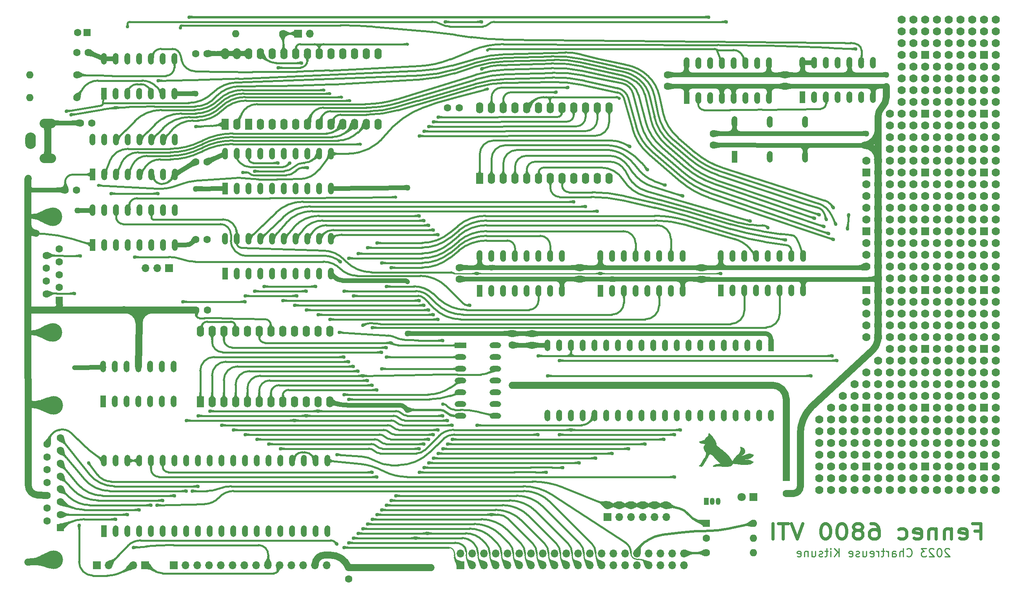
<source format=gbs>
G04 #@! TF.GenerationSoftware,KiCad,Pcbnew,(6.0.10)*
G04 #@! TF.CreationDate,2023-01-07T06:17:04-07:00*
G04 #@! TF.ProjectId,FennecVTI,46656e6e-6563-4565-9449-2e6b69636164,rev?*
G04 #@! TF.SameCoordinates,Original*
G04 #@! TF.FileFunction,Copper,L2,Bot*
G04 #@! TF.FilePolarity,Positive*
%FSLAX46Y46*%
G04 Gerber Fmt 4.6, Leading zero omitted, Abs format (unit mm)*
G04 Created by KiCad (PCBNEW (6.0.10)) date 2023-01-07 06:17:04*
%MOMM*%
%LPD*%
G01*
G04 APERTURE LIST*
%ADD10C,0.254000*%
G04 #@! TA.AperFunction,NonConductor*
%ADD11C,0.254000*%
G04 #@! TD*
%ADD12C,0.635000*%
G04 #@! TA.AperFunction,NonConductor*
%ADD13C,0.635000*%
G04 #@! TD*
G04 #@! TA.AperFunction,EtchedComponent*
%ADD14C,0.010000*%
G04 #@! TD*
G04 #@! TA.AperFunction,ComponentPad*
%ADD15C,1.600000*%
G04 #@! TD*
G04 #@! TA.AperFunction,ComponentPad*
%ADD16R,1.600000X1.600000*%
G04 #@! TD*
G04 #@! TA.AperFunction,ComponentPad*
%ADD17O,1.700000X1.700000*%
G04 #@! TD*
G04 #@! TA.AperFunction,ComponentPad*
%ADD18R,1.700000X1.700000*%
G04 #@! TD*
G04 #@! TA.AperFunction,ComponentPad*
%ADD19C,1.778000*%
G04 #@! TD*
G04 #@! TA.AperFunction,ComponentPad*
%ADD20R,1.778000X1.778000*%
G04 #@! TD*
G04 #@! TA.AperFunction,ComponentPad*
%ADD21C,4.000000*%
G04 #@! TD*
G04 #@! TA.AperFunction,ComponentPad*
%ADD22O,1.050000X1.500000*%
G04 #@! TD*
G04 #@! TA.AperFunction,ComponentPad*
%ADD23R,1.050000X1.500000*%
G04 #@! TD*
G04 #@! TA.AperFunction,ComponentPad*
%ADD24O,1.270000X2.540000*%
G04 #@! TD*
G04 #@! TA.AperFunction,ComponentPad*
%ADD25R,1.270000X2.540000*%
G04 #@! TD*
G04 #@! TA.AperFunction,ComponentPad*
%ADD26O,1.270000X2.500000*%
G04 #@! TD*
G04 #@! TA.AperFunction,ComponentPad*
%ADD27R,1.270000X2.500000*%
G04 #@! TD*
G04 #@! TA.AperFunction,ComponentPad*
%ADD28O,1.600000X1.600000*%
G04 #@! TD*
G04 #@! TA.AperFunction,ComponentPad*
%ADD29O,1.600000X2.400000*%
G04 #@! TD*
G04 #@! TA.AperFunction,ComponentPad*
%ADD30R,1.600000X2.400000*%
G04 #@! TD*
G04 #@! TA.AperFunction,ComponentPad*
%ADD31O,2.500000X1.270000*%
G04 #@! TD*
G04 #@! TA.AperFunction,ComponentPad*
%ADD32R,2.500000X1.270000*%
G04 #@! TD*
G04 #@! TA.AperFunction,ComponentPad*
%ADD33C,1.800000*%
G04 #@! TD*
G04 #@! TA.AperFunction,ComponentPad*
%ADD34R,1.800000X1.800000*%
G04 #@! TD*
G04 #@! TA.AperFunction,ComponentPad*
%ADD35O,3.556000X2.032000*%
G04 #@! TD*
G04 #@! TA.AperFunction,ComponentPad*
%ADD36O,2.286000X3.556000*%
G04 #@! TD*
G04 #@! TA.AperFunction,ViaPad*
%ADD37C,0.762000*%
G04 #@! TD*
G04 #@! TA.AperFunction,ViaPad*
%ADD38C,1.270000*%
G04 #@! TD*
G04 #@! TA.AperFunction,ViaPad*
%ADD39C,0.635000*%
G04 #@! TD*
G04 #@! TA.AperFunction,Conductor*
%ADD40C,1.524000*%
G04 #@! TD*
G04 #@! TA.AperFunction,Conductor*
%ADD41C,0.381000*%
G04 #@! TD*
G04 #@! TA.AperFunction,Conductor*
%ADD42C,0.254000*%
G04 #@! TD*
G04 #@! TA.AperFunction,Conductor*
%ADD43C,0.508000*%
G04 #@! TD*
G04 #@! TA.AperFunction,Conductor*
%ADD44C,1.016000*%
G04 #@! TD*
G04 APERTURE END LIST*
D10*
D11*
X240241666Y-144356666D02*
X240157000Y-144272000D01*
X239987666Y-144187333D01*
X239564333Y-144187333D01*
X239395000Y-144272000D01*
X239310333Y-144356666D01*
X239225666Y-144526000D01*
X239225666Y-144695333D01*
X239310333Y-144949333D01*
X240326333Y-145965333D01*
X239225666Y-145965333D01*
X238125000Y-144187333D02*
X237955666Y-144187333D01*
X237786333Y-144272000D01*
X237701666Y-144356666D01*
X237617000Y-144526000D01*
X237532333Y-144864666D01*
X237532333Y-145288000D01*
X237617000Y-145626666D01*
X237701666Y-145796000D01*
X237786333Y-145880666D01*
X237955666Y-145965333D01*
X238125000Y-145965333D01*
X238294333Y-145880666D01*
X238379000Y-145796000D01*
X238463666Y-145626666D01*
X238548333Y-145288000D01*
X238548333Y-144864666D01*
X238463666Y-144526000D01*
X238379000Y-144356666D01*
X238294333Y-144272000D01*
X238125000Y-144187333D01*
X236855000Y-144356666D02*
X236770333Y-144272000D01*
X236601000Y-144187333D01*
X236177666Y-144187333D01*
X236008333Y-144272000D01*
X235923666Y-144356666D01*
X235839000Y-144526000D01*
X235839000Y-144695333D01*
X235923666Y-144949333D01*
X236939666Y-145965333D01*
X235839000Y-145965333D01*
X235246333Y-144187333D02*
X234145666Y-144187333D01*
X234738333Y-144864666D01*
X234484333Y-144864666D01*
X234315000Y-144949333D01*
X234230333Y-145034000D01*
X234145666Y-145203333D01*
X234145666Y-145626666D01*
X234230333Y-145796000D01*
X234315000Y-145880666D01*
X234484333Y-145965333D01*
X234992333Y-145965333D01*
X235161666Y-145880666D01*
X235246333Y-145796000D01*
X231013000Y-145796000D02*
X231097666Y-145880666D01*
X231351666Y-145965333D01*
X231521000Y-145965333D01*
X231775000Y-145880666D01*
X231944333Y-145711333D01*
X232029000Y-145542000D01*
X232113666Y-145203333D01*
X232113666Y-144949333D01*
X232029000Y-144610666D01*
X231944333Y-144441333D01*
X231775000Y-144272000D01*
X231521000Y-144187333D01*
X231351666Y-144187333D01*
X231097666Y-144272000D01*
X231013000Y-144356666D01*
X230251000Y-145965333D02*
X230251000Y-144187333D01*
X229489000Y-145965333D02*
X229489000Y-145034000D01*
X229573666Y-144864666D01*
X229743000Y-144780000D01*
X229997000Y-144780000D01*
X230166333Y-144864666D01*
X230251000Y-144949333D01*
X227880333Y-145965333D02*
X227880333Y-145034000D01*
X227965000Y-144864666D01*
X228134333Y-144780000D01*
X228473000Y-144780000D01*
X228642333Y-144864666D01*
X227880333Y-145880666D02*
X228049666Y-145965333D01*
X228473000Y-145965333D01*
X228642333Y-145880666D01*
X228727000Y-145711333D01*
X228727000Y-145542000D01*
X228642333Y-145372666D01*
X228473000Y-145288000D01*
X228049666Y-145288000D01*
X227880333Y-145203333D01*
X227033666Y-145965333D02*
X227033666Y-144780000D01*
X227033666Y-145118666D02*
X226949000Y-144949333D01*
X226864333Y-144864666D01*
X226695000Y-144780000D01*
X226525666Y-144780000D01*
X226187000Y-144780000D02*
X225509666Y-144780000D01*
X225933000Y-144187333D02*
X225933000Y-145711333D01*
X225848333Y-145880666D01*
X225679000Y-145965333D01*
X225509666Y-145965333D01*
X224917000Y-145965333D02*
X224917000Y-144780000D01*
X224917000Y-145118666D02*
X224832333Y-144949333D01*
X224747666Y-144864666D01*
X224578333Y-144780000D01*
X224409000Y-144780000D01*
X223139000Y-145880666D02*
X223308333Y-145965333D01*
X223647000Y-145965333D01*
X223816333Y-145880666D01*
X223901000Y-145711333D01*
X223901000Y-145034000D01*
X223816333Y-144864666D01*
X223647000Y-144780000D01*
X223308333Y-144780000D01*
X223139000Y-144864666D01*
X223054333Y-145034000D01*
X223054333Y-145203333D01*
X223901000Y-145372666D01*
X221530333Y-144780000D02*
X221530333Y-145965333D01*
X222292333Y-144780000D02*
X222292333Y-145711333D01*
X222207666Y-145880666D01*
X222038333Y-145965333D01*
X221784333Y-145965333D01*
X221615000Y-145880666D01*
X221530333Y-145796000D01*
X220768333Y-145880666D02*
X220599000Y-145965333D01*
X220260333Y-145965333D01*
X220091000Y-145880666D01*
X220006333Y-145711333D01*
X220006333Y-145626666D01*
X220091000Y-145457333D01*
X220260333Y-145372666D01*
X220514333Y-145372666D01*
X220683666Y-145288000D01*
X220768333Y-145118666D01*
X220768333Y-145034000D01*
X220683666Y-144864666D01*
X220514333Y-144780000D01*
X220260333Y-144780000D01*
X220091000Y-144864666D01*
X218567000Y-145880666D02*
X218736333Y-145965333D01*
X219075000Y-145965333D01*
X219244333Y-145880666D01*
X219329000Y-145711333D01*
X219329000Y-145034000D01*
X219244333Y-144864666D01*
X219075000Y-144780000D01*
X218736333Y-144780000D01*
X218567000Y-144864666D01*
X218482333Y-145034000D01*
X218482333Y-145203333D01*
X219329000Y-145372666D01*
X216365666Y-145965333D02*
X216365666Y-144187333D01*
X215349666Y-145965333D02*
X216111666Y-144949333D01*
X215349666Y-144187333D02*
X216365666Y-145203333D01*
X214587666Y-145965333D02*
X214587666Y-144780000D01*
X214587666Y-144187333D02*
X214672333Y-144272000D01*
X214587666Y-144356666D01*
X214503000Y-144272000D01*
X214587666Y-144187333D01*
X214587666Y-144356666D01*
X213995000Y-144780000D02*
X213317666Y-144780000D01*
X213741000Y-144187333D02*
X213741000Y-145711333D01*
X213656333Y-145880666D01*
X213487000Y-145965333D01*
X213317666Y-145965333D01*
X212809666Y-145880666D02*
X212640333Y-145965333D01*
X212301666Y-145965333D01*
X212132333Y-145880666D01*
X212047666Y-145711333D01*
X212047666Y-145626666D01*
X212132333Y-145457333D01*
X212301666Y-145372666D01*
X212555666Y-145372666D01*
X212725000Y-145288000D01*
X212809666Y-145118666D01*
X212809666Y-145034000D01*
X212725000Y-144864666D01*
X212555666Y-144780000D01*
X212301666Y-144780000D01*
X212132333Y-144864666D01*
X210523666Y-144780000D02*
X210523666Y-145965333D01*
X211285666Y-144780000D02*
X211285666Y-145711333D01*
X211201000Y-145880666D01*
X211031666Y-145965333D01*
X210777666Y-145965333D01*
X210608333Y-145880666D01*
X210523666Y-145796000D01*
X209677000Y-144780000D02*
X209677000Y-145965333D01*
X209677000Y-144949333D02*
X209592333Y-144864666D01*
X209423000Y-144780000D01*
X209169000Y-144780000D01*
X208999666Y-144864666D01*
X208915000Y-145034000D01*
X208915000Y-145965333D01*
X207391000Y-145880666D02*
X207560333Y-145965333D01*
X207899000Y-145965333D01*
X208068333Y-145880666D01*
X208153000Y-145711333D01*
X208153000Y-145034000D01*
X208068333Y-144864666D01*
X207899000Y-144780000D01*
X207560333Y-144780000D01*
X207391000Y-144864666D01*
X207306333Y-145034000D01*
X207306333Y-145203333D01*
X208153000Y-145372666D01*
D12*
D13*
X245757095Y-140480142D02*
X246984761Y-140480142D01*
X246984761Y-142209761D02*
X246984761Y-138907761D01*
X245230952Y-138907761D01*
X242424857Y-142052523D02*
X242775619Y-142209761D01*
X243477142Y-142209761D01*
X243827904Y-142052523D01*
X244003285Y-141738047D01*
X244003285Y-140480142D01*
X243827904Y-140165666D01*
X243477142Y-140008428D01*
X242775619Y-140008428D01*
X242424857Y-140165666D01*
X242249476Y-140480142D01*
X242249476Y-140794619D01*
X244003285Y-141109095D01*
X240671047Y-140008428D02*
X240671047Y-142209761D01*
X240671047Y-140322904D02*
X240495666Y-140165666D01*
X240144904Y-140008428D01*
X239618761Y-140008428D01*
X239268000Y-140165666D01*
X239092619Y-140480142D01*
X239092619Y-142209761D01*
X237338809Y-140008428D02*
X237338809Y-142209761D01*
X237338809Y-140322904D02*
X237163428Y-140165666D01*
X236812666Y-140008428D01*
X236286523Y-140008428D01*
X235935761Y-140165666D01*
X235760380Y-140480142D01*
X235760380Y-142209761D01*
X232603523Y-142052523D02*
X232954285Y-142209761D01*
X233655809Y-142209761D01*
X234006571Y-142052523D01*
X234181952Y-141738047D01*
X234181952Y-140480142D01*
X234006571Y-140165666D01*
X233655809Y-140008428D01*
X232954285Y-140008428D01*
X232603523Y-140165666D01*
X232428142Y-140480142D01*
X232428142Y-140794619D01*
X234181952Y-141109095D01*
X229271285Y-142052523D02*
X229622047Y-142209761D01*
X230323571Y-142209761D01*
X230674333Y-142052523D01*
X230849714Y-141895285D01*
X231025095Y-141580809D01*
X231025095Y-140637380D01*
X230849714Y-140322904D01*
X230674333Y-140165666D01*
X230323571Y-140008428D01*
X229622047Y-140008428D01*
X229271285Y-140165666D01*
X223308333Y-138907761D02*
X224009857Y-138907761D01*
X224360619Y-139065000D01*
X224536000Y-139222238D01*
X224886761Y-139693952D01*
X225062142Y-140322904D01*
X225062142Y-141580809D01*
X224886761Y-141895285D01*
X224711380Y-142052523D01*
X224360619Y-142209761D01*
X223659095Y-142209761D01*
X223308333Y-142052523D01*
X223132952Y-141895285D01*
X222957571Y-141580809D01*
X222957571Y-140794619D01*
X223132952Y-140480142D01*
X223308333Y-140322904D01*
X223659095Y-140165666D01*
X224360619Y-140165666D01*
X224711380Y-140322904D01*
X224886761Y-140480142D01*
X225062142Y-140794619D01*
X220853000Y-140322904D02*
X221203761Y-140165666D01*
X221379142Y-140008428D01*
X221554523Y-139693952D01*
X221554523Y-139536714D01*
X221379142Y-139222238D01*
X221203761Y-139065000D01*
X220853000Y-138907761D01*
X220151476Y-138907761D01*
X219800714Y-139065000D01*
X219625333Y-139222238D01*
X219449952Y-139536714D01*
X219449952Y-139693952D01*
X219625333Y-140008428D01*
X219800714Y-140165666D01*
X220151476Y-140322904D01*
X220853000Y-140322904D01*
X221203761Y-140480142D01*
X221379142Y-140637380D01*
X221554523Y-140951857D01*
X221554523Y-141580809D01*
X221379142Y-141895285D01*
X221203761Y-142052523D01*
X220853000Y-142209761D01*
X220151476Y-142209761D01*
X219800714Y-142052523D01*
X219625333Y-141895285D01*
X219449952Y-141580809D01*
X219449952Y-140951857D01*
X219625333Y-140637380D01*
X219800714Y-140480142D01*
X220151476Y-140322904D01*
X217170000Y-138907761D02*
X216819238Y-138907761D01*
X216468476Y-139065000D01*
X216293095Y-139222238D01*
X216117714Y-139536714D01*
X215942333Y-140165666D01*
X215942333Y-140951857D01*
X216117714Y-141580809D01*
X216293095Y-141895285D01*
X216468476Y-142052523D01*
X216819238Y-142209761D01*
X217170000Y-142209761D01*
X217520761Y-142052523D01*
X217696142Y-141895285D01*
X217871523Y-141580809D01*
X218046904Y-140951857D01*
X218046904Y-140165666D01*
X217871523Y-139536714D01*
X217696142Y-139222238D01*
X217520761Y-139065000D01*
X217170000Y-138907761D01*
X213662380Y-138907761D02*
X213311619Y-138907761D01*
X212960857Y-139065000D01*
X212785476Y-139222238D01*
X212610095Y-139536714D01*
X212434714Y-140165666D01*
X212434714Y-140951857D01*
X212610095Y-141580809D01*
X212785476Y-141895285D01*
X212960857Y-142052523D01*
X213311619Y-142209761D01*
X213662380Y-142209761D01*
X214013142Y-142052523D01*
X214188523Y-141895285D01*
X214363904Y-141580809D01*
X214539285Y-140951857D01*
X214539285Y-140165666D01*
X214363904Y-139536714D01*
X214188523Y-139222238D01*
X214013142Y-139065000D01*
X213662380Y-138907761D01*
X208576333Y-138907761D02*
X207348666Y-142209761D01*
X206121000Y-138907761D01*
X205419476Y-138907761D02*
X203314904Y-138907761D01*
X204367190Y-142209761D02*
X204367190Y-138907761D01*
X202087238Y-142209761D02*
X202087238Y-138907761D01*
G36*
X196348403Y-124926649D02*
G01*
X196249196Y-124939733D01*
X196149751Y-124951612D01*
X195985855Y-124971190D01*
X195666334Y-125007543D01*
X195656161Y-125008688D01*
X195428108Y-125034597D01*
X195222462Y-125058406D01*
X195047555Y-125079114D01*
X194911723Y-125095723D01*
X194823298Y-125107231D01*
X194790614Y-125112638D01*
X194798654Y-125113530D01*
X194859128Y-125114618D01*
X194972391Y-125114972D01*
X195130838Y-125114616D01*
X195326868Y-125113574D01*
X195552877Y-125111868D01*
X195801261Y-125109522D01*
X195932874Y-125108323D01*
X196263144Y-125107136D01*
X196530426Y-125109246D01*
X196735753Y-125114675D01*
X196880156Y-125123446D01*
X196964668Y-125135582D01*
X196967408Y-125136287D01*
X197054820Y-125165830D01*
X197182239Y-125217280D01*
X197332986Y-125283588D01*
X197490383Y-125357709D01*
X197870794Y-125543247D01*
X197734549Y-125676033D01*
X197594064Y-125792218D01*
X197345766Y-125928914D01*
X197046835Y-126025832D01*
X197025135Y-126030766D01*
X196932206Y-126047328D01*
X196818992Y-126060083D01*
X196676661Y-126069503D01*
X196496379Y-126076058D01*
X196269313Y-126080222D01*
X195986629Y-126082466D01*
X195956131Y-126082599D01*
X195665919Y-126082674D01*
X195419911Y-126079465D01*
X195202745Y-126071713D01*
X194999061Y-126058160D01*
X194793497Y-126037551D01*
X194570692Y-126008626D01*
X194315286Y-125970128D01*
X194011917Y-125920800D01*
X193519947Y-125839173D01*
X193455275Y-125914764D01*
X193428236Y-125947418D01*
X193359613Y-126034412D01*
X193286636Y-126130712D01*
X193247642Y-126178384D01*
X193156180Y-126267653D01*
X193069674Y-126328452D01*
X193028982Y-126347844D01*
X192838726Y-126417527D01*
X192605444Y-126477642D01*
X192345982Y-126524361D01*
X192077187Y-126553860D01*
X191964624Y-126561206D01*
X191540938Y-126570105D01*
X191172186Y-126545315D01*
X190858346Y-126486835D01*
X190770669Y-126467270D01*
X190606022Y-126443229D01*
X190426597Y-126428983D01*
X190245498Y-126424380D01*
X190075830Y-126429270D01*
X189930699Y-126443503D01*
X189823210Y-126466927D01*
X189766466Y-126499392D01*
X189763370Y-126503484D01*
X189731384Y-126530619D01*
X189679045Y-126545528D01*
X189591726Y-126550479D01*
X189454797Y-126547743D01*
X189356823Y-126543831D01*
X189261937Y-126536423D01*
X189208869Y-126523312D01*
X189184279Y-126500509D01*
X189174827Y-126464024D01*
X189176748Y-126410539D01*
X189206436Y-126338947D01*
X189245114Y-126304308D01*
X189350107Y-126242331D01*
X189495095Y-126177670D01*
X189665633Y-126115891D01*
X189847277Y-126062561D01*
X190025582Y-126023247D01*
X190189668Y-125993296D01*
X190425136Y-125945847D01*
X190599686Y-125903722D01*
X190715385Y-125866395D01*
X190774298Y-125833344D01*
X190786677Y-125811961D01*
X190772490Y-125779762D01*
X190717326Y-125734227D01*
X190613131Y-125667048D01*
X190589519Y-125651705D01*
X190481318Y-125569850D01*
X190342213Y-125452143D01*
X190181907Y-125307843D01*
X190010101Y-125146207D01*
X189836497Y-124976490D01*
X189670799Y-124807951D01*
X189522708Y-124649846D01*
X189401927Y-124511433D01*
X189321006Y-124415986D01*
X189118445Y-124197648D01*
X188927724Y-124021453D01*
X188753508Y-123891065D01*
X188600463Y-123810146D01*
X188473254Y-123782359D01*
X188449146Y-123786883D01*
X188376540Y-123841544D01*
X188291611Y-123956836D01*
X188195475Y-124131071D01*
X188089249Y-124362562D01*
X188029837Y-124496138D01*
X187895636Y-124767808D01*
X187753140Y-125022008D01*
X187614560Y-125236265D01*
X187579503Y-125285674D01*
X187490163Y-125411619D01*
X187408791Y-125526367D01*
X187364118Y-125592674D01*
X187284237Y-125721636D01*
X187212617Y-125847996D01*
X187164876Y-125935029D01*
X187061459Y-126108135D01*
X186958866Y-126261697D01*
X186865999Y-126382799D01*
X186791762Y-126458525D01*
X186773699Y-126471987D01*
X186693552Y-126506835D01*
X186593612Y-126501437D01*
X186574818Y-126498163D01*
X186457330Y-126483986D01*
X186336229Y-126476741D01*
X186314541Y-126475899D01*
X186201992Y-126452598D01*
X186144710Y-126404927D01*
X186143479Y-126341824D01*
X186199087Y-126272228D01*
X186312320Y-126205077D01*
X186361398Y-126180211D01*
X186483240Y-126081656D01*
X186584934Y-125935071D01*
X186672556Y-125732486D01*
X186693457Y-125678802D01*
X186724368Y-125612902D01*
X186767411Y-125533862D01*
X186826707Y-125435056D01*
X186906377Y-125309861D01*
X187010544Y-125151650D01*
X187143328Y-124953800D01*
X187308850Y-124709685D01*
X187359800Y-124632713D01*
X187449808Y-124483890D01*
X187512915Y-124360324D01*
X187542404Y-124274533D01*
X187555806Y-124209362D01*
X187587006Y-124087475D01*
X187624564Y-123961443D01*
X187649000Y-123874333D01*
X187676003Y-123739537D01*
X187686502Y-123628657D01*
X187686318Y-123608372D01*
X187678955Y-123536012D01*
X187653742Y-123473033D01*
X187601024Y-123401538D01*
X187511142Y-123303625D01*
X187508066Y-123300387D01*
X187411737Y-123187302D01*
X187326218Y-123067221D01*
X187269696Y-122965607D01*
X187249667Y-122914611D01*
X187201608Y-122751196D01*
X187167205Y-122573482D01*
X187150491Y-122405934D01*
X187155501Y-122273019D01*
X187166180Y-122208608D01*
X187190484Y-122094158D01*
X187222545Y-122011035D01*
X187272939Y-121936347D01*
X187352244Y-121847201D01*
X187498862Y-121690454D01*
X187391223Y-121646010D01*
X187357497Y-121633745D01*
X187240180Y-121601030D01*
X187083250Y-121565596D01*
X186903823Y-121530861D01*
X186719016Y-121500245D01*
X186545946Y-121477167D01*
X186427166Y-121454674D01*
X186300724Y-121398071D01*
X186226678Y-121315724D01*
X186209738Y-121211357D01*
X186211758Y-121196219D01*
X186229544Y-121147264D01*
X186275115Y-121120317D01*
X186366768Y-121102717D01*
X186410918Y-121095100D01*
X186552343Y-121061385D01*
X186722424Y-121012049D01*
X186899389Y-120954064D01*
X187061466Y-120894405D01*
X187186883Y-120840043D01*
X187192856Y-120837080D01*
X187269075Y-120795463D01*
X187323225Y-120751096D01*
X187372674Y-120685881D01*
X187434791Y-120581722D01*
X187481362Y-120512896D01*
X187566691Y-120409260D01*
X187671192Y-120296555D01*
X187782827Y-120186543D01*
X187889559Y-120090984D01*
X187979349Y-120021640D01*
X188040161Y-119990270D01*
X188056779Y-119986626D01*
X188106000Y-119964269D01*
X188132315Y-119915948D01*
X188148094Y-119822425D01*
X188155290Y-119762414D01*
X188172046Y-119623624D01*
X188188624Y-119487245D01*
X188202070Y-119406551D01*
X188224277Y-119331047D01*
X188247040Y-119301896D01*
X188263726Y-119310026D01*
X188319125Y-119356437D01*
X188399039Y-119434784D01*
X188492340Y-119534513D01*
X188520355Y-119565408D01*
X188652899Y-119707980D01*
X188798398Y-119860156D01*
X188930082Y-119993847D01*
X188986017Y-120051453D01*
X189083613Y-120162103D01*
X189159743Y-120261483D01*
X189201445Y-120333375D01*
X189208416Y-120349656D01*
X189257563Y-120437401D01*
X189331899Y-120548985D01*
X189418251Y-120664301D01*
X189433769Y-120684001D01*
X189527554Y-120810773D01*
X189613353Y-120938112D01*
X189674287Y-121041172D01*
X189721319Y-121147027D01*
X189783919Y-121343007D01*
X189827733Y-121550941D01*
X189845015Y-121739158D01*
X189845988Y-121766291D01*
X189856799Y-121834146D01*
X189883244Y-121902574D01*
X189929938Y-121976172D01*
X190001495Y-122059536D01*
X190102529Y-122157262D01*
X190237657Y-122273947D01*
X190411490Y-122414186D01*
X190628645Y-122582575D01*
X190893736Y-122783711D01*
X191168230Y-122993763D01*
X191579400Y-123323238D01*
X191937935Y-123631753D01*
X192247533Y-123923055D01*
X192511890Y-124200894D01*
X192734702Y-124469018D01*
X192919665Y-124731176D01*
X193070477Y-124991116D01*
X193096956Y-125041411D01*
X193160566Y-125156660D01*
X193214243Y-125246572D01*
X193248524Y-125294992D01*
X193311067Y-125324055D01*
X193386362Y-125296323D01*
X193467286Y-125213976D01*
X193548353Y-125080930D01*
X193563234Y-125053088D01*
X193581417Y-125024483D01*
X194100969Y-125024483D01*
X194103205Y-125035316D01*
X194125948Y-125031608D01*
X194183451Y-124989338D01*
X194217415Y-124961617D01*
X194222968Y-124951612D01*
X194173495Y-124974355D01*
X194126285Y-125000864D01*
X194100969Y-125024483D01*
X193581417Y-125024483D01*
X193643605Y-124926649D01*
X194262137Y-124926649D01*
X194278253Y-124942766D01*
X194294370Y-124926649D01*
X194278253Y-124910532D01*
X194262137Y-124926649D01*
X193643605Y-124926649D01*
X193645537Y-124923610D01*
X193666852Y-124894415D01*
X194326604Y-124894415D01*
X194342720Y-124910532D01*
X194358837Y-124894415D01*
X194342720Y-124878298D01*
X194326604Y-124894415D01*
X193666852Y-124894415D01*
X193690385Y-124862182D01*
X194391071Y-124862182D01*
X194407187Y-124878298D01*
X194423304Y-124862182D01*
X194407187Y-124846065D01*
X194391071Y-124862182D01*
X193690385Y-124862182D01*
X193760738Y-124765822D01*
X193898033Y-124592609D01*
X194046619Y-124416854D01*
X194195692Y-124251443D01*
X194334448Y-124109257D01*
X194452084Y-124003182D01*
X194487075Y-123974082D01*
X194648130Y-123822182D01*
X194803201Y-123649955D01*
X194936417Y-123476117D01*
X195031906Y-123319385D01*
X195048141Y-123286132D01*
X195120830Y-123086667D01*
X195141570Y-122894091D01*
X195113275Y-122685729D01*
X195086792Y-122572156D01*
X195057446Y-122443218D01*
X195042857Y-122361455D01*
X195044037Y-122317197D01*
X195061998Y-122300774D01*
X195097753Y-122302516D01*
X195152313Y-122312754D01*
X195184593Y-122319386D01*
X195346573Y-122373036D01*
X195523601Y-122457182D01*
X195691310Y-122559040D01*
X195825333Y-122665826D01*
X195841419Y-122681847D01*
X195964176Y-122852958D01*
X196040783Y-123061586D01*
X196067213Y-123297225D01*
X196060544Y-123376821D01*
X196027359Y-123489588D01*
X195963078Y-123608185D01*
X195864086Y-123736238D01*
X195726763Y-123877370D01*
X195547494Y-124035205D01*
X195322661Y-124213367D01*
X195048647Y-124415479D01*
X194721836Y-124645167D01*
X194656221Y-124690515D01*
X194551868Y-124763331D01*
X194489311Y-124808987D01*
X194460799Y-124833791D01*
X194458580Y-124844048D01*
X194474901Y-124846065D01*
X194476867Y-124845797D01*
X194520687Y-124826286D01*
X194606636Y-124780367D01*
X194723239Y-124714361D01*
X194859017Y-124634584D01*
X195044977Y-124525244D01*
X195392988Y-124332473D01*
X195716157Y-124172004D01*
X196030144Y-124036837D01*
X196350606Y-123919969D01*
X196693203Y-123814397D01*
X196899259Y-123768159D01*
X197153349Y-123754143D01*
X197400475Y-123795547D01*
X197657631Y-123893771D01*
X197787016Y-123960317D01*
X197875412Y-124020616D01*
X197904522Y-124066425D01*
X197897917Y-124099867D01*
X197847054Y-124187116D01*
X197753639Y-124292809D01*
X197626854Y-124408194D01*
X197475886Y-124524520D01*
X197309917Y-124633034D01*
X197285833Y-124647360D01*
X197186213Y-124704745D01*
X197093907Y-124752559D01*
X197000978Y-124792611D01*
X196899488Y-124826709D01*
X196781502Y-124856661D01*
X196753029Y-124862182D01*
X196639083Y-124884277D01*
X196573665Y-124894415D01*
X196464293Y-124911365D01*
X196348403Y-124926649D01*
G37*
D14*
X196348403Y-124926649D02*
X196249196Y-124939733D01*
X196149751Y-124951612D01*
X195985855Y-124971190D01*
X195666334Y-125007543D01*
X195656161Y-125008688D01*
X195428108Y-125034597D01*
X195222462Y-125058406D01*
X195047555Y-125079114D01*
X194911723Y-125095723D01*
X194823298Y-125107231D01*
X194790614Y-125112638D01*
X194798654Y-125113530D01*
X194859128Y-125114618D01*
X194972391Y-125114972D01*
X195130838Y-125114616D01*
X195326868Y-125113574D01*
X195552877Y-125111868D01*
X195801261Y-125109522D01*
X195932874Y-125108323D01*
X196263144Y-125107136D01*
X196530426Y-125109246D01*
X196735753Y-125114675D01*
X196880156Y-125123446D01*
X196964668Y-125135582D01*
X196967408Y-125136287D01*
X197054820Y-125165830D01*
X197182239Y-125217280D01*
X197332986Y-125283588D01*
X197490383Y-125357709D01*
X197870794Y-125543247D01*
X197734549Y-125676033D01*
X197594064Y-125792218D01*
X197345766Y-125928914D01*
X197046835Y-126025832D01*
X197025135Y-126030766D01*
X196932206Y-126047328D01*
X196818992Y-126060083D01*
X196676661Y-126069503D01*
X196496379Y-126076058D01*
X196269313Y-126080222D01*
X195986629Y-126082466D01*
X195956131Y-126082599D01*
X195665919Y-126082674D01*
X195419911Y-126079465D01*
X195202745Y-126071713D01*
X194999061Y-126058160D01*
X194793497Y-126037551D01*
X194570692Y-126008626D01*
X194315286Y-125970128D01*
X194011917Y-125920800D01*
X193519947Y-125839173D01*
X193455275Y-125914764D01*
X193428236Y-125947418D01*
X193359613Y-126034412D01*
X193286636Y-126130712D01*
X193247642Y-126178384D01*
X193156180Y-126267653D01*
X193069674Y-126328452D01*
X193028982Y-126347844D01*
X192838726Y-126417527D01*
X192605444Y-126477642D01*
X192345982Y-126524361D01*
X192077187Y-126553860D01*
X191964624Y-126561206D01*
X191540938Y-126570105D01*
X191172186Y-126545315D01*
X190858346Y-126486835D01*
X190770669Y-126467270D01*
X190606022Y-126443229D01*
X190426597Y-126428983D01*
X190245498Y-126424380D01*
X190075830Y-126429270D01*
X189930699Y-126443503D01*
X189823210Y-126466927D01*
X189766466Y-126499392D01*
X189763370Y-126503484D01*
X189731384Y-126530619D01*
X189679045Y-126545528D01*
X189591726Y-126550479D01*
X189454797Y-126547743D01*
X189356823Y-126543831D01*
X189261937Y-126536423D01*
X189208869Y-126523312D01*
X189184279Y-126500509D01*
X189174827Y-126464024D01*
X189176748Y-126410539D01*
X189206436Y-126338947D01*
X189245114Y-126304308D01*
X189350107Y-126242331D01*
X189495095Y-126177670D01*
X189665633Y-126115891D01*
X189847277Y-126062561D01*
X190025582Y-126023247D01*
X190189668Y-125993296D01*
X190425136Y-125945847D01*
X190599686Y-125903722D01*
X190715385Y-125866395D01*
X190774298Y-125833344D01*
X190786677Y-125811961D01*
X190772490Y-125779762D01*
X190717326Y-125734227D01*
X190613131Y-125667048D01*
X190589519Y-125651705D01*
X190481318Y-125569850D01*
X190342213Y-125452143D01*
X190181907Y-125307843D01*
X190010101Y-125146207D01*
X189836497Y-124976490D01*
X189670799Y-124807951D01*
X189522708Y-124649846D01*
X189401927Y-124511433D01*
X189321006Y-124415986D01*
X189118445Y-124197648D01*
X188927724Y-124021453D01*
X188753508Y-123891065D01*
X188600463Y-123810146D01*
X188473254Y-123782359D01*
X188449146Y-123786883D01*
X188376540Y-123841544D01*
X188291611Y-123956836D01*
X188195475Y-124131071D01*
X188089249Y-124362562D01*
X188029837Y-124496138D01*
X187895636Y-124767808D01*
X187753140Y-125022008D01*
X187614560Y-125236265D01*
X187579503Y-125285674D01*
X187490163Y-125411619D01*
X187408791Y-125526367D01*
X187364118Y-125592674D01*
X187284237Y-125721636D01*
X187212617Y-125847996D01*
X187164876Y-125935029D01*
X187061459Y-126108135D01*
X186958866Y-126261697D01*
X186865999Y-126382799D01*
X186791762Y-126458525D01*
X186773699Y-126471987D01*
X186693552Y-126506835D01*
X186593612Y-126501437D01*
X186574818Y-126498163D01*
X186457330Y-126483986D01*
X186336229Y-126476741D01*
X186314541Y-126475899D01*
X186201992Y-126452598D01*
X186144710Y-126404927D01*
X186143479Y-126341824D01*
X186199087Y-126272228D01*
X186312320Y-126205077D01*
X186361398Y-126180211D01*
X186483240Y-126081656D01*
X186584934Y-125935071D01*
X186672556Y-125732486D01*
X186693457Y-125678802D01*
X186724368Y-125612902D01*
X186767411Y-125533862D01*
X186826707Y-125435056D01*
X186906377Y-125309861D01*
X187010544Y-125151650D01*
X187143328Y-124953800D01*
X187308850Y-124709685D01*
X187359800Y-124632713D01*
X187449808Y-124483890D01*
X187512915Y-124360324D01*
X187542404Y-124274533D01*
X187555806Y-124209362D01*
X187587006Y-124087475D01*
X187624564Y-123961443D01*
X187649000Y-123874333D01*
X187676003Y-123739537D01*
X187686502Y-123628657D01*
X187686318Y-123608372D01*
X187678955Y-123536012D01*
X187653742Y-123473033D01*
X187601024Y-123401538D01*
X187511142Y-123303625D01*
X187508066Y-123300387D01*
X187411737Y-123187302D01*
X187326218Y-123067221D01*
X187269696Y-122965607D01*
X187249667Y-122914611D01*
X187201608Y-122751196D01*
X187167205Y-122573482D01*
X187150491Y-122405934D01*
X187155501Y-122273019D01*
X187166180Y-122208608D01*
X187190484Y-122094158D01*
X187222545Y-122011035D01*
X187272939Y-121936347D01*
X187352244Y-121847201D01*
X187498862Y-121690454D01*
X187391223Y-121646010D01*
X187357497Y-121633745D01*
X187240180Y-121601030D01*
X187083250Y-121565596D01*
X186903823Y-121530861D01*
X186719016Y-121500245D01*
X186545946Y-121477167D01*
X186427166Y-121454674D01*
X186300724Y-121398071D01*
X186226678Y-121315724D01*
X186209738Y-121211357D01*
X186211758Y-121196219D01*
X186229544Y-121147264D01*
X186275115Y-121120317D01*
X186366768Y-121102717D01*
X186410918Y-121095100D01*
X186552343Y-121061385D01*
X186722424Y-121012049D01*
X186899389Y-120954064D01*
X187061466Y-120894405D01*
X187186883Y-120840043D01*
X187192856Y-120837080D01*
X187269075Y-120795463D01*
X187323225Y-120751096D01*
X187372674Y-120685881D01*
X187434791Y-120581722D01*
X187481362Y-120512896D01*
X187566691Y-120409260D01*
X187671192Y-120296555D01*
X187782827Y-120186543D01*
X187889559Y-120090984D01*
X187979349Y-120021640D01*
X188040161Y-119990270D01*
X188056779Y-119986626D01*
X188106000Y-119964269D01*
X188132315Y-119915948D01*
X188148094Y-119822425D01*
X188155290Y-119762414D01*
X188172046Y-119623624D01*
X188188624Y-119487245D01*
X188202070Y-119406551D01*
X188224277Y-119331047D01*
X188247040Y-119301896D01*
X188263726Y-119310026D01*
X188319125Y-119356437D01*
X188399039Y-119434784D01*
X188492340Y-119534513D01*
X188520355Y-119565408D01*
X188652899Y-119707980D01*
X188798398Y-119860156D01*
X188930082Y-119993847D01*
X188986017Y-120051453D01*
X189083613Y-120162103D01*
X189159743Y-120261483D01*
X189201445Y-120333375D01*
X189208416Y-120349656D01*
X189257563Y-120437401D01*
X189331899Y-120548985D01*
X189418251Y-120664301D01*
X189433769Y-120684001D01*
X189527554Y-120810773D01*
X189613353Y-120938112D01*
X189674287Y-121041172D01*
X189721319Y-121147027D01*
X189783919Y-121343007D01*
X189827733Y-121550941D01*
X189845015Y-121739158D01*
X189845988Y-121766291D01*
X189856799Y-121834146D01*
X189883244Y-121902574D01*
X189929938Y-121976172D01*
X190001495Y-122059536D01*
X190102529Y-122157262D01*
X190237657Y-122273947D01*
X190411490Y-122414186D01*
X190628645Y-122582575D01*
X190893736Y-122783711D01*
X191168230Y-122993763D01*
X191579400Y-123323238D01*
X191937935Y-123631753D01*
X192247533Y-123923055D01*
X192511890Y-124200894D01*
X192734702Y-124469018D01*
X192919665Y-124731176D01*
X193070477Y-124991116D01*
X193096956Y-125041411D01*
X193160566Y-125156660D01*
X193214243Y-125246572D01*
X193248524Y-125294992D01*
X193311067Y-125324055D01*
X193386362Y-125296323D01*
X193467286Y-125213976D01*
X193548353Y-125080930D01*
X193563234Y-125053088D01*
X193581417Y-125024483D01*
X194100969Y-125024483D01*
X194103205Y-125035316D01*
X194125948Y-125031608D01*
X194183451Y-124989338D01*
X194217415Y-124961617D01*
X194222968Y-124951612D01*
X194173495Y-124974355D01*
X194126285Y-125000864D01*
X194100969Y-125024483D01*
X193581417Y-125024483D01*
X193643605Y-124926649D01*
X194262137Y-124926649D01*
X194278253Y-124942766D01*
X194294370Y-124926649D01*
X194278253Y-124910532D01*
X194262137Y-124926649D01*
X193643605Y-124926649D01*
X193645537Y-124923610D01*
X193666852Y-124894415D01*
X194326604Y-124894415D01*
X194342720Y-124910532D01*
X194358837Y-124894415D01*
X194342720Y-124878298D01*
X194326604Y-124894415D01*
X193666852Y-124894415D01*
X193690385Y-124862182D01*
X194391071Y-124862182D01*
X194407187Y-124878298D01*
X194423304Y-124862182D01*
X194407187Y-124846065D01*
X194391071Y-124862182D01*
X193690385Y-124862182D01*
X193760738Y-124765822D01*
X193898033Y-124592609D01*
X194046619Y-124416854D01*
X194195692Y-124251443D01*
X194334448Y-124109257D01*
X194452084Y-124003182D01*
X194487075Y-123974082D01*
X194648130Y-123822182D01*
X194803201Y-123649955D01*
X194936417Y-123476117D01*
X195031906Y-123319385D01*
X195048141Y-123286132D01*
X195120830Y-123086667D01*
X195141570Y-122894091D01*
X195113275Y-122685729D01*
X195086792Y-122572156D01*
X195057446Y-122443218D01*
X195042857Y-122361455D01*
X195044037Y-122317197D01*
X195061998Y-122300774D01*
X195097753Y-122302516D01*
X195152313Y-122312754D01*
X195184593Y-122319386D01*
X195346573Y-122373036D01*
X195523601Y-122457182D01*
X195691310Y-122559040D01*
X195825333Y-122665826D01*
X195841419Y-122681847D01*
X195964176Y-122852958D01*
X196040783Y-123061586D01*
X196067213Y-123297225D01*
X196060544Y-123376821D01*
X196027359Y-123489588D01*
X195963078Y-123608185D01*
X195864086Y-123736238D01*
X195726763Y-123877370D01*
X195547494Y-124035205D01*
X195322661Y-124213367D01*
X195048647Y-124415479D01*
X194721836Y-124645167D01*
X194656221Y-124690515D01*
X194551868Y-124763331D01*
X194489311Y-124808987D01*
X194460799Y-124833791D01*
X194458580Y-124844048D01*
X194474901Y-124846065D01*
X194476867Y-124845797D01*
X194520687Y-124826286D01*
X194606636Y-124780367D01*
X194723239Y-124714361D01*
X194859017Y-124634584D01*
X195044977Y-124525244D01*
X195392988Y-124332473D01*
X195716157Y-124172004D01*
X196030144Y-124036837D01*
X196350606Y-123919969D01*
X196693203Y-123814397D01*
X196899259Y-123768159D01*
X197153349Y-123754143D01*
X197400475Y-123795547D01*
X197657631Y-123893771D01*
X197787016Y-123960317D01*
X197875412Y-124020616D01*
X197904522Y-124066425D01*
X197897917Y-124099867D01*
X197847054Y-124187116D01*
X197753639Y-124292809D01*
X197626854Y-124408194D01*
X197475886Y-124524520D01*
X197309917Y-124633034D01*
X197285833Y-124647360D01*
X197186213Y-124704745D01*
X197093907Y-124752559D01*
X197000978Y-124792611D01*
X196899488Y-124826709D01*
X196781502Y-124856661D01*
X196753029Y-124862182D01*
X196639083Y-124884277D01*
X196573665Y-124894415D01*
X196464293Y-124911365D01*
X196348403Y-124926649D01*
D15*
X204978000Y-132403349D03*
D16*
X204978000Y-128903349D03*
D15*
X52041113Y-32766000D03*
D16*
X54041113Y-32766000D03*
D17*
X102108000Y-33020000D03*
D18*
X99568000Y-33020000D03*
X71740000Y-83693000D03*
D17*
X69200000Y-83693000D03*
X66660000Y-83693000D03*
X58669000Y-147828000D03*
D18*
X56129000Y-147828000D03*
D17*
X64008000Y-147828000D03*
D18*
X66548000Y-147828000D03*
D17*
X105791000Y-147828000D03*
X103251000Y-147828000D03*
X100711000Y-147828000D03*
X98171000Y-147828000D03*
X95631000Y-147828000D03*
X93091000Y-147828000D03*
X90551000Y-147828000D03*
X88011000Y-147828000D03*
X85471000Y-147828000D03*
X82931000Y-147828000D03*
X80391000Y-147828000D03*
X77851000Y-147828000D03*
X75311000Y-147828000D03*
D18*
X72771000Y-147828000D03*
X134620000Y-147833004D03*
D17*
X134620000Y-145293004D03*
X137160000Y-147833004D03*
X137160000Y-145293004D03*
X139700000Y-147833004D03*
X139700000Y-145293004D03*
X142240000Y-147833004D03*
X142240000Y-145293004D03*
X144780000Y-147833004D03*
X144780000Y-145293004D03*
X147320000Y-147833004D03*
X147320000Y-145293004D03*
X149860000Y-147833004D03*
X149860000Y-145293004D03*
X152400000Y-147833004D03*
X152400000Y-145293004D03*
X154940000Y-147833004D03*
X154940000Y-145293004D03*
X157480000Y-147833004D03*
X157480000Y-145293004D03*
X160020000Y-147833004D03*
X160020000Y-145293004D03*
X162560000Y-147833004D03*
X162560000Y-145293004D03*
X165100000Y-147833004D03*
X165100000Y-145293004D03*
X167640000Y-147833004D03*
X167640000Y-145293004D03*
X170180000Y-147833004D03*
X170180000Y-145293004D03*
X172720000Y-147833004D03*
X172720000Y-145293004D03*
X175260000Y-147833004D03*
X175260000Y-145293004D03*
X177800000Y-147833004D03*
X177800000Y-145293004D03*
X180340000Y-147833004D03*
X180340000Y-145293004D03*
X182880000Y-147833004D03*
X182880000Y-145293004D03*
D18*
X166370000Y-137414000D03*
D17*
X166370000Y-134874000D03*
X168910000Y-137414000D03*
X168910000Y-134874000D03*
X171450000Y-137414000D03*
X171450000Y-134874000D03*
X173990000Y-137414000D03*
X173990000Y-134874000D03*
X176530000Y-137414000D03*
X176530000Y-134874000D03*
X179070000Y-137414000D03*
X179070000Y-134874000D03*
D19*
X250190000Y-60452000D03*
X250190000Y-57912000D03*
X250190000Y-55372000D03*
X250190000Y-52832000D03*
X250190000Y-50292000D03*
X250190000Y-50292000D03*
X247650000Y-60452000D03*
X247650000Y-57912000D03*
X247650000Y-55372000D03*
X247650000Y-52832000D03*
D20*
X247650000Y-50292000D03*
D19*
X232410000Y-35052000D03*
X232410000Y-32512000D03*
X232410000Y-29972000D03*
X229870000Y-35052000D03*
X229870000Y-32512000D03*
X229870000Y-29972000D03*
D15*
X45230331Y-80945000D03*
X45230331Y-83715000D03*
X45230331Y-86485000D03*
X45230331Y-89255000D03*
X48070331Y-79560000D03*
X48070331Y-82330000D03*
X48070331Y-85100000D03*
X48070331Y-87870000D03*
D16*
X48070331Y-90640000D03*
D21*
X46650331Y-97600000D03*
X46650331Y-72600000D03*
D22*
X190246000Y-134091000D03*
X188976000Y-134091000D03*
D23*
X187706000Y-134091000D03*
D19*
X245110000Y-123952000D03*
X245110000Y-121412000D03*
X245110000Y-118872000D03*
X245110000Y-116332000D03*
X245110000Y-113792000D03*
X242570000Y-123952000D03*
X242570000Y-121412000D03*
X242570000Y-118872000D03*
X242570000Y-116332000D03*
X242570000Y-113792000D03*
X240030000Y-123952000D03*
X240030000Y-121412000D03*
X240030000Y-118872000D03*
X240030000Y-116332000D03*
X240030000Y-113792000D03*
X237490000Y-123952000D03*
X237490000Y-121412000D03*
X237490000Y-118872000D03*
X237490000Y-116332000D03*
X237490000Y-113792000D03*
X237490000Y-113792000D03*
X234950000Y-123952000D03*
X234950000Y-121412000D03*
X234950000Y-118872000D03*
X234950000Y-116332000D03*
D20*
X234950000Y-113792000D03*
D19*
X250190000Y-111252000D03*
X250190000Y-108712000D03*
X250190000Y-106172000D03*
X250190000Y-103632000D03*
X250190000Y-101092000D03*
X250190000Y-101092000D03*
X247650000Y-111252000D03*
X247650000Y-108712000D03*
X247650000Y-106172000D03*
X247650000Y-103632000D03*
D20*
X247650000Y-101092000D03*
D19*
X219710000Y-123952000D03*
X219710000Y-121412000D03*
X219710000Y-118872000D03*
X219710000Y-116332000D03*
X219710000Y-113792000D03*
X217170000Y-123952000D03*
X217170000Y-121412000D03*
X217170000Y-118872000D03*
X217170000Y-116332000D03*
X217170000Y-113792000D03*
X214630000Y-123952000D03*
X214630000Y-121412000D03*
X214630000Y-118872000D03*
X214630000Y-116332000D03*
X214630000Y-113792000D03*
X212090000Y-123952000D03*
X212090000Y-121412000D03*
X212090000Y-118872000D03*
X212090000Y-116332000D03*
D15*
X186690000Y-86106000D03*
X186690000Y-83606000D03*
D19*
X232410000Y-47752000D03*
X232410000Y-45212000D03*
X232410000Y-42672000D03*
X232410000Y-40132000D03*
X232410000Y-37592000D03*
X229870000Y-47752000D03*
X229870000Y-45212000D03*
X229870000Y-42672000D03*
X229870000Y-40132000D03*
X229870000Y-37592000D03*
X232410000Y-73152000D03*
X232410000Y-70612000D03*
X232410000Y-68072000D03*
X232410000Y-65532000D03*
X232410000Y-62992000D03*
X229870000Y-73152000D03*
X229870000Y-70612000D03*
X229870000Y-68072000D03*
X229870000Y-65532000D03*
X229870000Y-62992000D03*
X227330000Y-73152000D03*
X227330000Y-70612000D03*
X227330000Y-68072000D03*
X227330000Y-65532000D03*
X227330000Y-62992000D03*
X224790000Y-73152000D03*
X224790000Y-70612000D03*
X224790000Y-68072000D03*
X224790000Y-65532000D03*
X224790000Y-62992000D03*
X222250000Y-73152000D03*
X222250000Y-70612000D03*
X222250000Y-68072000D03*
X222250000Y-65532000D03*
D20*
X222250000Y-62992000D03*
D24*
X83820000Y-58978000D03*
X86360000Y-58978000D03*
X88900000Y-58978000D03*
X91440000Y-58978000D03*
X93980000Y-58978000D03*
X96520000Y-58978000D03*
X99060000Y-58978000D03*
X101600000Y-58978000D03*
X104140000Y-58978000D03*
X106680000Y-58978000D03*
X106680000Y-66498000D03*
X104140000Y-66498000D03*
X101600000Y-66498000D03*
X99060000Y-66498000D03*
X96520000Y-66498000D03*
X93980000Y-66498000D03*
X91440000Y-66498000D03*
X88900000Y-66498000D03*
X86360000Y-66498000D03*
D25*
X83820000Y-66498000D03*
D26*
X193802000Y-52120000D03*
X209042000Y-52120000D03*
X209042000Y-59640000D03*
D27*
X193802000Y-59640000D03*
D26*
X201422000Y-59640000D03*
X201422000Y-52120000D03*
D19*
X245110000Y-98552000D03*
X245110000Y-96012000D03*
X245110000Y-93472000D03*
X245110000Y-90932000D03*
X245110000Y-88392000D03*
X242570000Y-98552000D03*
X242570000Y-96012000D03*
X242570000Y-93472000D03*
X242570000Y-90932000D03*
X242570000Y-88392000D03*
X240030000Y-98552000D03*
X240030000Y-96012000D03*
X240030000Y-93472000D03*
X240030000Y-90932000D03*
X240030000Y-88392000D03*
X237490000Y-98552000D03*
X237490000Y-96012000D03*
X237490000Y-93472000D03*
X237490000Y-90932000D03*
X237490000Y-88392000D03*
X237490000Y-88392000D03*
X234950000Y-98552000D03*
X234950000Y-96012000D03*
X234950000Y-93472000D03*
X234950000Y-90932000D03*
D20*
X234950000Y-88392000D03*
D24*
X83820000Y-77316000D03*
X86360000Y-77316000D03*
X88900000Y-77316000D03*
X91440000Y-77316000D03*
X93980000Y-77316000D03*
X96520000Y-77316000D03*
X99060000Y-77316000D03*
X101600000Y-77316000D03*
X104140000Y-77316000D03*
X106680000Y-77316000D03*
X106680000Y-84836000D03*
X104140000Y-84836000D03*
X101600000Y-84836000D03*
X99060000Y-84836000D03*
X96520000Y-84836000D03*
X93980000Y-84836000D03*
X91440000Y-84836000D03*
X88900000Y-84836000D03*
X86360000Y-84836000D03*
D25*
X83820000Y-84836000D03*
D26*
X201676000Y-115550000D03*
X199136000Y-115550000D03*
X196596000Y-115550000D03*
X194056000Y-115550000D03*
X191516000Y-115550000D03*
X188976000Y-115550000D03*
X186436000Y-115550000D03*
X183896000Y-115550000D03*
X181356000Y-115550000D03*
X178816000Y-115550000D03*
X176276000Y-115550000D03*
X173736000Y-115550000D03*
X171196000Y-115550000D03*
X168656000Y-115550000D03*
X166116000Y-115550000D03*
X163576000Y-115550000D03*
X161036000Y-115550000D03*
X158496000Y-115550000D03*
X155956000Y-115550000D03*
X153416000Y-115550000D03*
X153416000Y-100350000D03*
X155956000Y-100350000D03*
X158496000Y-100350000D03*
X161036000Y-100350000D03*
X163576000Y-100350000D03*
X166116000Y-100350000D03*
X168656000Y-100350000D03*
X171196000Y-100350000D03*
X173736000Y-100350000D03*
X176276000Y-100350000D03*
X178816000Y-100350000D03*
X181356000Y-100350000D03*
X183896000Y-100350000D03*
X186436000Y-100350000D03*
X188976000Y-100350000D03*
X191516000Y-100350000D03*
X194056000Y-100350000D03*
X196596000Y-100350000D03*
X199136000Y-100350000D03*
D27*
X201676000Y-100350000D03*
D28*
X197866000Y-141986000D03*
D15*
X187706000Y-141986000D03*
D28*
X41656000Y-41910000D03*
D15*
X51816000Y-41910000D03*
D19*
X232410000Y-98552000D03*
X232410000Y-96012000D03*
X232410000Y-93472000D03*
X232410000Y-90932000D03*
X232410000Y-88392000D03*
X229870000Y-98552000D03*
X229870000Y-96012000D03*
X229870000Y-93472000D03*
X229870000Y-90932000D03*
X229870000Y-88392000D03*
X227330000Y-98552000D03*
X227330000Y-96012000D03*
X227330000Y-93472000D03*
X227330000Y-90932000D03*
X227330000Y-88392000D03*
X224790000Y-98552000D03*
X224790000Y-96012000D03*
X224790000Y-93472000D03*
X224790000Y-90932000D03*
X224790000Y-88392000D03*
X222250000Y-98552000D03*
X222250000Y-96012000D03*
X222250000Y-93472000D03*
X222250000Y-90932000D03*
D20*
X222250000Y-88392000D03*
D28*
X86106000Y-33020000D03*
D15*
X96266000Y-33020000D03*
D29*
X88895000Y-37338000D03*
X91435000Y-37338000D03*
X93975000Y-37338000D03*
X96515000Y-37338000D03*
X99055000Y-37338000D03*
X101595000Y-37338000D03*
X104135000Y-37338000D03*
X106675000Y-37338000D03*
X109215000Y-37338000D03*
X111755000Y-37338000D03*
X114295000Y-37338000D03*
X116835000Y-37338000D03*
X116835000Y-52578000D03*
X114295000Y-52578000D03*
X111755000Y-52578000D03*
X109215000Y-52578000D03*
X106675000Y-52578000D03*
X104135000Y-52578000D03*
X101595000Y-52578000D03*
X99055000Y-52578000D03*
X96515000Y-52578000D03*
X93975000Y-52578000D03*
X91435000Y-52578000D03*
D30*
X88895000Y-52578000D03*
D15*
X77490000Y-60706000D03*
X79990000Y-60706000D03*
X51836000Y-37084000D03*
X54336000Y-37084000D03*
D19*
X245110000Y-111252000D03*
X245110000Y-108712000D03*
X245110000Y-106172000D03*
X245110000Y-103632000D03*
X245110000Y-101092000D03*
X242570000Y-111252000D03*
X242570000Y-108712000D03*
X242570000Y-106172000D03*
X242570000Y-103632000D03*
X242570000Y-101092000D03*
X240030000Y-111252000D03*
X240030000Y-108712000D03*
X240030000Y-106172000D03*
X240030000Y-103632000D03*
X240030000Y-101092000D03*
X237490000Y-111252000D03*
X237490000Y-108712000D03*
X237490000Y-106172000D03*
X237490000Y-103632000D03*
X237490000Y-101092000D03*
X237490000Y-101092000D03*
X234950000Y-111252000D03*
X234950000Y-108712000D03*
X234950000Y-106172000D03*
X234950000Y-103632000D03*
D20*
X234950000Y-101092000D03*
D31*
X142190000Y-100330000D03*
X142190000Y-102870000D03*
X142190000Y-105410000D03*
X142190000Y-107950000D03*
X142190000Y-110490000D03*
X142190000Y-113030000D03*
X142190000Y-115570000D03*
X134670000Y-115570000D03*
X134670000Y-113030000D03*
X134670000Y-110490000D03*
X134670000Y-107950000D03*
X134670000Y-105410000D03*
X134670000Y-102870000D03*
D32*
X134670000Y-100330000D03*
D19*
X250190000Y-73152000D03*
X250190000Y-70612000D03*
X250190000Y-68072000D03*
X250190000Y-65532000D03*
X250190000Y-62992000D03*
X250190000Y-62992000D03*
X247650000Y-73152000D03*
X247650000Y-70612000D03*
X247650000Y-68072000D03*
X247650000Y-65532000D03*
D20*
X247650000Y-62992000D03*
D24*
X190881000Y-81026000D03*
X193421000Y-81026000D03*
X195961000Y-81026000D03*
X198501000Y-81026000D03*
X201041000Y-81026000D03*
X203581000Y-81026000D03*
X206121000Y-81026000D03*
X208661000Y-81026000D03*
X208661000Y-88546000D03*
X206121000Y-88546000D03*
X203581000Y-88546000D03*
X201041000Y-88546000D03*
X198501000Y-88546000D03*
X195961000Y-88546000D03*
X193421000Y-88546000D03*
D25*
X190881000Y-88546000D03*
D19*
X250190000Y-85852000D03*
X250190000Y-83312000D03*
X250190000Y-80772000D03*
X250190000Y-78232000D03*
X250190000Y-75692000D03*
X250190000Y-75692000D03*
X247650000Y-85852000D03*
X247650000Y-83312000D03*
X247650000Y-80772000D03*
X247650000Y-78232000D03*
D20*
X247650000Y-75692000D03*
D33*
X195331000Y-133096000D03*
D34*
X197871000Y-133096000D03*
D15*
X110490000Y-150856000D03*
X110490000Y-148356000D03*
X45420000Y-121695000D03*
X45420000Y-124465000D03*
X45420000Y-127235000D03*
X45420000Y-130005000D03*
X45420000Y-132775000D03*
X45420000Y-135545000D03*
X45420000Y-138315000D03*
X48260000Y-120310000D03*
X48260000Y-123080000D03*
X48260000Y-125850000D03*
X48260000Y-128620000D03*
X48260000Y-131390000D03*
X48260000Y-134160000D03*
X48260000Y-136930000D03*
D16*
X48260000Y-139700000D03*
D21*
X46840000Y-146655000D03*
X46840000Y-113355000D03*
D15*
X77470000Y-77470000D03*
X79970000Y-77470000D03*
D26*
X57658000Y-38454000D03*
X60198000Y-38454000D03*
X62738000Y-38454000D03*
X65278000Y-38454000D03*
X67818000Y-38454000D03*
X70358000Y-38454000D03*
X72898000Y-38454000D03*
X72898000Y-45974000D03*
X70358000Y-45974000D03*
X67818000Y-45974000D03*
X65278000Y-45974000D03*
X62738000Y-45974000D03*
X60198000Y-45974000D03*
D27*
X57658000Y-45974000D03*
D19*
X219710000Y-111252000D03*
X219710000Y-108712000D03*
X217170000Y-111252000D03*
X245110000Y-131572000D03*
X245110000Y-129032000D03*
X245110000Y-126492000D03*
X242570000Y-131572000D03*
X242570000Y-129032000D03*
X242570000Y-126492000D03*
X240030000Y-131572000D03*
X240030000Y-129032000D03*
X240030000Y-126492000D03*
X237490000Y-131572000D03*
X237490000Y-129032000D03*
X237490000Y-126492000D03*
X237490000Y-126492000D03*
X234950000Y-131572000D03*
X234950000Y-129032000D03*
D20*
X234950000Y-126492000D03*
D15*
X204724000Y-44414000D03*
X204724000Y-41914000D03*
X134366000Y-86066000D03*
X134366000Y-83566000D03*
D26*
X57658000Y-125262000D03*
X60198000Y-125262000D03*
X62738000Y-125262000D03*
X65278000Y-125262000D03*
X67818000Y-125262000D03*
X70358000Y-125262000D03*
X72898000Y-125262000D03*
X75438000Y-125262000D03*
X77978000Y-125262000D03*
X80518000Y-125262000D03*
X83058000Y-125262000D03*
X85598000Y-125262000D03*
X88138000Y-125262000D03*
X90678000Y-125262000D03*
X93218000Y-125262000D03*
X95758000Y-125262000D03*
X98298000Y-125262000D03*
X100838000Y-125262000D03*
X103378000Y-125262000D03*
X105918000Y-125262000D03*
X105918000Y-140462000D03*
X103378000Y-140462000D03*
X100838000Y-140462000D03*
X98298000Y-140462000D03*
X95758000Y-140462000D03*
X93218000Y-140462000D03*
X90678000Y-140462000D03*
X88138000Y-140462000D03*
X85598000Y-140462000D03*
X83058000Y-140462000D03*
X80518000Y-140462000D03*
X77978000Y-140462000D03*
X75438000Y-140462000D03*
X72898000Y-140462000D03*
X70358000Y-140462000D03*
X67818000Y-140462000D03*
X65278000Y-140462000D03*
X62738000Y-140462000D03*
X60198000Y-140462000D03*
D27*
X57658000Y-140462000D03*
D28*
X197866000Y-138811000D03*
D16*
X187706000Y-138811000D03*
D15*
X160401000Y-86066000D03*
X160401000Y-83566000D03*
D24*
X138811000Y-81076000D03*
X141351000Y-81076000D03*
X143891000Y-81076000D03*
X146431000Y-81076000D03*
X148971000Y-81076000D03*
X151511000Y-81076000D03*
X154051000Y-81076000D03*
X156591000Y-81076000D03*
X156591000Y-88596000D03*
X154051000Y-88596000D03*
X151511000Y-88596000D03*
X148971000Y-88596000D03*
X146431000Y-88596000D03*
X143891000Y-88596000D03*
X141351000Y-88596000D03*
D25*
X138811000Y-88596000D03*
D15*
X145796000Y-97810000D03*
X145796000Y-100310000D03*
D28*
X197866000Y-145161000D03*
D15*
X187706000Y-145161000D03*
D29*
X138811000Y-49022000D03*
X141351000Y-49022000D03*
X143891000Y-49022000D03*
X146431000Y-49022000D03*
X148971000Y-49022000D03*
X151511000Y-49022000D03*
X154051000Y-49022000D03*
X156591000Y-49022000D03*
X159131000Y-49022000D03*
X161671000Y-49022000D03*
X164211000Y-49022000D03*
X166751000Y-49022000D03*
X166751000Y-64262000D03*
X164211000Y-64262000D03*
X161671000Y-64262000D03*
X159131000Y-64262000D03*
X156591000Y-64262000D03*
X154051000Y-64262000D03*
X151511000Y-64262000D03*
X148971000Y-64262000D03*
X146431000Y-64262000D03*
X143891000Y-64262000D03*
X141351000Y-64262000D03*
D30*
X138811000Y-64262000D03*
D19*
X232410000Y-131572000D03*
X232410000Y-129032000D03*
X232410000Y-126492000D03*
X229870000Y-131572000D03*
X229870000Y-129032000D03*
X229870000Y-126492000D03*
X227330000Y-131572000D03*
X227330000Y-129032000D03*
X227330000Y-126492000D03*
X224790000Y-131572000D03*
X224790000Y-129032000D03*
X224790000Y-126492000D03*
X224790000Y-126492000D03*
X222250000Y-131572000D03*
X222250000Y-129032000D03*
D20*
X222250000Y-126492000D03*
D24*
X164846000Y-81076000D03*
X167386000Y-81076000D03*
X169926000Y-81076000D03*
X172466000Y-81076000D03*
X175006000Y-81076000D03*
X177546000Y-81076000D03*
X180086000Y-81076000D03*
X182626000Y-81076000D03*
X182626000Y-88596000D03*
X180086000Y-88596000D03*
X177546000Y-88596000D03*
X175006000Y-88596000D03*
X172466000Y-88596000D03*
X169926000Y-88596000D03*
X167386000Y-88596000D03*
D25*
X164846000Y-88596000D03*
D15*
X77510000Y-92710000D03*
X80010000Y-92710000D03*
D19*
X245110000Y-85852000D03*
X245110000Y-83312000D03*
X245110000Y-80772000D03*
X245110000Y-78232000D03*
X245110000Y-75692000D03*
X242570000Y-85852000D03*
X242570000Y-83312000D03*
X242570000Y-80772000D03*
X242570000Y-78232000D03*
X242570000Y-75692000D03*
X240030000Y-85852000D03*
X240030000Y-83312000D03*
X240030000Y-80772000D03*
X240030000Y-78232000D03*
X240030000Y-75692000D03*
X237490000Y-85852000D03*
X237490000Y-83312000D03*
X237490000Y-80772000D03*
X237490000Y-78232000D03*
X237490000Y-75692000D03*
X237490000Y-75692000D03*
X234950000Y-85852000D03*
X234950000Y-83312000D03*
X234950000Y-80772000D03*
X234950000Y-78232000D03*
D20*
X234950000Y-75692000D03*
D15*
X189230000Y-57130000D03*
X189230000Y-54630000D03*
D19*
X245110000Y-60452000D03*
X245110000Y-57912000D03*
X245110000Y-55372000D03*
X245110000Y-52832000D03*
X245110000Y-50292000D03*
X242570000Y-60452000D03*
X242570000Y-57912000D03*
X242570000Y-55372000D03*
X242570000Y-52832000D03*
X242570000Y-50292000D03*
X240030000Y-60452000D03*
X240030000Y-57912000D03*
X240030000Y-55372000D03*
X240030000Y-52832000D03*
X240030000Y-50292000D03*
X237490000Y-60452000D03*
X237490000Y-57912000D03*
X237490000Y-55372000D03*
X237490000Y-52832000D03*
X237490000Y-50292000D03*
X237490000Y-50292000D03*
X234950000Y-60452000D03*
X234950000Y-57912000D03*
X234950000Y-55372000D03*
X234950000Y-52832000D03*
D20*
X234950000Y-50292000D03*
D19*
X219710000Y-131572000D03*
X219710000Y-129032000D03*
X219710000Y-126492000D03*
X217170000Y-131572000D03*
X217170000Y-129032000D03*
X217170000Y-126492000D03*
X214630000Y-131572000D03*
X214630000Y-129032000D03*
X214630000Y-126492000D03*
X212090000Y-131572000D03*
X212090000Y-129032000D03*
X212090000Y-126492000D03*
X212090000Y-126492000D03*
D29*
X83805000Y-37338000D03*
X86345000Y-37338000D03*
X88885000Y-37338000D03*
X91425000Y-37338000D03*
X93965000Y-37338000D03*
X96505000Y-37338000D03*
X99045000Y-37338000D03*
X101585000Y-37338000D03*
X104125000Y-37338000D03*
X106665000Y-37338000D03*
X109205000Y-37338000D03*
X111745000Y-37338000D03*
X114285000Y-37338000D03*
X116825000Y-37338000D03*
X116825000Y-52578000D03*
X114285000Y-52578000D03*
X111745000Y-52578000D03*
X109205000Y-52578000D03*
X106665000Y-52578000D03*
X104125000Y-52578000D03*
X101585000Y-52578000D03*
X99045000Y-52578000D03*
X96505000Y-52578000D03*
X93965000Y-52578000D03*
X91425000Y-52578000D03*
X88885000Y-52578000D03*
X86345000Y-52578000D03*
D30*
X83805000Y-52578000D03*
D15*
X49296000Y-66802000D03*
X51796000Y-66802000D03*
D24*
X55245000Y-71170000D03*
X57785000Y-71170000D03*
X60325000Y-71170000D03*
X62865000Y-71170000D03*
X65405000Y-71170000D03*
X67945000Y-71170000D03*
X70485000Y-71170000D03*
X73025000Y-71170000D03*
X73025000Y-78690000D03*
X70485000Y-78690000D03*
X67945000Y-78690000D03*
X65405000Y-78690000D03*
X62865000Y-78690000D03*
X60325000Y-78690000D03*
X57785000Y-78690000D03*
D25*
X55245000Y-78690000D03*
D28*
X41656000Y-46863000D03*
D15*
X51816000Y-46863000D03*
D19*
X245110000Y-73152000D03*
X245110000Y-70612000D03*
X245110000Y-68072000D03*
X245110000Y-65532000D03*
X245110000Y-62992000D03*
X242570000Y-73152000D03*
X242570000Y-70612000D03*
X242570000Y-68072000D03*
X242570000Y-65532000D03*
X242570000Y-62992000D03*
X240030000Y-73152000D03*
X240030000Y-70612000D03*
X240030000Y-68072000D03*
X240030000Y-65532000D03*
X240030000Y-62992000D03*
X237490000Y-73152000D03*
X237490000Y-70612000D03*
X237490000Y-68072000D03*
X237490000Y-65532000D03*
X237490000Y-62992000D03*
X237490000Y-62992000D03*
X234950000Y-73152000D03*
X234950000Y-70612000D03*
X234950000Y-68072000D03*
X234950000Y-65532000D03*
D20*
X234950000Y-62992000D03*
D26*
X57509500Y-104952000D03*
X60049500Y-104952000D03*
X62589500Y-104952000D03*
X65129500Y-104952000D03*
X67669500Y-104952000D03*
X70209500Y-104952000D03*
X72749500Y-104952000D03*
X72749500Y-112472000D03*
X70209500Y-112472000D03*
X67669500Y-112472000D03*
X65129500Y-112472000D03*
X62589500Y-112472000D03*
X60049500Y-112472000D03*
D27*
X57509500Y-112472000D03*
D19*
X250190000Y-47752000D03*
X250190000Y-45212000D03*
X250190000Y-42672000D03*
X250190000Y-40132000D03*
X250190000Y-37592000D03*
X250190000Y-37592000D03*
X247650000Y-47752000D03*
X247650000Y-45212000D03*
X247650000Y-42672000D03*
X247650000Y-40132000D03*
D20*
X247650000Y-37592000D03*
D19*
X232410000Y-111252000D03*
X232410000Y-108712000D03*
X232410000Y-106172000D03*
X232410000Y-103632000D03*
X232410000Y-101092000D03*
X229870000Y-111252000D03*
X229870000Y-108712000D03*
X229870000Y-106172000D03*
X229870000Y-103632000D03*
X229870000Y-101092000D03*
X227330000Y-111252000D03*
X227330000Y-108712000D03*
X227330000Y-106172000D03*
X227330000Y-103632000D03*
X227330000Y-101092000D03*
X224790000Y-111252000D03*
X224790000Y-108712000D03*
X224790000Y-106172000D03*
X224790000Y-103632000D03*
X222250000Y-111252000D03*
X222250000Y-108712000D03*
X222250000Y-106172000D03*
X245110000Y-35052000D03*
X245110000Y-32512000D03*
X245110000Y-29972000D03*
X242570000Y-35052000D03*
X242570000Y-32512000D03*
X242570000Y-29972000D03*
X240030000Y-35052000D03*
X240030000Y-32512000D03*
X240030000Y-29972000D03*
X237490000Y-35052000D03*
X237490000Y-32512000D03*
X237490000Y-29972000D03*
X234950000Y-35052000D03*
X234950000Y-32512000D03*
X234950000Y-29972000D03*
X250190000Y-123952000D03*
X250190000Y-121412000D03*
X250190000Y-118872000D03*
X250190000Y-116332000D03*
X250190000Y-113792000D03*
X250190000Y-113792000D03*
X247650000Y-123952000D03*
X247650000Y-121412000D03*
X247650000Y-118872000D03*
X247650000Y-116332000D03*
D20*
X247650000Y-113792000D03*
D19*
X250190000Y-131572000D03*
X250190000Y-129032000D03*
X250190000Y-126492000D03*
X250190000Y-126492000D03*
X247650000Y-131572000D03*
X247650000Y-129032000D03*
D20*
X247650000Y-126492000D03*
D35*
X45550000Y-59955000D03*
X45550000Y-52455000D03*
D36*
X41850000Y-56205000D03*
D15*
X131866000Y-49022000D03*
X134366000Y-49022000D03*
X179324000Y-44430000D03*
X179324000Y-41930000D03*
D19*
X250190000Y-98552000D03*
X250190000Y-96012000D03*
X250190000Y-93472000D03*
X250190000Y-90932000D03*
X250190000Y-88392000D03*
X250190000Y-88392000D03*
X247650000Y-98552000D03*
X247650000Y-96012000D03*
X247650000Y-93472000D03*
X247650000Y-90932000D03*
D20*
X247650000Y-88392000D03*
D24*
X183488500Y-39420000D03*
X186028500Y-39420000D03*
X188568500Y-39420000D03*
X191108500Y-39420000D03*
X193648500Y-39420000D03*
X196188500Y-39420000D03*
X198728500Y-39420000D03*
X201268500Y-39420000D03*
X201268500Y-46940000D03*
X198728500Y-46940000D03*
X196188500Y-46940000D03*
X193648500Y-46940000D03*
X191108500Y-46940000D03*
X188568500Y-46940000D03*
X186028500Y-46940000D03*
D25*
X183488500Y-46940000D03*
D19*
X232410000Y-123952000D03*
X232410000Y-121412000D03*
X232410000Y-118872000D03*
X232410000Y-116332000D03*
X232410000Y-113792000D03*
X229870000Y-123952000D03*
X229870000Y-121412000D03*
X229870000Y-118872000D03*
X229870000Y-116332000D03*
X229870000Y-113792000D03*
X227330000Y-123952000D03*
X227330000Y-121412000D03*
X227330000Y-118872000D03*
X227330000Y-116332000D03*
X227330000Y-113792000D03*
X224790000Y-123952000D03*
X224790000Y-121412000D03*
X224790000Y-118872000D03*
X224790000Y-116332000D03*
X224790000Y-113792000D03*
X224790000Y-113792000D03*
X222250000Y-123952000D03*
X222250000Y-121412000D03*
X222250000Y-118872000D03*
X222250000Y-116332000D03*
D20*
X222250000Y-113792000D03*
D19*
X250190000Y-35052000D03*
X250190000Y-32512000D03*
X250190000Y-29972000D03*
X247650000Y-35052000D03*
X247650000Y-32512000D03*
X247650000Y-29972000D03*
X232410000Y-85852000D03*
X232410000Y-83312000D03*
X232410000Y-80772000D03*
X232410000Y-78232000D03*
X232410000Y-75692000D03*
X229870000Y-85852000D03*
X229870000Y-83312000D03*
X229870000Y-80772000D03*
X229870000Y-78232000D03*
X229870000Y-75692000D03*
X227330000Y-85852000D03*
X227330000Y-83312000D03*
X227330000Y-80772000D03*
X227330000Y-78232000D03*
X227330000Y-75692000D03*
X224790000Y-85852000D03*
X224790000Y-83312000D03*
X224790000Y-80772000D03*
X224790000Y-78232000D03*
X224790000Y-75692000D03*
X222250000Y-83312000D03*
X222250000Y-80772000D03*
X222250000Y-78232000D03*
D20*
X222250000Y-75692000D03*
D24*
X55245000Y-55930000D03*
X57785000Y-55930000D03*
X60325000Y-55930000D03*
X62865000Y-55930000D03*
X65405000Y-55930000D03*
X67945000Y-55930000D03*
X70485000Y-55930000D03*
X73025000Y-55930000D03*
X73025000Y-63450000D03*
X70485000Y-63450000D03*
X67945000Y-63450000D03*
X65405000Y-63450000D03*
X62865000Y-63450000D03*
X60325000Y-63450000D03*
X57785000Y-63450000D03*
D25*
X55245000Y-63450000D03*
D15*
X77470000Y-37338000D03*
X79970000Y-37338000D03*
X150114000Y-97850000D03*
X150114000Y-100350000D03*
D19*
X232410000Y-60452000D03*
X232410000Y-57912000D03*
X232410000Y-55372000D03*
X232410000Y-52832000D03*
X232410000Y-50292000D03*
X229870000Y-60452000D03*
X229870000Y-57912000D03*
X229870000Y-55372000D03*
X229870000Y-52832000D03*
X229870000Y-50292000D03*
X227330000Y-60452000D03*
X227330000Y-57912000D03*
X227330000Y-55372000D03*
X227330000Y-52832000D03*
X227330000Y-50292000D03*
X224790000Y-60452000D03*
X222250000Y-60452000D03*
D15*
X52598000Y-52324000D03*
X55098000Y-52324000D03*
D26*
X208512500Y-39297000D03*
X211052500Y-39297000D03*
X213592500Y-39297000D03*
X216132500Y-39297000D03*
X218672500Y-39297000D03*
X221212500Y-39297000D03*
X223752500Y-39297000D03*
X223752500Y-46817000D03*
X221212500Y-46817000D03*
X218672500Y-46817000D03*
X216132500Y-46817000D03*
X213592500Y-46817000D03*
X211052500Y-46817000D03*
D27*
X208512500Y-46817000D03*
D29*
X78486000Y-97287000D03*
X81026000Y-97287000D03*
X83566000Y-97287000D03*
X86106000Y-97287000D03*
X88646000Y-97287000D03*
X91186000Y-97287000D03*
X93726000Y-97287000D03*
X96266000Y-97287000D03*
X98806000Y-97287000D03*
X101346000Y-97287000D03*
X103886000Y-97287000D03*
X106426000Y-97287000D03*
X106426000Y-112527000D03*
X103886000Y-112527000D03*
X101346000Y-112527000D03*
X98806000Y-112527000D03*
X96266000Y-112527000D03*
X93726000Y-112527000D03*
X91186000Y-112527000D03*
X88646000Y-112527000D03*
X86106000Y-112527000D03*
X83566000Y-112527000D03*
X81026000Y-112527000D03*
D30*
X78486000Y-112527000D03*
D19*
X245110000Y-47752000D03*
X245110000Y-45212000D03*
X245110000Y-42672000D03*
X245110000Y-40132000D03*
X245110000Y-37592000D03*
X242570000Y-47752000D03*
X242570000Y-45212000D03*
X242570000Y-42672000D03*
X242570000Y-40132000D03*
X242570000Y-37592000D03*
X240030000Y-47752000D03*
X240030000Y-45212000D03*
X240030000Y-42672000D03*
X240030000Y-40132000D03*
X240030000Y-37592000D03*
X237490000Y-47752000D03*
X237490000Y-45212000D03*
X237490000Y-42672000D03*
X237490000Y-40132000D03*
X237490000Y-37592000D03*
X237490000Y-37592000D03*
X234950000Y-47752000D03*
X234950000Y-45212000D03*
X234950000Y-42672000D03*
X234950000Y-40132000D03*
D20*
X234950000Y-37592000D03*
D37*
X216158000Y-41914000D03*
D38*
X51943000Y-71247000D03*
X128270000Y-148336000D03*
X222250000Y-54610000D03*
X141351000Y-83566000D03*
X226568000Y-41910000D03*
X145796000Y-108966000D03*
D37*
X51308000Y-105156000D03*
X51308000Y-89154000D03*
D38*
X41275000Y-72517000D03*
X41337341Y-64324341D03*
X41275000Y-147193000D03*
D39*
X168910000Y-46990000D03*
D38*
X41275000Y-92710000D03*
X123190000Y-66294000D03*
X77470000Y-66548000D03*
X123190000Y-97790000D03*
D37*
X139533000Y-86066000D03*
D38*
X123190000Y-114300000D03*
X41319450Y-113112550D03*
D39*
X123190000Y-35306000D03*
D38*
X77470000Y-45974000D03*
D37*
X123190000Y-86614000D03*
X193421000Y-86106000D03*
D38*
X167415327Y-86076673D03*
X41275000Y-97663000D03*
D37*
X77470000Y-53086000D03*
X54356000Y-125730000D03*
X109474000Y-144018000D03*
X109474000Y-110998000D03*
X109474000Y-88646000D03*
X109474000Y-102870000D03*
X125730000Y-127762000D03*
X93218000Y-121666000D03*
X153172806Y-127772806D03*
X125730000Y-122682000D03*
X125730000Y-90678000D03*
X96266000Y-90678000D03*
X110490000Y-143002000D03*
X110490000Y-112014000D03*
X110490000Y-103886000D03*
X110490000Y-81534000D03*
X98806000Y-91694000D03*
X156757889Y-126785889D03*
X126746000Y-126746000D03*
X126746000Y-121666000D03*
X126746000Y-91694000D03*
X90678000Y-120650000D03*
X111506000Y-104902000D03*
X111506000Y-141986000D03*
X111506000Y-89662000D03*
X124968000Y-141986000D03*
X160274000Y-125730000D03*
X127762000Y-120650000D03*
X88138000Y-119634000D03*
X101346000Y-92710000D03*
X127762000Y-92710000D03*
X127762000Y-125730000D03*
X112522000Y-105918000D03*
X112522000Y-80518000D03*
X127508000Y-140970000D03*
X112522000Y-140970000D03*
X128778000Y-119634000D03*
X128778000Y-93726000D03*
X85598000Y-118618000D03*
X103886000Y-93726000D03*
X163830000Y-124714000D03*
X128778000Y-124714000D03*
X113538000Y-139954000D03*
X113538000Y-96012000D03*
X113538000Y-106934000D03*
X106426000Y-94742000D03*
X129794000Y-118618000D03*
X129794000Y-94742000D03*
X167386000Y-123698000D03*
X83058000Y-117602000D03*
X129794000Y-123698000D03*
X114554000Y-79248000D03*
X114554000Y-107950000D03*
X114554000Y-138938000D03*
X130810000Y-122682000D03*
X103378000Y-87630000D03*
X130810000Y-115570000D03*
X92202000Y-87630000D03*
X170942000Y-122682000D03*
X80518000Y-114554000D03*
X103886000Y-114554000D03*
X115570000Y-127762000D03*
X115570000Y-108966000D03*
X115570000Y-96520000D03*
X115570000Y-137922000D03*
X77978000Y-115570000D03*
X174498000Y-121666000D03*
X131826000Y-121666000D03*
X131826000Y-116586000D03*
X101346000Y-115570000D03*
X90170000Y-88646000D03*
X101346000Y-88646000D03*
X116586000Y-136906000D03*
X116586000Y-78232000D03*
X116586000Y-128778000D03*
X141351000Y-136906000D03*
X116586000Y-109982000D03*
X88138000Y-89662000D03*
X132842000Y-120650000D03*
X178562000Y-120650000D03*
X75438000Y-116586000D03*
X98806000Y-116586000D03*
X132842000Y-117602000D03*
X99314000Y-89662000D03*
X117602000Y-135890000D03*
X117602000Y-82550000D03*
X117602000Y-101854000D03*
X117602000Y-105410000D03*
X118618000Y-134874000D03*
X118618000Y-87630000D03*
X118618000Y-100838000D03*
X118618000Y-102870000D03*
X119634000Y-99822000D03*
X119634000Y-83566000D03*
X119634000Y-133858000D03*
X120650000Y-132842000D03*
D39*
X120650000Y-68326000D03*
D37*
X69088000Y-134874000D03*
X76708000Y-131826000D03*
X180848000Y-128778000D03*
X180848000Y-119634000D03*
X155956000Y-119634000D03*
X95758000Y-122682000D03*
X158496000Y-118618000D03*
X182118000Y-118618000D03*
X50546000Y-50546000D03*
X213614000Y-73152000D03*
X60198000Y-49022000D03*
X49530000Y-49784000D03*
X52324000Y-139192000D03*
X215646000Y-74168000D03*
X52578000Y-81026000D03*
X60198000Y-137922000D03*
X62738000Y-136906000D03*
X65278000Y-135890000D03*
X67818000Y-134874000D03*
X70358000Y-133858000D03*
X72898000Y-132842000D03*
X75438000Y-131826000D03*
X77978000Y-130810000D03*
X64008000Y-144018000D03*
X212090000Y-72136000D03*
X131318000Y-30480000D03*
X139192000Y-40640000D03*
X139192000Y-30480000D03*
X218440000Y-72136000D03*
X151384000Y-102616000D03*
X107950000Y-143256000D03*
X107950000Y-123952000D03*
X151384000Y-119634000D03*
X218186000Y-75184000D03*
X214884000Y-102616000D03*
X155956000Y-103632000D03*
X215900000Y-103632000D03*
X153416000Y-106934000D03*
X69342000Y-43180000D03*
X210312000Y-106934000D03*
X215138000Y-70612000D03*
X138176000Y-117602000D03*
X136652000Y-91694000D03*
X64262000Y-81280000D03*
X211074000Y-72898000D03*
X213106000Y-74676000D03*
X214122000Y-76200000D03*
X215138000Y-77470000D03*
X219964000Y-36322000D03*
X192024000Y-30480000D03*
X62738000Y-31496000D03*
X108458000Y-97536000D03*
X130810000Y-99314000D03*
X130810000Y-113030000D03*
X108712000Y-82296000D03*
X171196000Y-57404000D03*
X175002115Y-62480115D03*
X178819429Y-65782571D03*
X182626000Y-68072000D03*
X197233098Y-73530902D03*
X201041000Y-74930000D03*
X204851000Y-77597000D03*
X159131000Y-69342000D03*
X161671000Y-70358000D03*
X164211000Y-71374000D03*
X129794000Y-51054000D03*
X129794000Y-76454000D03*
X128778000Y-75438000D03*
X128778000Y-52070000D03*
X127762000Y-53086000D03*
X127762000Y-74422000D03*
X126746000Y-54102000D03*
X126746000Y-73406000D03*
X125730000Y-72390000D03*
X125730000Y-55118000D03*
X155326000Y-45715000D03*
X157866000Y-44699000D03*
X190881000Y-84836000D03*
X164846000Y-84836000D03*
X138176000Y-84836000D03*
X74676000Y-90932000D03*
X88138000Y-90932000D03*
X59182000Y-67564000D03*
X69342000Y-67564000D03*
X74168000Y-31750000D03*
D39*
X140462000Y-44958000D03*
X56515000Y-65786000D03*
X140462000Y-36576000D03*
D37*
X95250000Y-40386000D03*
X100330000Y-39370000D03*
X87630000Y-62992000D03*
X101600000Y-61976000D03*
X90170000Y-62738000D03*
X95250000Y-60960000D03*
X97790000Y-60960000D03*
D39*
X113030000Y-56896000D03*
X110744000Y-47498000D03*
X108966000Y-46736000D03*
X106426000Y-45974000D03*
X105156000Y-45212000D03*
D37*
X76073000Y-29464000D03*
X188214000Y-29464000D03*
D40*
X65276802Y-95691321D02*
X65276876Y-95542859D01*
X68259813Y-92709998D02*
X68111353Y-92709987D01*
X61763282Y-92710000D02*
X62007446Y-92692227D01*
X65276793Y-95709749D02*
X65256069Y-95465838D01*
X65276793Y-95709749D02*
X65276802Y-95691321D01*
X68278249Y-92710000D02*
X68259813Y-92709998D01*
X106557853Y-145669068D02*
G75*
G02*
X110438778Y-148235585I47J-4217432D01*
G01*
X105351571Y-145668995D02*
G75*
G03*
X103262108Y-147639166I29J-2093105D01*
G01*
X105351571Y-145669000D02*
X106557853Y-145669000D01*
X103251000Y-147828000D02*
X103262108Y-147639166D01*
X110438778Y-148235585D02*
X110490000Y-148356000D01*
D41*
X108711989Y-83820011D02*
G75*
G03*
X105032738Y-82296000I-3679289J-3679289D01*
G01*
X77432496Y-82296000D02*
X105032738Y-82296000D01*
X131676708Y-87734672D02*
G75*
G03*
X125905052Y-85344000I-5771608J-5771628D01*
G01*
X64262000Y-81280000D02*
X71665503Y-81280000D01*
X112391261Y-85344015D02*
G75*
G02*
X108712001Y-83819999I39J5203315D01*
G01*
X136144000Y-91694000D02*
X136652000Y-91694000D01*
X77432496Y-82296002D02*
G75*
G02*
X74549000Y-81788000I4J8437602D01*
G01*
X74548997Y-81788008D02*
G75*
G03*
X71665503Y-81280000I-2883497J-7929492D01*
G01*
X136144000Y-91694006D02*
G75*
G02*
X135276789Y-91334789I0J1226406D01*
G01*
X112391261Y-85344000D02*
X125905052Y-85344000D01*
X131676690Y-87734690D02*
X135276789Y-91334789D01*
X69342000Y-67564000D02*
X59182000Y-67564000D01*
X157837030Y-102616000D02*
X159111914Y-102616000D01*
X158496000Y-101346000D02*
X158496000Y-101957030D01*
X158496000Y-101346000D02*
X158496000Y-102000086D01*
X158496000Y-102000086D02*
G75*
G03*
X159111914Y-102616000I615900J-14D01*
G01*
X158496000Y-100350000D02*
X158496000Y-101346000D01*
X159111914Y-102616000D02*
X214884000Y-102616000D01*
X157837030Y-102616000D02*
G75*
G03*
X158496000Y-101957030I-30J659000D01*
G01*
X151384000Y-102616000D02*
X157837030Y-102616000D01*
X158496000Y-100350000D02*
X158496000Y-101346000D01*
X160737074Y-37538123D02*
G75*
G03*
X157212206Y-37099812I-3405974J-12998077D01*
G01*
X160737071Y-37538134D02*
X164458182Y-38513214D01*
X118264371Y-55154125D02*
G75*
G02*
X110527029Y-58955726I-7794571J6089525D01*
G01*
X118264329Y-55154092D02*
G75*
G02*
X126858057Y-48909262I15189271J-11867008D01*
G01*
X106680000Y-58978000D02*
X110527029Y-58955727D01*
X126858057Y-48909262D02*
X129377363Y-47991833D01*
X134317574Y-46596513D02*
X129377363Y-47991833D01*
D40*
X224789973Y-98552000D02*
G75*
G02*
X223487629Y-101540310I-4079373J-100D01*
G01*
X210416690Y-113687309D02*
X223487629Y-101540310D01*
X65129500Y-104952000D02*
X65276793Y-95709749D01*
D41*
X153987500Y-47879000D02*
X153965318Y-47479911D01*
X155068762Y-46736000D02*
X154668992Y-46736014D01*
X152779237Y-46736000D02*
X153170861Y-46736012D01*
X153987500Y-47879000D02*
X153965791Y-47488073D01*
X109982000Y-82296000D02*
X109417865Y-81731865D01*
X85089971Y-77709993D02*
G75*
G03*
X88406006Y-81024229I3314229J-7D01*
G01*
X60769495Y-73723505D02*
G75*
G02*
X60325000Y-72650382I1073105J1073105D01*
G01*
X61842617Y-74167992D02*
G75*
G02*
X60769500Y-73723500I-17J1517592D01*
G01*
X85090000Y-76454000D02*
G75*
G03*
X82804000Y-74168000I-2286000J0D01*
G01*
X108711997Y-82296003D02*
G75*
G03*
X105171553Y-81015277I-3537497J-4245097D01*
G01*
X85090000Y-76454000D02*
X85090000Y-77709993D01*
X60325000Y-71170000D02*
X60325000Y-72650382D01*
X61842617Y-74168000D02*
X82804000Y-74168000D01*
X88406006Y-81024229D02*
X105171553Y-81015276D01*
X86360000Y-77316000D02*
X86360000Y-78282000D01*
X86360000Y-77316000D02*
X86360000Y-76151999D01*
X106680022Y-77316026D02*
G75*
G02*
X109028358Y-76454000I2348378J-2767774D01*
G01*
X109028358Y-76454000D02*
X129794000Y-76454000D01*
X121222691Y-126238007D02*
G75*
G03*
X128061181Y-123421350I9J9709807D01*
G01*
X131002700Y-120503145D02*
G75*
G02*
X133332719Y-119634000I2330000J-2688555D01*
G01*
X116331987Y-125349023D02*
G75*
G03*
X119620340Y-126238000I3288313J5637223D01*
G01*
X113048480Y-124329670D02*
G75*
G02*
X116332000Y-125349000I-564080J-7615230D01*
G01*
X151384000Y-119634000D02*
X133332719Y-119634000D01*
X131002716Y-120503163D02*
X128061182Y-123421351D01*
X121222691Y-126238000D02*
X119620340Y-126238000D01*
X113048480Y-124329665D02*
X107950000Y-123952000D01*
X170923691Y-47025286D02*
G75*
G03*
X168600677Y-44803676I-2998191J-809714D01*
G01*
X172558026Y-53077096D02*
X170923691Y-47025286D01*
X168600677Y-44803676D02*
X161399942Y-43199903D01*
X176103930Y-58610900D02*
G75*
G02*
X172558026Y-53077096I7244770J8545200D01*
G01*
X188462575Y-67421765D02*
G75*
G02*
X182508444Y-64040853I5966825J17441565D01*
G01*
X176103910Y-58610924D02*
X182508443Y-64040854D01*
X214122000Y-76200000D02*
X188462572Y-67421774D01*
X74422000Y-38735000D02*
X74212080Y-37737909D01*
X77368033Y-48768027D02*
G75*
G03*
X82041998Y-46481999I-33J5921227D01*
G01*
X213222301Y-71976784D02*
G75*
G03*
X211709000Y-70612000I-1961901J-654016D01*
G01*
X211709000Y-70612001D02*
G75*
G02*
X209455203Y-69987733I4923800J22157001D01*
G01*
X133376374Y-41588342D02*
X137644828Y-40198613D01*
X190248639Y-63585559D02*
G75*
G02*
X184279507Y-60240217I5756561J17269559D01*
G01*
X179911344Y-56561750D02*
G75*
G02*
X176521998Y-51019325I6610656J7850150D01*
G01*
X68582884Y-48768000D02*
G75*
G03*
X62992000Y-48895001I-84J-123122200D01*
G01*
X173354982Y-43053021D02*
G75*
G03*
X169588341Y-41207223I-5549382J-6558279D01*
G01*
X166124885Y-40472550D02*
G75*
G02*
X160528000Y-39242999I82272315J387854650D01*
G01*
X179911337Y-56561758D02*
X184279507Y-60240217D01*
X133376371Y-41588333D02*
G75*
G02*
X126553699Y-42877547I-8419771J25860633D01*
G01*
X60198000Y-49022000D02*
X62992000Y-48895000D01*
X86947451Y-44413627D02*
X100626030Y-44240480D01*
X190248643Y-63585547D02*
X209455203Y-69987734D01*
X175492334Y-46557341D02*
G75*
G03*
X173355000Y-43053001I-6340634J-1463259D01*
G01*
X68582884Y-48768000D02*
X77368033Y-48768000D01*
X107648186Y-43989635D02*
G75*
G02*
X100626030Y-44240479I-8951686J152179535D01*
G01*
X175492310Y-46557347D02*
X176521997Y-51019325D01*
X144465367Y-39010092D02*
G75*
G03*
X137644828Y-40198614I739633J-24409208D01*
G01*
X86947451Y-44413610D02*
G75*
G03*
X82042000Y-46482000I89449J-7063290D01*
G01*
X160528002Y-39242990D02*
G75*
G03*
X154870064Y-38694785I-4977602J-21901610D01*
G01*
X107648186Y-43989636D02*
X126553699Y-42877547D01*
X213222265Y-71976796D02*
X213614000Y-73152000D01*
X144465367Y-39010079D02*
X154870064Y-38694785D01*
X166124885Y-40472551D02*
X169588341Y-41207223D01*
X82423004Y-47371004D02*
G75*
G02*
X87635287Y-45212000I5212296J-5212296D01*
G01*
X64334292Y-51920673D02*
G75*
G02*
X70105947Y-49530000I5771608J-5771627D01*
G01*
X77210712Y-49530005D02*
G75*
G03*
X82423000Y-47371000I-12J7371305D01*
G01*
X68652292Y-52682673D02*
G75*
G02*
X74423947Y-50292000I5771608J-5771627D01*
G01*
X77464712Y-50292005D02*
G75*
G03*
X82677000Y-48133000I-12J7371305D01*
G01*
X82677004Y-48133004D02*
G75*
G02*
X87889287Y-45974000I5212296J-5212296D01*
G01*
X77718712Y-51054005D02*
G75*
G03*
X82931000Y-48895000I-12J7371305D01*
G01*
X82931004Y-48895004D02*
G75*
G02*
X88143287Y-46736000I5212296J-5212296D01*
G01*
X70430292Y-53444673D02*
G75*
G02*
X76201947Y-51054000I5771608J-5771627D01*
G01*
X72326520Y-53873018D02*
G75*
G02*
X76928864Y-51816000I4602380J-4120182D01*
G01*
X77972712Y-51816005D02*
G75*
G03*
X83185000Y-49657000I-12J7371305D01*
G01*
X83185004Y-49657004D02*
G75*
G02*
X88397287Y-47498000I5212296J-5212296D01*
G01*
X66611478Y-61823984D02*
G75*
G02*
X69842726Y-60198000I3231222J-2397616D01*
G01*
X78940389Y-58446807D02*
G75*
G02*
X85509706Y-56896000I6569311J-13138593D01*
G01*
X71970293Y-60197990D02*
G75*
G03*
X78539611Y-58647194I7J14689490D01*
G01*
X63817522Y-61443011D02*
G75*
G02*
X66991554Y-59436000I3174078J-1506389D01*
G01*
X78940389Y-57684807D02*
G75*
G02*
X85509706Y-56134000I6569311J-13138593D01*
G01*
X71970293Y-59435990D02*
G75*
G03*
X78539611Y-57885194I7J14689490D01*
G01*
X108214528Y-56134011D02*
G75*
G03*
X112506999Y-54355999I-28J6070511D01*
G01*
X61404514Y-61062006D02*
G75*
G02*
X65104661Y-58674000I3700186J-1672694D01*
G01*
X78940389Y-56922807D02*
G75*
G02*
X85509706Y-55372000I6569311J-13138593D01*
G01*
X71970293Y-58673990D02*
G75*
G03*
X78539611Y-57123194I7J14689490D01*
G01*
X106975343Y-55372018D02*
G75*
G03*
X110348000Y-53975000I-43J4769718D01*
G01*
X78940389Y-56160807D02*
G75*
G02*
X85509706Y-54610000I6569311J-13138593D01*
G01*
X105746159Y-54609981D02*
G75*
G03*
X108198999Y-53593999I41J3468781D01*
G01*
X58864502Y-60681001D02*
G75*
G02*
X62915982Y-57912000I4051498J-1579499D01*
G01*
X71970293Y-57911990D02*
G75*
G03*
X78539611Y-56361194I7J14689490D01*
G01*
X109210000Y-52578050D02*
G75*
G02*
X109211464Y-52581535I0J-2050D01*
G01*
X89178433Y-61848986D02*
G75*
G02*
X87185500Y-61023500I-33J2818386D01*
G01*
X86791329Y-60629341D02*
G75*
G02*
X86360000Y-59588000I1041371J1041341D01*
G01*
X96272382Y-61848992D02*
G75*
G03*
X97345500Y-61404500I18J1517592D01*
G01*
X89891000Y-60960000D02*
G75*
G02*
X88900000Y-59969000I0J991000D01*
G01*
X96532764Y-62737985D02*
G75*
G03*
X98679000Y-61849000I36J3035185D01*
G01*
X98678989Y-61848989D02*
G75*
G02*
X100825235Y-60960000I2146211J-2146211D01*
G01*
X100863000Y-60960001D02*
G75*
G03*
X103073703Y-60044296I0J3126401D01*
G01*
X99193390Y-62604625D02*
G75*
G02*
X100711000Y-61976000I1517610J-1517575D01*
G01*
X89984012Y-63626994D02*
G75*
G02*
X89217500Y-63309500I-12J1083994D01*
G01*
X97003566Y-63626986D02*
G75*
G03*
X98996500Y-62801500I34J2818386D01*
G01*
X88450987Y-62992006D02*
G75*
G02*
X89217500Y-63309500I13J-1083994D01*
G01*
X94893840Y-39369983D02*
G75*
G02*
X92441000Y-38354000I-40J3468783D01*
G01*
X100075997Y-40386002D02*
G75*
G03*
X101597500Y-38862000I3J1521502D01*
G01*
X100076001Y-64452527D02*
G75*
G03*
X104141857Y-62357401I-131201J5247327D01*
G01*
X73659996Y-65785990D02*
G75*
G02*
X69170230Y-66536734I-3885496J9436190D01*
G01*
X189558394Y-36322003D02*
G75*
G02*
X189864999Y-36449001I6J-433597D01*
G01*
X73660005Y-65786013D02*
G75*
G02*
X78148578Y-64739949I5451695J-13239687D01*
G01*
X189865001Y-36448999D02*
G75*
G02*
X190057633Y-36743183I-608801J-608801D01*
G01*
X190057680Y-36743165D02*
G75*
G02*
X190171605Y-36576000I113920J44765D01*
G01*
X190171605Y-36575997D02*
G75*
G02*
X189865001Y-36448999I-5J433597D01*
G01*
X91136038Y-64515994D02*
G75*
G02*
X88455500Y-64325500I-38J18954294D01*
G01*
X85778012Y-64225602D02*
G75*
G02*
X88455500Y-64325501I862988J-12801198D01*
G01*
X94995206Y-64516001D02*
G75*
G03*
X100076000Y-64452500I-106J203300201D01*
G01*
X140588998Y-36448998D02*
G75*
G02*
X140895605Y-36322000I306602J-306602D01*
G01*
X193544345Y-36575967D02*
G75*
G02*
X195630249Y-37998000I-45J-2240933D01*
G01*
X133524899Y-33274813D02*
G75*
G03*
X126546905Y-32465905I-17010799J-116240587D01*
G01*
X217678000Y-35052000D02*
G75*
G02*
X213614104Y-35031406I200J401019100D01*
G01*
X221228784Y-36665925D02*
G75*
G03*
X220472000Y-35433000I-1368984J8425D01*
G01*
X74168000Y-31496000D02*
G75*
G02*
X74422000Y-31242000I254000J0D01*
G01*
X143972525Y-34325585D02*
G75*
G02*
X136988293Y-33781652I525675J51861385D01*
G01*
X218858058Y-35052021D02*
G75*
G02*
X220472000Y-35433000I42J-3608879D01*
G01*
X108754887Y-31242002D02*
G75*
G02*
X115768277Y-31542024I13J-82123098D01*
G01*
X102574718Y-31242000D02*
X95545282Y-31242000D01*
X133275605Y-84835997D02*
G75*
G02*
X132969001Y-84708999I-5J433597D01*
G01*
X86359985Y-78282000D02*
G75*
G03*
X87325384Y-79282478I1001115J0D01*
G01*
X115500892Y-84582003D02*
G75*
G02*
X109982000Y-82296000I8J7804903D01*
G01*
X68227526Y-73151989D02*
G75*
G02*
X68027750Y-73069250I-26J282489D01*
G01*
X83360000Y-73152000D02*
G75*
G02*
X86360000Y-76151999I0J-3000000D01*
G01*
X68027742Y-73069258D02*
G75*
G02*
X67945000Y-72869473I199758J199758D01*
G01*
X109417887Y-81731843D02*
G75*
G03*
X105262465Y-79923088I-4376287J-4376357D01*
G01*
X132662394Y-84582003D02*
G75*
G02*
X132968999Y-84709001I6J-433597D01*
G01*
X141351000Y-46860500D02*
G75*
G02*
X143512500Y-44699000I2161500J0D01*
G01*
X143891000Y-47368500D02*
G75*
G02*
X145544500Y-45715000I1653500J0D01*
G01*
X163750924Y-55113300D02*
G75*
G03*
X166751000Y-52112924I-324J3000400D01*
G01*
X98678987Y-74852989D02*
G75*
G02*
X104113309Y-72390000I5434313J-4763611D01*
G01*
X161673500Y-54097300D02*
G75*
G03*
X164211000Y-51559500I-300J2537800D01*
G01*
X100711028Y-75361023D02*
G75*
G02*
X104920872Y-73406000I4209872J-3555177D01*
G01*
X159641500Y-53081300D02*
G75*
G03*
X161671000Y-51051500I-300J2029800D01*
G01*
X102743026Y-75869021D02*
G75*
G02*
X105729978Y-74422000I2986974J-2359379D01*
G01*
X157609500Y-52065300D02*
G75*
G03*
X159131000Y-50543500I-300J1521800D01*
G01*
X105029010Y-76377009D02*
G75*
G02*
X107211074Y-75438000I2182090J-2065891D01*
G01*
X155577500Y-51049200D02*
G75*
G03*
X156591000Y-50035500I-200J1013700D01*
G01*
X97067970Y-73876010D02*
G75*
G02*
X102676247Y-71374000I5608230J-5034390D01*
G01*
X134324718Y-71374000D02*
X127295282Y-71374000D01*
X96341394Y-72686142D02*
G75*
G02*
X102196357Y-70358000I5855006J-6198258D01*
G01*
X94826455Y-71678026D02*
G75*
G02*
X100671206Y-69342000I5844745J-6143774D01*
G01*
X136356718Y-69342000D02*
X129327282Y-69342000D01*
X199813007Y-75709907D02*
G75*
G02*
X192974910Y-74190431I7689893J50753307D01*
G01*
X207742684Y-78373068D02*
G75*
G03*
X207136999Y-77152500I-5067984J-1754332D01*
G01*
X158115000Y-67310000D02*
G75*
G02*
X156591000Y-65786000I0J1524000D01*
G01*
X163120699Y-67309998D02*
G75*
G02*
X170036555Y-68102200I1J-30583502D01*
G01*
X207136984Y-77152510D02*
G75*
G03*
X206070534Y-76538160I-1152884J-768490D01*
G01*
X184218288Y-71606511D02*
G75*
G03*
X177425063Y-69817390I-33796188J-114531489D01*
G01*
X205740000Y-76517496D02*
G75*
G02*
X203717504Y-76301500I1443000J23088496D01*
G01*
X162865775Y-68326005D02*
G75*
G02*
X169790778Y-69086172I25J-31922695D01*
G01*
X199806852Y-76768854D02*
G75*
G02*
X192975961Y-75200706I9027548J54986054D01*
G01*
X156083000Y-68326000D02*
G75*
G02*
X154051000Y-66294000I0J2032000D01*
G01*
X183454343Y-72373980D02*
G75*
G03*
X176656025Y-70611783I-28592543J-96311620D01*
G01*
X184472833Y-70844672D02*
G75*
G03*
X177703192Y-68955576I-67168733J-227627428D01*
G01*
X198564500Y-74421997D02*
G75*
G02*
X194707982Y-73864880I0J13626497D01*
G01*
X174484176Y-68108472D02*
G75*
G02*
X169801500Y-64640500I1998324J7593672D01*
G01*
X199814536Y-74421968D02*
G75*
G02*
X201040999Y-74930001I-36J-1734532D01*
G01*
X151511000Y-63116500D02*
G75*
G02*
X152656500Y-61971000I1145500J0D01*
G01*
X165015519Y-61970987D02*
G75*
G02*
X169801500Y-64640500I-19J-5625013D01*
G01*
X148971000Y-62481500D02*
G75*
G02*
X150751500Y-60701000I1780500J0D01*
G01*
X170168811Y-62616243D02*
G75*
G03*
X168785500Y-61211500I-3223511J-1790857D01*
G01*
X174724133Y-67020554D02*
G75*
G02*
X170942000Y-64008000I1762167J6092754D01*
G01*
X166876017Y-60700994D02*
G75*
G02*
X168785500Y-61211500I-17J-3826406D01*
G01*
X170881310Y-61677022D02*
G75*
G03*
X169165000Y-60070000I-4974410J-3592678D01*
G01*
X176178777Y-66102008D02*
G75*
G02*
X171831001Y-62992000I2450523J8019908D01*
G01*
X169164989Y-60070018D02*
G75*
G03*
X166952201Y-59433834I-2213389J-3532282D01*
G01*
X146431033Y-61846500D02*
G75*
G02*
X148846499Y-59431333I2415167J0D01*
G01*
X176446480Y-64862233D02*
G75*
G02*
X172847000Y-62102999I2926220J7544733D01*
G01*
X166200989Y-58161008D02*
G75*
G02*
X169796500Y-59179501I11J-6855692D01*
G01*
X143891000Y-61160999D02*
G75*
G02*
X146890999Y-58161000I3000000J-1D01*
G01*
X172598443Y-61764039D02*
G75*
G03*
X169796500Y-59179501I-8013843J-5876861D01*
G01*
X173734044Y-60958068D02*
G75*
G03*
X170740770Y-58462238I-8309344J-6922632D01*
G01*
X166076540Y-57144980D02*
G75*
G02*
X170436500Y-58290501I-40J-8870120D01*
G01*
X141351000Y-60144999D02*
G75*
G02*
X144350999Y-57145000I3000000J-1D01*
G01*
X167227742Y-56128988D02*
G75*
G02*
X169923500Y-56766501I-42J-6018512D01*
G01*
X138811000Y-59128999D02*
G75*
G02*
X141810999Y-56129000I3000000J-1D01*
G01*
X120650007Y-98678986D02*
G75*
G03*
X119037945Y-98241330I-1893707J-3787514D01*
G01*
X131064000Y-113029997D02*
G75*
G02*
X131497605Y-113209605I0J-613203D01*
G01*
X122260444Y-99137117D02*
G75*
G02*
X120650000Y-98678999I408756J4496617D01*
G01*
X133486025Y-114299989D02*
G75*
G02*
X131953000Y-113665000I-25J2167989D01*
G01*
X134620000Y-114299997D02*
G75*
G02*
X138632587Y-114754197I0J-17951503D01*
G01*
X125608760Y-99314000D02*
G75*
G02*
X122809000Y-99186999I40J30925000D01*
G01*
X62738000Y-30988000D02*
G75*
G02*
X63246000Y-30480000I508000J0D01*
G01*
X139489579Y-31495991D02*
G75*
G03*
X140716000Y-30988000I21J1734391D01*
G01*
X128516093Y-30480006D02*
G75*
G02*
X130429000Y-30988001I7J-3855594D01*
G01*
X140715994Y-30987994D02*
G75*
G02*
X141942420Y-30480000I1226406J-1226406D01*
G01*
X132341906Y-31495994D02*
G75*
G02*
X130429000Y-30987999I-6J3855594D01*
G01*
X214262846Y-36077663D02*
G75*
G03*
X190094151Y-35510248I-26738546J-623902537D01*
G01*
X137240173Y-36624016D02*
G75*
G02*
X143942966Y-35320324I6630727J-16208484D01*
G01*
X77395655Y-41182314D02*
G75*
G02*
X74422000Y-38735000I42845J3082314D01*
G01*
X99356602Y-41240457D02*
G75*
G03*
X106380559Y-40979222I-8509402J323355957D01*
G01*
X72467039Y-36321966D02*
G75*
G02*
X74212080Y-37737909I-39J-1783334D01*
G01*
X68326047Y-37388022D02*
G75*
G02*
X70014855Y-36322000I1688853J-804778D01*
G01*
X96731146Y-41309548D02*
G75*
G02*
X89703975Y-41353194I-4599246J174773348D01*
G01*
X125800682Y-40045574D02*
G75*
G03*
X132515551Y-38556818I-975382J20287074D01*
G01*
X62737995Y-45593000D02*
G75*
G02*
X63007407Y-44942592I919805J0D01*
G01*
X67818004Y-45593000D02*
G75*
G03*
X67548592Y-44942592I-919804J0D01*
G01*
X63372992Y-44576992D02*
G75*
G02*
X64906025Y-43942000I1533008J-1533008D01*
G01*
X65649974Y-43942011D02*
G75*
G02*
X67183000Y-44577000I26J-2167989D01*
G01*
X175334435Y-59129165D02*
G75*
G02*
X171795772Y-53584186I7326265J8577065D01*
G01*
X169984836Y-47094946D02*
G75*
G03*
X168533701Y-45731808I-1851036J-516554D01*
G01*
X154230807Y-43487895D02*
G75*
G02*
X161160898Y-44163127I476993J-31004805D01*
G01*
X107185478Y-51561989D02*
G75*
G02*
X108833042Y-50546000I1647522J-827811D01*
G01*
X188213150Y-68419629D02*
G75*
G02*
X182263881Y-65048065I5728950J17043629D01*
G01*
X114359152Y-50546013D02*
G75*
G03*
X121211335Y-49561280I-52J24332913D01*
G01*
X137866868Y-44673239D02*
G75*
G02*
X144722304Y-43634180I7251532J-24708961D01*
G01*
X120396000Y-49022000D02*
G75*
G02*
X125481764Y-47517485I198879600J-662931600D01*
G01*
X115204162Y-49783990D02*
G75*
G03*
X120396000Y-49022000I38J18068090D01*
G01*
X137863408Y-43906185D02*
G75*
G02*
X144723014Y-42819969I7691692J-26371315D01*
G01*
X154489216Y-42524024D02*
G75*
G02*
X161399942Y-43199903I825184J-27230976D01*
G01*
X104645521Y-51181008D02*
G75*
G02*
X106643353Y-49784000I1997879J-730092D01*
G01*
X102359502Y-50800001D02*
G75*
G02*
X105059392Y-49022000I2699898J-1160899D01*
G01*
X171068998Y-44577002D02*
G75*
G03*
X169554110Y-43762430I-2112198J-2112198D01*
G01*
X171931530Y-46080723D02*
G75*
G03*
X171069000Y-44577000I-3205930J-839677D01*
G01*
X137876315Y-42928868D02*
G75*
G02*
X144721691Y-41804009I7640185J-25103332D01*
G01*
X188717730Y-66397413D02*
G75*
G02*
X182780193Y-63006538I5769370J16996213D01*
G01*
X114360421Y-49022005D02*
G75*
G03*
X121200129Y-48004220I-21J23491105D01*
G01*
X154486659Y-41508110D02*
G75*
G02*
X161420201Y-42102449I912141J-30099390D01*
G01*
X177101882Y-58120559D02*
G75*
G02*
X173627670Y-52556923I7190818J8356859D01*
G01*
X114107314Y-48260004D02*
G75*
G03*
X120938244Y-47219665I-14J22946404D01*
G01*
X154233914Y-40493687D02*
G75*
G02*
X161157026Y-41124299I881286J-28642513D01*
G01*
X173069841Y-46261912D02*
G75*
G03*
X171704000Y-44069000I-4292241J-1151588D01*
G01*
X87368480Y-50418990D02*
G75*
G02*
X90781316Y-48260000I3412820J-1617910D01*
G01*
X171704000Y-44069000D02*
G75*
G03*
X169368318Y-42895363I-3435700J-3926500D01*
G01*
X137884068Y-41935490D02*
G75*
G02*
X144720894Y-40786404I7624532J-24451010D01*
G01*
X178127050Y-57602682D02*
G75*
G02*
X174623714Y-52053661I7184950J8416582D01*
G01*
X189222888Y-65393581D02*
G75*
G02*
X183278355Y-62000108I5951212J17328481D01*
G01*
X160773985Y-117601987D02*
G75*
G03*
X162813999Y-116575999I15J2541087D01*
G01*
X175133006Y-42163994D02*
G75*
G03*
X170681652Y-39832447I-6463706J-6925406D01*
G01*
X214629988Y-69977010D02*
G75*
G03*
X213347579Y-69093885I-2104888J-1683890D01*
G01*
X137606632Y-38563641D02*
G75*
G02*
X144469297Y-37485960I7703368J-26665459D01*
G01*
X191273996Y-62021786D02*
G75*
G02*
X185317835Y-58695287I5257204J16408686D01*
G01*
X177588699Y-46488966D02*
G75*
G03*
X175132999Y-42164001I-8133699J-1758634D01*
G01*
X79798008Y-42989889D02*
G75*
G03*
X86823181Y-42771662I-4962408J272935389D01*
G01*
X126041016Y-41047792D02*
G75*
G03*
X132904768Y-39921955I-1290116J29350892D01*
G01*
X181668873Y-55567633D02*
G75*
G02*
X178346621Y-49994372I6619627J7722833D01*
G01*
X170307000Y-39751001D02*
G75*
G03*
X164458182Y-38513214I-115285000J-530310099D01*
G01*
X187223974Y-49529985D02*
G75*
G02*
X185978251Y-48235000I26J1246685D01*
G01*
X212384585Y-49294063D02*
G75*
G03*
X213603250Y-48046500I-18185J1236763D01*
G01*
X192827329Y-49529999D02*
G75*
G03*
X199856290Y-49478318I-129J478040099D01*
G01*
X65930009Y-43179993D02*
G75*
G02*
X69088000Y-44577000I-9J-4267907D01*
G01*
X53022494Y-45021496D02*
G75*
G02*
X56430536Y-43180000I3408006J-2232804D01*
G01*
X62844209Y-143652738D02*
G75*
G02*
X65641737Y-142494000I2797491J-2797562D01*
G01*
X106649184Y-142494007D02*
G75*
G02*
X107569000Y-142875000I16J-1300793D01*
G01*
X139192868Y-40639689D02*
G75*
G02*
X143392226Y-39811286I4602532J-12273311D01*
G01*
X179117255Y-57119552D02*
G75*
G02*
X175716671Y-51529348I7107945J8153252D01*
G01*
X154235026Y-39477652D02*
G75*
G02*
X161148210Y-40143028I845074J-27466048D01*
G01*
X189735107Y-64610580D02*
G75*
G02*
X183812101Y-61212499I5589193J16603280D01*
G01*
X172592994Y-43434008D02*
G75*
G03*
X169511256Y-42036548I-4934294J-6784592D01*
G01*
X174399317Y-46128190D02*
G75*
G03*
X172593000Y-43434001I-4577717J-1116510D01*
G01*
X94340818Y-149606054D02*
G75*
G03*
X95440500Y-148717000I-18J1124654D01*
G01*
X70345235Y-149605985D02*
G75*
G02*
X68199000Y-148717000I-35J3035185D01*
G01*
X66929000Y-147827996D02*
G75*
G02*
X67579407Y-148097407I0J-919804D01*
G01*
X66929000Y-143764002D02*
G75*
G02*
X72782022Y-143510000I5853000J-67308798D01*
G01*
X91058066Y-143509993D02*
G75*
G02*
X93154499Y-145669000I34J-2097307D01*
G01*
X45951032Y-120347013D02*
G75*
G02*
X47887557Y-118647610I2619368J-1031787D01*
G01*
X56134002Y-124225997D02*
G75*
G02*
X53290562Y-121903547I11761898J17302297D01*
G01*
X48006005Y-118618020D02*
G75*
G02*
X50654766Y-119333647I682995J-2731780D01*
G01*
X59982873Y-130810021D02*
G75*
G02*
X54557703Y-128199033I27J6941821D01*
G01*
X58976744Y-131825981D02*
G75*
G02*
X53467503Y-129263115I-44J7202781D01*
G01*
X57451286Y-132842016D02*
G75*
G02*
X51954515Y-130271781I14J7162916D01*
G01*
X56452850Y-133857998D02*
G75*
G02*
X50804650Y-131381889I0J7680048D01*
G01*
X54651392Y-134874001D02*
G75*
G02*
X50165000Y-133132000I8J6648201D01*
G01*
X53425873Y-135890016D02*
G75*
G02*
X49911000Y-135025000I27J7573716D01*
G01*
X49910994Y-138810990D02*
G75*
G02*
X53437132Y-137922000I3526106J-6548510D01*
G01*
X137636856Y-39414538D02*
G75*
G02*
X144466192Y-38248054I7587244J-23845662D01*
G01*
X154233672Y-37952082D02*
G75*
G02*
X161158199Y-38579756I874628J-28860718D01*
G01*
X174371000Y-42672000D02*
G75*
G03*
X170528321Y-40653104I-5690600J-6164800D01*
G01*
X176484908Y-46394656D02*
G75*
G03*
X174371000Y-42672001I-6888908J-1450344D01*
G01*
X81153004Y-45847004D02*
G75*
G02*
X86363055Y-43571293I5507796J-5507796D01*
G01*
X55323999Y-150114000D02*
G75*
G02*
X52324000Y-147114000I1J3000000D01*
G01*
X126297807Y-42043742D02*
G75*
G03*
X133128048Y-40849165I-985307J25757642D01*
G01*
X190762441Y-62804251D02*
G75*
G02*
X184782318Y-59485240I5605859J17147451D01*
G01*
X57556799Y-48005987D02*
G75*
G02*
X57488666Y-47977778I1J96387D01*
G01*
X214757042Y-72262980D02*
G75*
G03*
X211869845Y-69704758I-4393842J-2050520D01*
G01*
X58338298Y-150113992D02*
G75*
G03*
X62230000Y-148971000I2J7196792D01*
G01*
X75940712Y-48006005D02*
G75*
G03*
X81153000Y-45847000I-12J7371305D01*
G01*
X180674116Y-56043249D02*
G75*
G02*
X177349813Y-50503116I6347784J7576349D01*
G01*
X168274374Y-40144149D02*
G75*
G03*
X161409326Y-38633569I-140897374J-623973551D01*
G01*
X57123987Y-48559149D02*
G75*
G03*
X57432220Y-48231777I-58687J364049D01*
G01*
X57456457Y-47989267D02*
G75*
G02*
X57488666Y-47977778I18843J-1933D01*
G01*
X57488684Y-47977760D02*
G75*
G02*
X57464416Y-47909842I59516J59560D01*
G01*
X57456472Y-47989269D02*
X57464415Y-47909842D01*
X57533432Y-49418994D02*
G75*
G02*
X59309000Y-49149001I15872268J-98408006D01*
G01*
X71043000Y-42164000D02*
G75*
G03*
X72898000Y-40309000I0J1855000D01*
G01*
X59439173Y-42164001D02*
G75*
G02*
X54356000Y-42037000I27J101790601D01*
G01*
X125203282Y-123697995D02*
G75*
G03*
X126969655Y-122966344I18J2497995D01*
G01*
X114851579Y-122682009D02*
G75*
G02*
X116078000Y-123190000I21J-1734391D01*
G01*
X117304420Y-123697991D02*
G75*
G02*
X116078000Y-123190000I-20J1734391D01*
G01*
X129989548Y-119946445D02*
G75*
G02*
X133196709Y-118618000I3207152J-3207155D01*
G01*
X123122805Y-128778000D02*
G75*
G02*
X117983000Y-127507999I-5J11035600D01*
G01*
X117983002Y-127507996D02*
G75*
G03*
X112857029Y-125963667I-6538302J-12422804D01*
G01*
D42*
X173090203Y-146558005D02*
G75*
G02*
X174625000Y-147195502I-3J-2166295D01*
G01*
D41*
X171450018Y-145161000D02*
G75*
G03*
X170280753Y-142999492I-2582518J0D01*
G01*
D42*
X172720000Y-146558000D02*
G75*
G02*
X171450000Y-145288000I0J1270000D01*
G01*
D41*
X79912168Y-131825986D02*
G75*
G03*
X82550000Y-131317999I32J7102586D01*
G01*
X148196430Y-130809979D02*
G75*
G02*
X154518489Y-132693397I-30J-11552421D01*
G01*
X82549995Y-131317988D02*
G75*
G02*
X85187831Y-130810000I2637805J-6594612D01*
G01*
D42*
X164464991Y-147068509D02*
G75*
G02*
X163830000Y-145310174I2116909J1758309D01*
G01*
D41*
X79392417Y-134659286D02*
G75*
G03*
X82549999Y-133222999I-91417J4389986D01*
G01*
X163829984Y-145161000D02*
G75*
G03*
X163021776Y-143209776I-2759484J0D01*
G01*
X82550005Y-133223005D02*
G75*
G02*
X85707990Y-131826000I3157995J-2870895D01*
G01*
X148257052Y-131826026D02*
G75*
G02*
X154028689Y-134216691I48J-8162274D01*
G01*
X161289985Y-145288000D02*
G75*
G03*
X160391973Y-143119975I-3066085J0D01*
G01*
X93513307Y-68580000D02*
G75*
G03*
X100542489Y-68542209I-107J653750900D01*
G01*
X63182578Y-69875019D02*
G75*
G02*
X64833353Y-68580000I1650822J-404681D01*
G01*
X146733052Y-132842026D02*
G75*
G02*
X152504689Y-135232691I48J-8162274D01*
G01*
D42*
X161925013Y-147195489D02*
G75*
G02*
X161290000Y-145658203I1543287J1537289D01*
G01*
D41*
X121217961Y-100330019D02*
G75*
G02*
X120142000Y-100075999I39J2405919D01*
G01*
X134269582Y-79889657D02*
G75*
G02*
X140317857Y-77724000I6048318J-7363143D01*
G01*
X126382142Y-83566020D02*
G75*
G03*
X132430431Y-81400359I-42J9528820D01*
G01*
X92453500Y-99822000D02*
G75*
G02*
X91186000Y-98554500I0J1267500D01*
G01*
X144755000Y-77724000D02*
G75*
G02*
X146431000Y-79400000I0J-1676000D01*
G01*
X158749985Y-145288000D02*
G75*
G03*
X157851973Y-143119975I-3066085J0D01*
G01*
X145209052Y-133858026D02*
G75*
G02*
X150980689Y-136248691I48J-8162274D01*
G01*
D42*
X159385013Y-147195489D02*
G75*
G02*
X158750000Y-145658203I1543287J1537289D01*
G01*
X156845013Y-147195489D02*
G75*
G02*
X156210000Y-145658203I1543287J1537289D01*
G01*
D41*
X85341500Y-100838000D02*
G75*
G02*
X83566000Y-99062500I0J1775500D01*
G01*
X135984486Y-92710001D02*
G75*
G02*
X130074804Y-90425275I14J8785401D01*
G01*
X149454000Y-92710000D02*
G75*
G03*
X151511000Y-90653000I0J2057000D01*
G01*
X143685052Y-134874026D02*
G75*
G02*
X149456689Y-137264691I48J-8162274D01*
G01*
X124617257Y-87630025D02*
G75*
G02*
X128763082Y-89232804I43J-6163175D01*
G01*
X156209985Y-145288000D02*
G75*
G03*
X155311973Y-143119975I-3066085J0D01*
G01*
X142161052Y-135890026D02*
G75*
G02*
X147932689Y-138280691I48J-8162274D01*
G01*
D42*
X154305013Y-147195489D02*
G75*
G02*
X153670000Y-145658203I1543287J1537289D01*
G01*
D41*
X151867000Y-76708000D02*
G75*
G02*
X154051000Y-78892000I0J-2184000D01*
G01*
X153669985Y-145288000D02*
G75*
G03*
X152771973Y-143119975I-3066085J0D01*
G01*
X134269582Y-78873657D02*
G75*
G02*
X140317857Y-76708000I6048318J-7363143D01*
G01*
X126382142Y-82550020D02*
G75*
G03*
X132430431Y-80384359I-42J9528820D01*
G01*
X83309500Y-101854000D02*
G75*
G02*
X81026000Y-99570500I0J2283500D01*
G01*
X119677579Y-116586009D02*
G75*
G02*
X120904000Y-117094000I21J-1734391D01*
G01*
X122130420Y-117601991D02*
G75*
G02*
X120904000Y-117094000I-20J1734391D01*
G01*
X175260000Y-120650000D02*
X168656000Y-120650000D01*
D42*
X151765013Y-147195489D02*
G75*
G02*
X151130000Y-145658203I1543287J1537289D01*
G01*
D41*
X142684500Y-136905985D02*
G75*
G02*
X144960925Y-137848927I0J-3219315D01*
G01*
X200320937Y-77993016D02*
G75*
G02*
X193490727Y-76452037I7217663J47899016D01*
G01*
X151129985Y-145288000D02*
G75*
G03*
X150231973Y-143119975I-3066085J0D01*
G01*
X134058832Y-74598994D02*
G75*
G02*
X140058490Y-72390000I5999668J-7043106D01*
G01*
X69576000Y-128778000D02*
G75*
G02*
X67818000Y-127020000I0J1758000D01*
G01*
X126387509Y-78231998D02*
G75*
G03*
X132387166Y-76023004I-9J9252098D01*
G01*
X176590265Y-72390011D02*
G75*
G02*
X183431503Y-73403789I35J-23589889D01*
G01*
X206120958Y-79946500D02*
G75*
G03*
X205053550Y-78706152I-1254358J0D01*
G01*
X96266000Y-111254500D02*
G75*
G02*
X97538500Y-109982000I1272500J0D01*
G01*
X122638420Y-116585991D02*
G75*
G02*
X121412000Y-116078000I-20J1734391D01*
G01*
X120185579Y-115570009D02*
G75*
G02*
X121412000Y-116078000I21J-1734391D01*
G01*
X171704000Y-121666000D02*
X166116000Y-121666000D01*
X139113052Y-137922026D02*
G75*
G02*
X144884689Y-140312691I48J-8162274D01*
G01*
X93726000Y-110746500D02*
G75*
G02*
X95506500Y-108966000I1780500J0D01*
G01*
X148589985Y-145288000D02*
G75*
G03*
X147691973Y-143119975I-3066085J0D01*
G01*
D42*
X149225013Y-147195489D02*
G75*
G02*
X148590000Y-145658203I1543287J1537289D01*
G01*
D41*
X200581000Y-96520000D02*
G75*
G03*
X203581000Y-93520000I0J3000000D01*
G01*
X71608000Y-127762000D02*
G75*
G02*
X70358000Y-126512000I0J1250000D01*
G01*
X120693579Y-114554009D02*
G75*
G02*
X121920000Y-115062000I21J-1734391D01*
G01*
X123146420Y-115569991D02*
G75*
G02*
X121920000Y-115062000I-20J1734391D01*
G01*
X137589052Y-138938026D02*
G75*
G02*
X143360689Y-141328691I48J-8162274D01*
G01*
X126382142Y-79248020D02*
G75*
G03*
X132430431Y-77082359I-42J9528820D01*
G01*
X176588790Y-73406000D02*
G75*
G02*
X183444531Y-74381058I10J-24589200D01*
G01*
X197167482Y-79502015D02*
G75*
G03*
X193889257Y-77413397I-5207482J-4556485D01*
G01*
D42*
X146685013Y-147195489D02*
G75*
G02*
X146050000Y-145658203I1543287J1537289D01*
G01*
D41*
X146049985Y-145288000D02*
G75*
G03*
X145151973Y-143119975I-3066085J0D01*
G01*
X134269582Y-75571657D02*
G75*
G02*
X140317857Y-73406000I6048318J-7363143D01*
G01*
X91186000Y-110238500D02*
G75*
G02*
X93474500Y-107950000I2288500J0D01*
G01*
X118915579Y-117602009D02*
G75*
G02*
X120142000Y-118110000I21J-1734391D01*
G01*
X121368420Y-118617991D02*
G75*
G02*
X120142000Y-118110000I-20J1734391D01*
G01*
X164846000Y-123698000D02*
X159766000Y-123698000D01*
X114329135Y-95748301D02*
G75*
G02*
X115824000Y-95631000I983565J-2950599D01*
G01*
X117358510Y-95757995D02*
G75*
G02*
X115824000Y-95631000I-10J9334295D01*
G01*
X192961000Y-95758000D02*
G75*
G03*
X195961000Y-92758000I0J3000000D01*
G01*
D42*
X144145013Y-147195489D02*
G75*
G02*
X143510000Y-145658203I1543287J1537289D01*
G01*
D41*
X143509985Y-145288000D02*
G75*
G03*
X142611973Y-143119975I-3066085J0D01*
G01*
X139031009Y-106679994D02*
G75*
G03*
X141199000Y-106045000I-9J4018494D01*
G01*
X127041722Y-106732451D02*
G75*
G02*
X134070669Y-106680000I7028678J-470913949D01*
G01*
X88646000Y-109730500D02*
G75*
G02*
X91442500Y-106934000I2796500J0D01*
G01*
X136572318Y-139953993D02*
G75*
G02*
X141478000Y-141986000I-18J-6937707D01*
G01*
X118026579Y-118618009D02*
G75*
G02*
X119253000Y-119126000I21J-1734391D01*
G01*
X120479420Y-119633991D02*
G75*
G02*
X119253000Y-119126000I-20J1734391D01*
G01*
X161290000Y-124714000D02*
X156210000Y-124714000D01*
X126388440Y-80518026D02*
G75*
G03*
X132379693Y-78301690I-40J9206126D01*
G01*
X177086000Y-74422000D02*
G75*
G02*
X180086000Y-77421999I0J-3000000D01*
G01*
X135766738Y-140969985D02*
G75*
G02*
X139445999Y-142494001I-38J-5203315D01*
G01*
X86106000Y-108917999D02*
G75*
G02*
X89105999Y-105918000I3000000J-1D01*
G01*
X134320324Y-76638329D02*
G75*
G02*
X140311559Y-74422000I5991276J-6989771D01*
G01*
X140969985Y-145288000D02*
G75*
G03*
X140071973Y-143119975I-3066085J0D01*
G01*
D42*
X141605013Y-147195489D02*
G75*
G02*
X140970000Y-145658203I1543287J1537289D01*
G01*
D41*
X117137579Y-119634009D02*
G75*
G02*
X118364000Y-120142000I21J-1734391D01*
G01*
X119590420Y-120649991D02*
G75*
G02*
X118364000Y-120142000I-20J1734391D01*
G01*
X157480000Y-125730000D02*
X151892000Y-125730000D01*
X134961159Y-141986017D02*
G75*
G02*
X137414000Y-143002000I41J-3468783D01*
G01*
X83566000Y-107901999D02*
G75*
G02*
X86565999Y-104902000I3000000J-1D01*
G01*
X125533394Y-89662014D02*
G75*
G02*
X126736230Y-90160232I6J-1701086D01*
G01*
D42*
X139065013Y-147195489D02*
G75*
G02*
X138430000Y-145658203I1543287J1537289D01*
G01*
D41*
X138429985Y-145288000D02*
G75*
G03*
X137531973Y-143119975I-3066085J0D01*
G01*
X134698947Y-94742045D02*
G75*
G02*
X128927310Y-92351308I53J8162345D01*
G01*
X174546000Y-94742000D02*
G75*
G03*
X177546000Y-91742000I0J3000000D01*
G01*
X116121579Y-120650009D02*
G75*
G02*
X117348000Y-121158000I21J-1734391D01*
G01*
X149839969Y-126746001D02*
G75*
G02*
X154451944Y-126765945I31J-533258399D01*
G01*
X118574420Y-121665991D02*
G75*
G02*
X117348000Y-121158000I-20J1734391D01*
G01*
D42*
X136525013Y-147195489D02*
G75*
G02*
X135890000Y-145658203I1543287J1537289D01*
G01*
D41*
X81026000Y-106885999D02*
G75*
G02*
X84025999Y-103886000I3000000J-1D01*
G01*
X135889994Y-144933810D02*
G75*
G03*
X135128000Y-143510001I-1711194J10D01*
G01*
X169774000Y-75692000D02*
G75*
G02*
X172466000Y-78384000I0J-2692000D01*
G01*
X134269582Y-77857657D02*
G75*
G02*
X140317857Y-75692000I6048318J-7363143D01*
G01*
X127988885Y-112013993D02*
G75*
G03*
X132486000Y-111252000I15J13651393D01*
G01*
X126382142Y-81534020D02*
G75*
G03*
X132430431Y-79368359I-42J9528820D01*
G01*
X133450189Y-143002004D02*
G75*
G02*
X135127999Y-143510001I11J-3024696D01*
G01*
X117812420Y-122681991D02*
G75*
G02*
X116586000Y-122174000I-20J1734391D01*
G01*
X146298590Y-127756309D02*
G75*
G02*
X150881403Y-127767403I1310J-945985515D01*
G01*
X115359579Y-121666009D02*
G75*
G02*
X116586000Y-122174000I21J-1734391D01*
G01*
X124998045Y-88645958D02*
G75*
G02*
X127981990Y-89881990I-45J-4219942D01*
G01*
X167361000Y-93726000D02*
G75*
G03*
X169926000Y-91161000I0J2565000D01*
G01*
D42*
X133985013Y-147195489D02*
G75*
G02*
X133350000Y-145658203I1543287J1537289D01*
G01*
D41*
X135206947Y-93726045D02*
G75*
G02*
X129435310Y-91335308I53J8162345D01*
G01*
D42*
X132080000Y-144018000D02*
G75*
G02*
X133350000Y-145288000I0J-1270000D01*
G01*
D41*
X127638837Y-110998026D02*
G75*
G03*
X132486000Y-109474000I-37J8470326D01*
G01*
X78486000Y-105869999D02*
G75*
G02*
X81485999Y-102870000I3000000J-1D01*
G01*
D43*
X187706000Y-140461998D02*
G75*
G03*
X192728400Y-139924145I0J23718198D01*
G01*
X175006012Y-142494019D02*
G75*
G02*
X178349074Y-141263990I4235188J-6352681D01*
G01*
X173100997Y-144401501D02*
G75*
G02*
X174288675Y-142972216I2993403J-1279299D01*
G01*
X182643397Y-140758779D02*
G75*
G02*
X187706000Y-140462000I5062603J-43031821D01*
G01*
X185877200Y-138277600D02*
G75*
G02*
X183896000Y-136906000I1066800J3657600D01*
G01*
D41*
X59309000Y-129794000D02*
G75*
G02*
X56261000Y-128270000I0J3810000D01*
G01*
D43*
X183896010Y-136905992D02*
G75*
G03*
X181901919Y-135581979I-2861610J-2146208D01*
G01*
D41*
X150186991Y-129794003D02*
G75*
G02*
X156903892Y-131087557I9J-18085797D01*
G01*
X87334718Y-129794000D02*
X80305282Y-129794000D01*
X54737000Y-126238000D02*
X55499000Y-127254000D01*
D44*
X155285841Y-86065940D02*
G75*
G02*
X156571000Y-87331000I-41J-1285360D01*
G01*
X156571056Y-87330999D02*
G75*
G02*
X157816158Y-86066000I1245144J19699D01*
G01*
D43*
X133232025Y-115569989D02*
G75*
G02*
X131699000Y-114935000I-25J2167989D01*
G01*
D44*
X145878426Y-97849989D02*
G75*
G02*
X145806000Y-97820000I-26J102389D01*
G01*
D41*
X49285943Y-65151000D02*
G75*
G02*
X50926972Y-63486171I1654857J10000D01*
G01*
D40*
X48101640Y-91675001D02*
G75*
G02*
X47097525Y-92710000I-1004140J-30399D01*
G01*
D41*
X49168474Y-92710023D02*
G75*
G02*
X48101666Y-91675000I26J1067323D01*
G01*
D44*
X222592359Y-44444160D02*
G75*
G02*
X223765175Y-45631574I-1959J-1174840D01*
G01*
X223765118Y-45631573D02*
G75*
G02*
X224963344Y-44446149I1198182J-12827D01*
G01*
X207797000Y-57148701D02*
G75*
G02*
X209042000Y-58395000I-1300J-1246299D01*
G01*
X209042000Y-58395000D02*
G75*
G02*
X210287000Y-57150000I1245000J0D01*
G01*
D43*
X130165974Y-114300011D02*
G75*
G02*
X131699000Y-114935000I26J-2167989D01*
G01*
D40*
X41275011Y-64433908D02*
G75*
G02*
X41306170Y-64356670I111289J8D01*
G01*
D41*
X103123996Y-35305997D02*
G75*
G02*
X104137500Y-36322000I4J-1013503D01*
G01*
X104137503Y-36322000D02*
G75*
G02*
X105156003Y-35306000I1018497J-2500D01*
G01*
X99052428Y-36321999D02*
G75*
G02*
X100076027Y-35306000I1023572J-7601D01*
G01*
D44*
X45550013Y-52547630D02*
G75*
G02*
X45615500Y-52389500I223587J30D01*
G01*
X145733573Y-97790011D02*
G75*
G02*
X145806000Y-97820000I27J-102389D01*
G01*
D40*
X224790015Y-51041235D02*
G75*
G02*
X225679000Y-48895000I3035185J35D01*
G01*
D44*
X226567976Y-44452723D02*
G75*
G03*
X226566074Y-44448074I-6576J23D01*
G01*
D40*
X206502000Y-132368696D02*
G75*
G03*
X208026000Y-130809605I-35500J1559096D01*
G01*
D41*
X70231000Y-65532008D02*
G75*
G02*
X68537942Y-64530058I0J1931408D01*
G01*
D40*
X43390984Y-132701480D02*
G75*
G02*
X41357544Y-130597691I76316J2108380D01*
G01*
D41*
X78613000Y-53085999D02*
G75*
G03*
X80890108Y-52943710I0J18291899D01*
G01*
X93726034Y-96014500D02*
G75*
G03*
X92453764Y-94716036I-1298734J0D01*
G01*
D44*
X110291202Y-113283999D02*
G75*
G02*
X107696000Y-112905499I-2J9086299D01*
G01*
X200124735Y-44416953D02*
G75*
G02*
X201328300Y-45678050I765J-1204147D01*
G01*
X201328291Y-45678050D02*
G75*
G02*
X202651466Y-44415305I1324009J-62750D01*
G01*
X181384083Y-86099810D02*
G75*
G02*
X182629086Y-87347913I17J-1244990D01*
G01*
X182629127Y-87347913D02*
G75*
G02*
X183880263Y-86101724I1249273J-3087D01*
G01*
D40*
X224790029Y-53635280D02*
G75*
G02*
X221790000Y-57150000I-3279429J-238520D01*
G01*
X221790000Y-57150000D02*
G75*
G02*
X224790000Y-60149999I0J-3000000D01*
G01*
D44*
X167454851Y-86099859D02*
G75*
G02*
X167426904Y-86088248I49J39559D01*
G01*
X182153683Y-44428240D02*
G75*
G02*
X183449537Y-45683713I817J-1295660D01*
G01*
X183449521Y-45683714D02*
G75*
G02*
X184667464Y-44426634I1218679J37814D01*
G01*
D40*
X62007447Y-92692243D02*
G75*
G02*
X65256069Y-95465838I220653J-3030857D01*
G01*
X65276787Y-95542859D02*
G75*
G02*
X68111353Y-92709987I2834313J-1441D01*
G01*
D44*
X189776157Y-44423417D02*
G75*
G02*
X191071938Y-45681311I843J-1295483D01*
G01*
X191071944Y-45681311D02*
G75*
G02*
X192294596Y-44421829I1223456J35511D01*
G01*
D41*
X70231000Y-65531978D02*
G75*
G03*
X72084190Y-64636411I0J2365178D01*
G01*
D44*
X41925407Y-66801996D02*
G75*
G02*
X41465501Y-66611499I-7J650396D01*
G01*
D41*
X50860635Y-77381662D02*
G75*
G03*
X44513500Y-76263499I-7987435J-26766338D01*
G01*
X150314085Y-47678938D02*
G75*
G02*
X152590500Y-46736000I2276415J-2276362D01*
G01*
X79375000Y-94488001D02*
G75*
G02*
X83184603Y-94526870I100J-186702099D01*
G01*
X153170861Y-46735986D02*
G75*
G02*
X153965790Y-47488073I-61J-796214D01*
G01*
X153965300Y-47479912D02*
G75*
G02*
X154668992Y-46736014I703700J39112D01*
G01*
X168476394Y-46736003D02*
G75*
G02*
X168782999Y-46863001I6J-433597D01*
G01*
D44*
X121455579Y-113284009D02*
G75*
G02*
X122682000Y-113792000I21J-1734391D01*
G01*
D41*
X78359224Y-94488020D02*
G75*
G02*
X77490001Y-93599000I-24J869420D01*
G01*
D44*
X200396000Y-97791501D02*
G75*
G02*
X201676000Y-99070000I1500J-1278499D01*
G01*
X75387329Y-78690012D02*
G75*
G03*
X76860000Y-78080000I-29J2082712D01*
G01*
X192316981Y-44421839D02*
G75*
G02*
X193612739Y-45680511I819J-1295461D01*
G01*
X193612723Y-45680511D02*
G75*
G02*
X194836974Y-44420228I1224977J34811D01*
G01*
X226561425Y-44446124D02*
G75*
G02*
X226566074Y-44448074I-25J-6576D01*
G01*
X109281630Y-86359987D02*
G75*
G02*
X107442000Y-85598000I-30J2601587D01*
G01*
D41*
X41275015Y-77851000D02*
G75*
G02*
X43049931Y-76177407I1676485J0D01*
G01*
D40*
X43049929Y-76177444D02*
G75*
G02*
X41275000Y-74295000I110771J1882444D01*
G01*
D44*
X122756394Y-86360003D02*
G75*
G02*
X123062999Y-86487001I6J-433597D01*
G01*
X207441000Y-86106000D02*
G75*
G02*
X208661000Y-87326000I0J-1220000D01*
G01*
X208661000Y-87326000D02*
G75*
G02*
X209881000Y-86106000I1220000J0D01*
G01*
D40*
X208026025Y-119458947D02*
G75*
G02*
X210416690Y-113687309I8162275J47D01*
G01*
D44*
X167397107Y-86065990D02*
G75*
G02*
X167409989Y-86071337I-7J-18210D01*
G01*
D40*
X225679011Y-48895011D02*
G75*
G03*
X226568000Y-46748764I-2146211J2146211D01*
G01*
D44*
X45615491Y-52389491D02*
G75*
G02*
X45773630Y-52324000I158109J-158109D01*
G01*
X41275019Y-66690407D02*
G75*
G02*
X41465500Y-66611500I111581J7D01*
G01*
D40*
X41465498Y-66611502D02*
G75*
G02*
X41275000Y-66151592I459902J459902D01*
G01*
D44*
X155285841Y-86066000D02*
X157816158Y-86066000D01*
D40*
X49168474Y-92710000D02*
X47097525Y-92710000D01*
D44*
X222592359Y-44444148D02*
X224963344Y-44446149D01*
X207797000Y-57148743D02*
X210287000Y-57150000D01*
D40*
X224790000Y-98171000D02*
X224790000Y-98933000D01*
D41*
X103123996Y-35306000D02*
X105156003Y-35306000D01*
D40*
X41301228Y-104748771D02*
X41313376Y-110324624D01*
D44*
X200124735Y-44416896D02*
X202651466Y-44415305D01*
X181384083Y-86099826D02*
X183880263Y-86101724D01*
D40*
X224790000Y-53635282D02*
X224790000Y-60149999D01*
D44*
X182153683Y-44428217D02*
X184667464Y-44426634D01*
D40*
X61763282Y-92710000D02*
X68278249Y-92710000D01*
D44*
X189776157Y-44423416D02*
X192294596Y-44421829D01*
X196278500Y-86106000D02*
X194373500Y-86106000D01*
D41*
X152779237Y-46736000D02*
X155068762Y-46736000D01*
D44*
X192316981Y-44421815D02*
X194836974Y-44420228D01*
D40*
X41275000Y-77851000D02*
X41275000Y-74295000D01*
D44*
X207441000Y-86106000D02*
X209881000Y-86106000D01*
X140676000Y-86066000D02*
X139914000Y-86066000D01*
D40*
X41275000Y-66690407D02*
X41275000Y-66151592D01*
D44*
X226561171Y-41913988D02*
G75*
G03*
X226566000Y-41912000I29J6788D01*
G01*
D41*
X45983165Y-89204500D02*
G75*
G02*
X47490526Y-89154000I1507335J-22470200D01*
G01*
D44*
X145864284Y-100350006D02*
G75*
G02*
X145816000Y-100330000I16J68306D01*
G01*
X193801958Y-53365000D02*
G75*
G02*
X192557011Y-54615446I-1250458J0D01*
G01*
X192557011Y-54615446D02*
G75*
G02*
X195047000Y-54610000I2489489J-569016454D01*
G01*
X195047000Y-54610000D02*
G75*
G02*
X193802000Y-53365000I0J1245000D01*
G01*
D41*
X78740023Y-96268506D02*
G75*
G02*
X80043694Y-95250000I1303677J-325094D01*
G01*
D44*
X221758856Y-83599684D02*
G75*
G03*
X222106146Y-83455851I44J491084D01*
G01*
X208521271Y-40605500D02*
G75*
G02*
X207221470Y-41914000I-1299771J-8700D01*
G01*
X209838529Y-41913979D02*
G75*
G02*
X208521250Y-40605500I-29J1317279D01*
G01*
D41*
X85087500Y-95250000D02*
G75*
G02*
X86106000Y-96268500I0J-1018500D01*
G01*
X99033291Y-124209446D02*
G75*
G02*
X100501713Y-123444000I1468409J-1025754D01*
G01*
D44*
X190864143Y-82312852D02*
G75*
G02*
X189560333Y-83601653I-1305743J17052D01*
G01*
X192134257Y-83599762D02*
G75*
G02*
X190864147Y-82312852I43J1270262D01*
G01*
X55113552Y-71246951D02*
G75*
G03*
X55206500Y-71208500I48J131451D01*
G01*
D40*
X201978000Y-108966000D02*
G75*
G02*
X204978000Y-111965999I0J-3000000D01*
G01*
D44*
X138811000Y-82321000D02*
G75*
G02*
X137566000Y-83566000I-1245000J0D01*
G01*
X140056000Y-83566000D02*
G75*
G02*
X138811000Y-82321000I0J1245000D01*
G01*
X218681572Y-40648028D02*
G75*
G02*
X217424000Y-41914000I-1257572J-8372D01*
G01*
X219956000Y-41913994D02*
G75*
G02*
X218681535Y-40648028I0J1274494D01*
G01*
X201221396Y-40668119D02*
G75*
G02*
X199925228Y-41917022I-1296996J49019D01*
G01*
X202423243Y-41915489D02*
G75*
G02*
X201221368Y-40668118I-743J1201989D01*
G01*
X183429488Y-40673723D02*
G75*
G02*
X182115437Y-41928241I-1314888J61823D01*
G01*
X184625660Y-41926699D02*
G75*
G02*
X183429525Y-40673725I-760J1196699D01*
G01*
D41*
X100974579Y-123444034D02*
G75*
G02*
X102757083Y-124373160I21J-2174366D01*
G01*
D44*
X166101164Y-83574716D02*
G75*
G02*
X164849388Y-82324387I1936J1253716D01*
G01*
X164849370Y-82324387D02*
G75*
G02*
X163604383Y-83570874I-1243070J-3413D01*
G01*
X209838529Y-41914000D02*
X207221470Y-41914000D01*
X192134257Y-83599705D02*
X189560333Y-83601653D01*
X140056000Y-83566000D02*
X137566000Y-83566000D01*
X219956000Y-41914000D02*
X217424000Y-41914000D01*
X202423243Y-41915449D02*
X199925228Y-41917022D01*
X184625660Y-41926660D02*
X182115437Y-41928241D01*
X166101164Y-83574673D02*
X163604383Y-83570874D01*
D41*
X80043694Y-95250000D02*
X85087500Y-95250000D01*
D44*
X150114000Y-100350000D02*
X153416000Y-100350000D01*
X226566000Y-41912000D02*
X226568000Y-41910000D01*
X145864284Y-100350000D02*
X150114000Y-100350000D01*
X51308000Y-105156000D02*
X57653000Y-105146000D01*
X145816000Y-100330000D02*
X145796000Y-100310000D01*
X186690000Y-83606000D02*
X189560333Y-83601653D01*
D40*
X145796000Y-108966000D02*
X201978000Y-108966000D01*
X204978000Y-111965999D02*
X204978000Y-128903349D01*
D41*
X45983165Y-89204500D02*
X45230331Y-89255000D01*
D44*
X216158000Y-41914000D02*
X217424000Y-41914000D01*
X199925228Y-41917022D02*
X184625660Y-41926660D01*
X137566000Y-83566000D02*
X134366000Y-83566000D01*
X57658000Y-38454000D02*
X60198000Y-38454000D01*
X186690000Y-83606000D02*
X166101164Y-83574673D01*
X190864147Y-82312852D02*
X190881000Y-81026000D01*
X138811000Y-82321000D02*
X138811000Y-81076000D01*
D41*
X100501713Y-123444000D02*
X100974579Y-123444000D01*
D44*
X182115437Y-41928241D02*
X179324000Y-41930000D01*
X195047000Y-54610000D02*
X222250000Y-54610000D01*
X55206500Y-71208500D02*
X55245000Y-71170000D01*
D43*
X182880000Y-145293004D02*
X187706000Y-145161000D01*
D44*
X141351000Y-83566000D02*
X160401000Y-83566000D01*
X79990000Y-60706000D02*
X83820000Y-58978000D01*
X204724000Y-41914000D02*
X207221470Y-41914000D01*
X222106147Y-83455852D02*
X222250000Y-83312000D01*
X208512500Y-39297000D02*
X211052500Y-39297000D01*
X208512500Y-39297000D02*
X208521250Y-40605500D01*
D41*
X47490526Y-89154000D02*
X51308000Y-89154000D01*
D44*
X221758856Y-83599705D02*
X192134257Y-83599705D01*
D41*
X201221368Y-40668118D02*
X201268500Y-39420000D01*
D44*
X86345000Y-37338000D02*
X83805000Y-37338000D01*
X51943000Y-71247000D02*
X55113552Y-71247000D01*
D40*
X110490000Y-148356000D02*
X128270000Y-148336000D01*
D44*
X86345000Y-37338000D02*
X88885000Y-37338000D01*
X57658000Y-38454000D02*
X54336000Y-37084000D01*
D41*
X99033285Y-124209442D02*
X98298000Y-125262000D01*
D44*
X83805000Y-37338000D02*
X79970000Y-37338000D01*
X193802000Y-53365000D02*
X193802000Y-52120000D01*
X192557011Y-54615446D02*
X189230000Y-54630000D01*
X164849387Y-82324387D02*
X164846000Y-81076000D01*
D41*
X86106000Y-96268500D02*
X86106000Y-97287000D01*
D44*
X141351000Y-83566000D02*
X140056000Y-83566000D01*
D41*
X102757083Y-124373160D02*
X103378000Y-125262000D01*
D44*
X226561171Y-41914000D02*
X219956000Y-41914000D01*
X183429524Y-40673725D02*
X183488500Y-39420000D01*
D41*
X218681534Y-40648028D02*
X218672500Y-39297000D01*
D44*
X160401000Y-83566000D02*
X163604383Y-83570874D01*
D41*
X78740000Y-96268500D02*
X78486000Y-97287000D01*
D44*
X204724000Y-41914000D02*
X202423243Y-41915449D01*
X216158000Y-41914000D02*
X209838529Y-41914000D01*
D40*
X68278249Y-92710000D02*
X77510000Y-92710000D01*
X224790000Y-86106000D02*
X224790000Y-88392000D01*
D41*
X79375000Y-94488000D02*
X78359224Y-94488000D01*
D44*
X182629087Y-87347913D02*
X182626000Y-88596000D01*
D40*
X45550000Y-52547630D02*
X45550000Y-59955000D01*
D41*
X99052500Y-36322000D02*
X99045000Y-37338000D01*
D40*
X41275000Y-147193000D02*
X46840000Y-146655000D01*
D44*
X208661000Y-87326000D02*
X208661000Y-88546000D01*
X222592359Y-44444148D02*
X204724000Y-44414000D01*
D41*
X68537942Y-64530058D02*
X67945000Y-63450000D01*
D44*
X75387329Y-78690000D02*
X73025000Y-78690000D01*
D41*
X93726000Y-96014500D02*
X93726000Y-97287000D01*
D40*
X43390983Y-132701516D02*
X45420000Y-132775000D01*
D41*
X183449537Y-45683713D02*
X183488500Y-46940000D01*
D40*
X41275000Y-72517000D02*
X41275000Y-74295000D01*
D44*
X210287000Y-57150000D02*
X221790000Y-57150000D01*
X45773630Y-52324000D02*
X52598000Y-52324000D01*
X167415327Y-86076673D02*
X167409990Y-86071336D01*
D41*
X152590500Y-46736000D02*
X152779237Y-46736000D01*
D44*
X182153683Y-44428217D02*
X179324000Y-44430000D01*
D41*
X50926972Y-63486170D02*
X55245000Y-63450000D01*
D44*
X204724000Y-44414000D02*
X202651466Y-44415305D01*
X77470000Y-45974000D02*
X72898000Y-45974000D01*
D40*
X224790000Y-86106000D02*
X224790000Y-60149999D01*
D44*
X109281630Y-86360000D02*
X122756394Y-86360000D01*
X77470000Y-66548000D02*
X83820000Y-66498000D01*
D41*
X191071938Y-45681311D02*
X191108500Y-46940000D01*
D44*
X224790000Y-86106000D02*
X209881000Y-86106000D01*
D40*
X49168474Y-92710000D02*
X61763282Y-92710000D01*
X41275000Y-64433908D02*
X41275000Y-66151592D01*
D41*
X155068762Y-46736000D02*
X168476394Y-46736000D01*
D44*
X41275000Y-97663000D02*
X46650331Y-97600000D01*
X110291202Y-113284000D02*
X121455579Y-113284000D01*
D40*
X41275000Y-72517000D02*
X41275000Y-66690407D01*
D44*
X73025000Y-63450000D02*
X77490000Y-60706000D01*
X123190000Y-86614000D02*
X123063000Y-86487000D01*
X139533000Y-86066000D02*
X139914000Y-86066000D01*
D41*
X77470000Y-53086000D02*
X78613000Y-53086000D01*
D44*
X107442000Y-85598000D02*
X106680000Y-84836000D01*
X184667464Y-44426634D02*
X189776157Y-44423416D01*
D41*
X49286000Y-65151000D02*
X49296000Y-66802000D01*
D44*
X201676000Y-99070000D02*
X201676000Y-100350000D01*
D41*
X50860637Y-77381654D02*
X55245000Y-78690000D01*
D44*
X139533000Y-86066000D02*
X134366000Y-86066000D01*
D41*
X73025000Y-63450000D02*
X72084190Y-64636411D01*
D44*
X181384083Y-86099826D02*
X167454851Y-86099826D01*
D41*
X103123996Y-35306000D02*
X100076027Y-35306000D01*
D43*
X133232025Y-115570000D02*
X134670000Y-115570000D01*
D44*
X196278500Y-86106000D02*
X207441000Y-86106000D01*
X145733573Y-97790000D02*
X123190000Y-97790000D01*
X41925407Y-66802000D02*
X49296000Y-66802000D01*
X192294596Y-44421829D02*
X192316981Y-44421815D01*
D41*
X92453764Y-94716035D02*
X83184603Y-94526869D01*
D44*
X150114000Y-97850000D02*
X200396000Y-97791489D01*
D41*
X168910000Y-46990000D02*
X168783000Y-46863000D01*
D43*
X123190000Y-114300000D02*
X130165974Y-114300000D01*
D44*
X76860000Y-78080000D02*
X77470000Y-77470000D01*
X123190000Y-114300000D02*
X122682000Y-113792000D01*
D40*
X224790000Y-51041235D02*
X224790000Y-53635282D01*
D44*
X41275000Y-72517000D02*
X46650331Y-72600000D01*
D41*
X48101665Y-91675000D02*
X48070331Y-90640000D01*
X123190000Y-35306000D02*
X105156003Y-35306000D01*
D44*
X186690000Y-86106000D02*
X183880263Y-86101724D01*
X167426903Y-86088249D02*
X167415327Y-86076673D01*
X224963344Y-44446149D02*
X226561425Y-44446149D01*
X157816158Y-86066000D02*
X160401000Y-86066000D01*
D40*
X206502000Y-132368674D02*
X204978000Y-132403349D01*
D44*
X186690000Y-86106000D02*
X193421000Y-86106000D01*
D41*
X193612739Y-45680511D02*
X193648500Y-46940000D01*
D40*
X41275000Y-92710000D02*
X41275000Y-77851000D01*
D44*
X194373500Y-86106000D02*
X193421000Y-86106000D01*
D40*
X224790000Y-98171000D02*
X224790000Y-88392000D01*
D44*
X107696000Y-112905500D02*
X106426000Y-112527000D01*
X145878426Y-97850000D02*
X150114000Y-97850000D01*
D40*
X41319450Y-113112550D02*
X41313376Y-110324624D01*
X41319450Y-113112550D02*
X46840000Y-113355000D01*
D44*
X160401000Y-86066000D02*
X167397107Y-86066000D01*
X155285841Y-86066000D02*
X140676000Y-86066000D01*
D41*
X153987500Y-47879000D02*
X154051000Y-49022000D01*
D44*
X209042000Y-58395000D02*
X209042000Y-59640000D01*
X207797000Y-57148743D02*
X189230000Y-57130000D01*
D40*
X41306170Y-64356670D02*
X41337341Y-64324341D01*
D41*
X104137500Y-36322000D02*
X104135000Y-37338000D01*
D40*
X226568000Y-44452723D02*
X226568000Y-46748764D01*
X208026000Y-130809605D02*
X208026000Y-119458947D01*
X41275000Y-92710000D02*
X41301228Y-104748771D01*
D41*
X77510000Y-92710000D02*
X77490000Y-93599000D01*
X80890108Y-52943711D02*
X83805000Y-52578000D01*
D44*
X200124735Y-44416896D02*
X194836974Y-44420228D01*
D40*
X41319450Y-113112550D02*
X41357543Y-130597691D01*
D44*
X156571000Y-87331000D02*
X156591000Y-88596000D01*
X201328300Y-45678050D02*
X201268500Y-46940000D01*
D40*
X41275000Y-92710000D02*
X47097525Y-92710000D01*
D41*
X150314073Y-47678926D02*
X148971000Y-49022000D01*
D44*
X223765175Y-45631574D02*
X223752500Y-46817000D01*
D41*
X44513500Y-76263499D02*
X43049931Y-76177407D01*
D44*
X123190000Y-66294000D02*
X106680000Y-66498000D01*
D41*
X156903892Y-131087557D02*
X166370000Y-134874000D01*
D43*
X181901919Y-135581979D02*
X179070000Y-134874000D01*
X173990000Y-134874000D02*
X171450000Y-134874000D01*
D41*
X87334718Y-129794000D02*
X150186991Y-129794000D01*
X54737000Y-126238000D02*
X54356000Y-125730000D01*
D43*
X171450000Y-134874000D02*
X168910000Y-134874000D01*
X185877200Y-138277600D02*
X187706000Y-138811000D01*
X179070000Y-134874000D02*
X176530000Y-134874000D01*
X173990000Y-134874000D02*
X176530000Y-134874000D01*
D41*
X80305282Y-129794000D02*
X59309000Y-129794000D01*
X56261000Y-128270000D02*
X55499000Y-127254000D01*
D43*
X166370000Y-134874000D02*
X168910000Y-134874000D01*
X178349074Y-141263990D02*
X182643397Y-140758776D01*
X192728400Y-139924146D02*
X197866000Y-138811000D01*
X175005999Y-142493999D02*
X174288675Y-142972216D01*
X173101000Y-144401502D02*
X172720000Y-145293004D01*
D41*
X78486000Y-105869999D02*
X78486000Y-112527000D01*
D42*
X133350000Y-145658203D02*
X133350000Y-145288000D01*
D41*
X127981990Y-89881990D02*
X129435309Y-91335309D01*
X169926000Y-91161000D02*
X169926000Y-88596000D01*
X167361000Y-93726000D02*
X135206947Y-93726000D01*
X132486000Y-109474000D02*
X134670000Y-107950000D01*
X109474000Y-102870000D02*
X81485999Y-102870000D01*
X127638837Y-110998000D02*
X109474000Y-110998000D01*
X133985000Y-147195502D02*
X134620000Y-147833004D01*
X132080000Y-144018000D02*
X109474000Y-144018000D01*
X109474000Y-88646000D02*
X124998045Y-88646000D01*
X115359579Y-121666000D02*
X93218000Y-121666000D01*
X146298590Y-127762000D02*
X125730000Y-127762000D01*
X150881403Y-127767403D02*
X153172806Y-127772806D01*
X117812420Y-122682000D02*
X125730000Y-122682000D01*
X96266000Y-90678000D02*
X125730000Y-90678000D01*
X81026000Y-106885999D02*
X81026000Y-112527000D01*
X132486000Y-111252000D02*
X134670000Y-110490000D01*
X110490000Y-143002000D02*
X133450189Y-143002000D01*
X110490000Y-112014000D02*
X127988885Y-112014000D01*
X134269567Y-77857639D02*
X132430431Y-79368359D01*
X172466000Y-78384000D02*
X172466000Y-81076000D01*
X110490000Y-81534000D02*
X126382142Y-81534000D01*
X84025999Y-103886000D02*
X110490000Y-103886000D01*
X169774000Y-75692000D02*
X140317857Y-75692000D01*
D42*
X136525000Y-147195502D02*
X137160000Y-147833004D01*
X135890000Y-145658203D02*
X135890000Y-144933810D01*
D41*
X154451944Y-126765944D02*
X156757889Y-126785889D01*
X116121579Y-120650000D02*
X90678000Y-120650000D01*
X126746000Y-121666000D02*
X118574420Y-121666000D01*
X98806000Y-91694000D02*
X126746000Y-91694000D01*
X126746000Y-126746000D02*
X149839969Y-126746000D01*
X137414000Y-143002000D02*
X137531974Y-143119974D01*
X83566000Y-107901999D02*
X83566000Y-112527000D01*
X134698947Y-94742000D02*
X174546000Y-94742000D01*
X86565999Y-104902000D02*
X111506000Y-104902000D01*
D42*
X139065000Y-147195502D02*
X139700000Y-147833004D01*
X138430000Y-145658203D02*
X138430000Y-145288000D01*
D41*
X124968000Y-141986000D02*
X134961159Y-141986000D01*
X124968000Y-141986000D02*
X111506000Y-141986000D01*
X177546000Y-91742000D02*
X177546000Y-88596000D01*
X126736231Y-90160231D02*
X128927309Y-92351309D01*
X111506000Y-89662000D02*
X125533394Y-89662000D01*
X119590420Y-120650000D02*
X127762000Y-120650000D01*
X117137579Y-119634000D02*
X88138000Y-119634000D01*
X151892000Y-125730000D02*
X127762000Y-125730000D01*
X157480000Y-125730000D02*
X160274000Y-125730000D01*
X101346000Y-92710000D02*
X127762000Y-92710000D01*
D42*
X140970000Y-145288000D02*
X140970000Y-145658203D01*
D41*
X177086000Y-74422000D02*
X140311559Y-74422000D01*
X127508000Y-140970000D02*
X135766738Y-140970000D01*
X126388440Y-80518000D02*
X112522000Y-80518000D01*
D42*
X141605000Y-147195502D02*
X142240000Y-147833004D01*
D41*
X132379693Y-78301690D02*
X134320306Y-76638308D01*
X180086000Y-77421999D02*
X180086000Y-81076000D01*
X139446000Y-142494000D02*
X140071974Y-143119974D01*
X112522000Y-105918000D02*
X89105999Y-105918000D01*
X127508000Y-140970000D02*
X112522000Y-140970000D01*
X86106000Y-108917999D02*
X86106000Y-112527000D01*
X161290000Y-124714000D02*
X163830000Y-124714000D01*
X103886000Y-93726000D02*
X128778000Y-93726000D01*
X156210000Y-124714000D02*
X128778000Y-124714000D01*
X118026579Y-118618000D02*
X85598000Y-118618000D01*
X120479420Y-119634000D02*
X128778000Y-119634000D01*
X113538000Y-139954000D02*
X136572318Y-139954000D01*
X127041722Y-106732451D02*
X113538000Y-106934000D01*
X114329131Y-95748289D02*
X113538000Y-96012000D01*
X91442500Y-106934000D02*
X113538000Y-106934000D01*
D42*
X143510000Y-145658203D02*
X143510000Y-145288000D01*
D41*
X88646000Y-109730500D02*
X88646000Y-112527000D01*
X142611974Y-143119974D02*
X141478000Y-141986000D01*
X117358510Y-95758000D02*
X192961000Y-95758000D01*
X141199000Y-106045000D02*
X142190000Y-105410000D01*
X195961000Y-92758000D02*
X195961000Y-88546000D01*
X139031009Y-106680000D02*
X134070669Y-106680000D01*
D42*
X144145000Y-147195502D02*
X144780000Y-147833004D01*
D41*
X129794000Y-94742000D02*
X106426000Y-94742000D01*
X83058000Y-117602000D02*
X118915579Y-117602000D01*
X164846000Y-123698000D02*
X167386000Y-123698000D01*
X159766000Y-123698000D02*
X129794000Y-123698000D01*
X129794000Y-118618000D02*
X121368420Y-118618000D01*
X114554000Y-107950000D02*
X93474500Y-107950000D01*
X137589052Y-138938000D02*
X114554000Y-138938000D01*
X91186000Y-110238500D02*
X91186000Y-112527000D01*
D42*
X146685000Y-147195502D02*
X147320000Y-147833004D01*
D41*
X176588790Y-73406000D02*
X140317857Y-73406000D01*
X126382142Y-79248000D02*
X114554000Y-79248000D01*
X143360690Y-141328690D02*
X145151974Y-143119974D01*
X183444531Y-74381057D02*
X193889257Y-77413397D01*
X197167500Y-79502000D02*
X198501000Y-81026000D01*
X132430431Y-77082359D02*
X134269568Y-75571640D01*
D42*
X146050000Y-145658203D02*
X146050000Y-145288000D01*
D41*
X130810000Y-115570000D02*
X123146420Y-115570000D01*
X130810000Y-122682000D02*
X170942000Y-122682000D01*
X103886000Y-114554000D02*
X120693579Y-114554000D01*
X103886000Y-114554000D02*
X80518000Y-114554000D01*
X103378000Y-87630000D02*
X92202000Y-87630000D01*
X203581000Y-93520000D02*
X203581000Y-88546000D01*
X144884690Y-140312690D02*
X147691974Y-143119974D01*
X95506500Y-108966000D02*
X115570000Y-108966000D01*
D42*
X148590000Y-145288000D02*
X148590000Y-145658203D01*
D41*
X70358000Y-126512000D02*
X70358000Y-125262000D01*
X71608000Y-127762000D02*
X115570000Y-127762000D01*
X115570000Y-96520000D02*
X200581000Y-96520000D01*
X93726000Y-110746500D02*
X93726000Y-112527000D01*
D42*
X149225000Y-147195502D02*
X149860000Y-147833004D01*
D41*
X139113052Y-137922000D02*
X115570000Y-137922000D01*
X101346000Y-115570000D02*
X77978000Y-115570000D01*
X90170000Y-88646000D02*
X101346000Y-88646000D01*
X174498000Y-121666000D02*
X171704000Y-121666000D01*
X120185579Y-115570000D02*
X101346000Y-115570000D01*
X122638420Y-116586000D02*
X131826000Y-116586000D01*
X131826000Y-121666000D02*
X166116000Y-121666000D01*
X206121000Y-79946500D02*
X206121000Y-81026000D01*
X200320937Y-77993017D02*
X205053550Y-78706151D01*
X140058490Y-72390000D02*
X176590265Y-72390000D01*
D42*
X151130000Y-145658203D02*
X151130000Y-145288000D01*
D41*
X69576000Y-128778000D02*
X116586000Y-128778000D01*
X96266000Y-111254500D02*
X96266000Y-112527000D01*
X116586000Y-109982000D02*
X97538500Y-109982000D01*
X116586000Y-136906000D02*
X141351000Y-136906000D01*
X193490727Y-76452038D02*
X183431503Y-73403788D01*
X134058832Y-74598994D02*
X132387167Y-76023005D01*
X126387509Y-78232000D02*
X116586000Y-78232000D01*
X67818000Y-127020000D02*
X67818000Y-125262000D01*
X142684500Y-136906000D02*
X141351000Y-136906000D01*
D42*
X151765000Y-147195502D02*
X152400000Y-147833004D01*
D41*
X144960926Y-137848926D02*
X150231974Y-143119974D01*
X132842000Y-120650000D02*
X168656000Y-120650000D01*
X99314000Y-89662000D02*
X88138000Y-89662000D01*
X122130420Y-117602000D02*
X132842000Y-117602000D01*
X175260000Y-120650000D02*
X178562000Y-120650000D01*
X98806000Y-116586000D02*
X119677579Y-116586000D01*
X98806000Y-116586000D02*
X75438000Y-116586000D01*
X117602000Y-105410000D02*
X134670000Y-105410000D01*
X151867000Y-76708000D02*
X140317857Y-76708000D01*
X142161052Y-135890000D02*
X117602000Y-135890000D01*
D42*
X154305000Y-147195502D02*
X154940000Y-147833004D01*
D41*
X154051000Y-78892000D02*
X154051000Y-81076000D01*
X134269567Y-78873639D02*
X132430431Y-80384359D01*
D42*
X153670000Y-145658203D02*
X153670000Y-145288000D01*
D41*
X117602000Y-101854000D02*
X83309500Y-101854000D01*
X117602000Y-82550000D02*
X126382142Y-82550000D01*
X147932690Y-138280690D02*
X152771974Y-143119974D01*
X81026000Y-99570500D02*
X81026000Y-97287000D01*
X135984486Y-92710000D02*
X149454000Y-92710000D01*
X149456690Y-137264690D02*
X155311974Y-143119974D01*
X118618000Y-102870000D02*
X134670000Y-102870000D01*
D42*
X156845000Y-147195502D02*
X157480000Y-147833004D01*
X156210000Y-145658203D02*
X156210000Y-145288000D01*
D41*
X143685052Y-134874000D02*
X118618000Y-134874000D01*
X83566000Y-99062500D02*
X83566000Y-97287000D01*
X130074804Y-90425275D02*
X128763083Y-89232803D01*
X118618000Y-87630000D02*
X124617257Y-87630000D01*
X151511000Y-90653000D02*
X151511000Y-88596000D01*
X118618000Y-100838000D02*
X85341500Y-100838000D01*
X157851974Y-143119974D02*
X150980690Y-136248690D01*
X146431000Y-79400000D02*
X146431000Y-81076000D01*
D42*
X158750000Y-145288000D02*
X158750000Y-145658203D01*
X159385000Y-147195502D02*
X160020000Y-147833004D01*
D41*
X120142000Y-100076000D02*
X119634000Y-99822000D01*
X119634000Y-83566000D02*
X126382142Y-83566000D01*
X121217961Y-100330000D02*
X134670000Y-100330000D01*
X119634000Y-99822000D02*
X92453500Y-99822000D01*
X119634000Y-133858000D02*
X145209052Y-133858000D01*
X140317857Y-77724000D02*
X144755000Y-77724000D01*
X134269567Y-79889639D02*
X132430431Y-81400359D01*
X91186000Y-98554500D02*
X91186000Y-97287000D01*
X120650000Y-132842000D02*
X146733052Y-132842000D01*
D42*
X161290000Y-145288000D02*
X161290000Y-145658203D01*
D41*
X93513307Y-68580000D02*
X64833353Y-68580000D01*
D42*
X161925000Y-147195502D02*
X162560000Y-147833004D01*
D41*
X100542489Y-68542209D02*
X120650000Y-68326000D01*
X63182500Y-69875000D02*
X62865000Y-71170000D01*
X160391974Y-143119974D02*
X152504690Y-135232690D01*
X62738000Y-125262000D02*
X65278000Y-125262000D01*
D42*
X163830000Y-145310174D02*
X163830000Y-145161000D01*
D41*
X163021776Y-143209776D02*
X154028690Y-134216690D01*
X85707990Y-131826000D02*
X148257052Y-131826000D01*
D42*
X164465000Y-147068502D02*
X165100000Y-147833004D01*
D41*
X69088000Y-134874000D02*
X79392418Y-134659324D01*
D42*
X173090203Y-146558000D02*
X172720000Y-146558000D01*
X174625000Y-147195502D02*
X175260000Y-147833004D01*
X171450000Y-145161000D02*
X171450000Y-145288000D01*
D41*
X79912168Y-131826000D02*
X76708000Y-131826000D01*
X170280753Y-142999492D02*
X154518489Y-132693396D01*
X148196430Y-130810000D02*
X85187831Y-130810000D01*
X112857029Y-125963667D02*
X105918000Y-125262000D01*
X123122805Y-128778000D02*
X180848000Y-128778000D01*
X155956000Y-119634000D02*
X180848000Y-119634000D01*
X126969655Y-122966344D02*
X129989551Y-119946448D01*
X114851579Y-122682000D02*
X95758000Y-122682000D01*
X158496000Y-118618000D02*
X182118000Y-118618000D01*
X158496000Y-118618000D02*
X133196709Y-118618000D01*
X125203282Y-123698000D02*
X117304420Y-123698000D01*
X54356000Y-42037000D02*
X51816000Y-41910000D01*
X72898000Y-40309000D02*
X72898000Y-38454000D01*
X71043000Y-42164000D02*
X59439173Y-42164000D01*
X59309000Y-49149000D02*
X60198000Y-49022000D01*
X57533432Y-49418994D02*
X50546000Y-50546000D01*
X55323999Y-150114000D02*
X58338298Y-150114000D01*
X170528321Y-40653104D02*
X168274374Y-40144149D01*
X52324000Y-147114000D02*
X52324000Y-139192000D01*
X184782318Y-59485240D02*
X180674124Y-56043239D01*
X86363055Y-43571292D02*
X126297807Y-42043734D01*
X176484876Y-46394663D02*
X177349813Y-50503116D01*
X57464415Y-47909842D02*
X57658000Y-45974000D01*
X62230000Y-148971000D02*
X64008000Y-147828000D01*
X137636858Y-39414544D02*
X133128048Y-40849166D01*
X57556799Y-48006000D02*
X75940712Y-48006000D01*
X52578000Y-81026000D02*
X45230331Y-80945000D01*
X215646000Y-74168000D02*
X214757000Y-72263000D01*
X161158199Y-38579756D02*
X161409326Y-38633569D01*
X144466192Y-38248054D02*
X154233672Y-37952070D01*
X57432221Y-48231777D02*
X57456472Y-47989269D01*
X49530000Y-49784000D02*
X57123989Y-48559163D01*
X190762439Y-62804258D02*
X211869845Y-69704757D01*
X49911000Y-138811000D02*
X48260000Y-139700000D01*
X60198000Y-137922000D02*
X53437132Y-137922000D01*
X62738000Y-136906000D02*
X48260000Y-136930000D01*
X53425873Y-135890000D02*
X65278000Y-135890000D01*
X49911000Y-135025000D02*
X48260000Y-134160000D01*
X50165000Y-133132000D02*
X48260000Y-131390000D01*
X67818000Y-134874000D02*
X54651392Y-134874000D01*
X56452850Y-133858000D02*
X70358000Y-133858000D01*
X50804650Y-131381889D02*
X48260000Y-128620000D01*
X51954514Y-130271781D02*
X48260000Y-125850000D01*
X72898000Y-132842000D02*
X57451286Y-132842000D01*
X75438000Y-131826000D02*
X58976744Y-131826000D01*
X53467503Y-129263115D02*
X48260000Y-123080000D01*
X59982873Y-130810000D02*
X77978000Y-130810000D01*
X54557702Y-128199033D02*
X48260000Y-120310000D01*
X56134000Y-124226000D02*
X57658000Y-125262000D01*
X45951000Y-120347000D02*
X45420000Y-121695000D01*
X47887557Y-118647610D02*
X48006000Y-118618000D01*
X53290562Y-121903548D02*
X50654766Y-119333647D01*
X93154500Y-145669000D02*
X93091000Y-147828000D01*
X72782022Y-143510000D02*
X91058066Y-143510000D01*
X66929000Y-143764000D02*
X64008000Y-144018000D01*
X66929000Y-147828000D02*
X66548000Y-147828000D01*
X95440500Y-148717000D02*
X95631000Y-147828000D01*
X68199000Y-148717000D02*
X67579407Y-148097407D01*
X94340818Y-149606000D02*
X70345235Y-149606000D01*
X96266000Y-33020000D02*
X99568000Y-33020000D01*
X96266000Y-33020000D02*
X96515000Y-37338000D01*
X139192863Y-40639676D02*
X139192000Y-40640000D01*
X161148210Y-40143028D02*
X169511256Y-42036548D01*
X179117253Y-57119554D02*
X183812101Y-61212499D01*
X131318000Y-30480000D02*
X139192000Y-30480000D01*
X175716670Y-51529348D02*
X174399314Y-46128191D01*
X189735104Y-64610589D02*
X212090000Y-72136000D01*
X143392226Y-39811285D02*
X154235026Y-39477660D01*
X107950000Y-143256000D02*
X107569000Y-142875000D01*
X62844235Y-143652764D02*
X58669000Y-147828000D01*
X218186000Y-75184000D02*
X218440000Y-72136000D01*
X65641737Y-142494000D02*
X106649184Y-142494000D01*
X69088000Y-44577000D02*
X70358000Y-45974000D01*
X65930009Y-43180000D02*
X56430536Y-43180000D01*
X53022500Y-45021500D02*
X51816000Y-46863000D01*
X212384585Y-49294079D02*
X199856290Y-49478319D01*
X185978250Y-48235000D02*
X186028500Y-46940000D01*
X187223974Y-49530000D02*
X192827329Y-49530000D01*
X213603250Y-48046500D02*
X213592500Y-46817000D01*
X155956000Y-103632000D02*
X215900000Y-103632000D01*
X79798008Y-42989890D02*
X69342000Y-43180000D01*
X153416000Y-106934000D02*
X210312000Y-106934000D01*
X170681652Y-39832446D02*
X170307000Y-39751000D01*
X137606632Y-38563639D02*
X132904768Y-39921955D01*
X144469297Y-37485960D02*
X157212206Y-37099812D01*
X177588695Y-46488967D02*
X178346621Y-49994372D01*
X86823181Y-42771662D02*
X126041016Y-41047801D01*
X214630000Y-69977000D02*
X215138000Y-70612000D01*
X213347579Y-69093884D02*
X191274002Y-62021767D01*
X185317835Y-58695287D02*
X181668887Y-55567617D01*
X162814000Y-116576000D02*
X163576000Y-115550000D01*
X160773985Y-117602000D02*
X138176000Y-117602000D01*
X120938244Y-47219665D02*
X137884066Y-41935484D01*
X161157026Y-41124299D02*
X169368318Y-42895362D01*
X189222889Y-65393578D02*
X211074000Y-72898000D01*
X173069830Y-46261915D02*
X174623714Y-52053661D01*
X154233914Y-40493694D02*
X144720894Y-40786403D01*
X178127065Y-57602665D02*
X183278355Y-62000108D01*
X87368500Y-50419000D02*
X86345000Y-52578000D01*
X114107314Y-48260000D02*
X90781316Y-48260000D01*
X171931523Y-46080725D02*
X173627670Y-52556923D01*
X144721691Y-41804009D02*
X154486659Y-41508101D01*
X213106000Y-74676000D02*
X188717730Y-66397413D01*
X169554110Y-43762430D02*
X161420201Y-42102449D01*
X102359500Y-50800000D02*
X101595000Y-52578000D01*
X137876313Y-42928860D02*
X121200129Y-48004221D01*
X105059392Y-49022000D02*
X114360421Y-49022000D01*
X182780193Y-63006538D02*
X177101887Y-58120554D01*
X115204162Y-49784000D02*
X106643353Y-49784000D01*
X144723014Y-42819969D02*
X154489216Y-42524023D01*
X104645500Y-51181000D02*
X104135000Y-52578000D01*
X125481764Y-47517485D02*
X137863404Y-43906173D01*
X107185500Y-51562000D02*
X106675000Y-52578000D01*
X121211335Y-49561281D02*
X137866869Y-44673244D01*
X108833042Y-50546000D02*
X114359152Y-50546000D01*
X154230807Y-43487895D02*
X144722304Y-43634179D01*
X171795772Y-53584186D02*
X169984824Y-47094949D01*
X215138000Y-77470000D02*
X188213150Y-68419630D01*
X175334436Y-59129164D02*
X182263881Y-65048065D01*
X168533701Y-45731808D02*
X161160898Y-44163127D01*
X64906025Y-43942000D02*
X65649974Y-43942000D01*
X67548592Y-44942592D02*
X67183000Y-44577000D01*
X62738000Y-45593000D02*
X62738000Y-45974000D01*
X67818000Y-45593000D02*
X67818000Y-45974000D01*
X63007407Y-44942592D02*
X63373000Y-44577000D01*
X77395656Y-41182245D02*
X89703975Y-41353194D01*
X68326000Y-37388000D02*
X67818000Y-38454000D01*
X106380559Y-40979223D02*
X125800681Y-40045563D01*
X214262846Y-36077664D02*
X219964000Y-36322000D01*
X190094151Y-35510247D02*
X143942966Y-35320324D01*
X137240174Y-36624019D02*
X132515551Y-38556819D01*
X99356602Y-41240457D02*
X96731146Y-41309548D01*
X72467039Y-36322000D02*
X70014855Y-36322000D01*
X62738000Y-30988000D02*
X62738000Y-31496000D01*
X139489579Y-31496000D02*
X132341906Y-31496000D01*
X192024000Y-30480000D02*
X141942420Y-30480000D01*
X63246000Y-30480000D02*
X128516093Y-30480000D01*
X119037945Y-98241329D02*
X108458000Y-97536000D01*
X130810000Y-113030000D02*
X131064000Y-113030000D01*
X131497605Y-113209605D02*
X131953000Y-113665000D01*
X138632587Y-114754197D02*
X142190000Y-115570000D01*
X133486025Y-114300000D02*
X134620000Y-114300000D01*
X122260443Y-99137131D02*
X122809000Y-99187000D01*
X130810000Y-99314000D02*
X125608760Y-99314000D01*
X169923500Y-56766500D02*
X171196000Y-57404000D01*
X138811000Y-59128999D02*
X138811000Y-64262000D01*
X167227742Y-56129000D02*
X141810999Y-56129000D01*
X141351000Y-60144999D02*
X141351000Y-64262000D01*
X170740770Y-58462237D02*
X170436500Y-58290500D01*
X166076540Y-57145000D02*
X144350999Y-57145000D01*
X173734057Y-60958057D02*
X175002115Y-62480115D01*
X166200989Y-58161000D02*
X146890999Y-58161000D01*
X176446482Y-64862228D02*
X178819429Y-65782571D01*
X172847000Y-62102999D02*
X172598434Y-61764046D01*
X143891000Y-61160999D02*
X143891000Y-64262000D01*
X166952201Y-59433834D02*
X148846499Y-59431333D01*
X146431000Y-61846500D02*
X146431000Y-64262000D01*
X176178775Y-66102014D02*
X182626000Y-68072000D01*
X170881299Y-61677030D02*
X171831000Y-62992000D01*
X150751500Y-60701000D02*
X166876017Y-60701000D01*
X148971000Y-62481500D02*
X148971000Y-64262000D01*
X170168804Y-62616247D02*
X170942000Y-64008000D01*
X174724124Y-67020586D02*
X197233098Y-73530902D01*
X177703192Y-68955576D02*
X174484177Y-68108467D01*
X152656500Y-61971000D02*
X165015519Y-61971000D01*
X198564500Y-74422000D02*
X199814536Y-74422000D01*
X184472833Y-70844672D02*
X194707982Y-73864880D01*
X151511000Y-63116500D02*
X151511000Y-64262000D01*
X162865775Y-68326000D02*
X156083000Y-68326000D01*
X154051000Y-66294000D02*
X154051000Y-64262000D01*
X169790778Y-69086172D02*
X176656025Y-70611783D01*
X204851000Y-77597000D02*
X199806852Y-76768856D01*
X192975961Y-75200707D02*
X183454344Y-72373977D01*
X156591000Y-65786000D02*
X156591000Y-64262000D01*
X206070534Y-76538159D02*
X205740000Y-76517500D01*
X170036555Y-68102200D02*
X177425063Y-69817389D01*
X207742678Y-78373070D02*
X208661000Y-81026000D01*
X158115000Y-67310000D02*
X163120699Y-67310000D01*
X199813007Y-75709909D02*
X203717504Y-76301500D01*
X192974910Y-74190432D02*
X184218288Y-71606511D01*
X94826451Y-71678022D02*
X88900000Y-77316000D01*
X159131000Y-69342000D02*
X136356718Y-69342000D01*
X129327282Y-69342000D02*
X100671206Y-69342000D01*
X102196357Y-70358000D02*
X161671000Y-70358000D01*
X96341369Y-72686115D02*
X91440000Y-77316000D01*
X97067987Y-73876025D02*
X93980000Y-77316000D01*
X134324718Y-71374000D02*
X164211000Y-71374000D01*
X127295282Y-71374000D02*
X102676247Y-71374000D01*
X156591000Y-50035500D02*
X156591000Y-49022000D01*
X129794000Y-51054000D02*
X155577500Y-51049189D01*
X107211074Y-75438000D02*
X128778000Y-75438000D01*
X105029000Y-76377000D02*
X104140000Y-77316000D01*
X157609500Y-52065250D02*
X128778000Y-52070000D01*
X159131000Y-50543500D02*
X159131000Y-49022000D01*
X161671000Y-51051500D02*
X161671000Y-49022000D01*
X127762000Y-53086000D02*
X159641500Y-53081299D01*
X127762000Y-74422000D02*
X105729978Y-74422000D01*
X102743000Y-75869000D02*
X101600000Y-77316000D01*
X100711000Y-75361000D02*
X99060000Y-77316000D01*
X164211000Y-51559500D02*
X164211000Y-49022000D01*
X126746000Y-73406000D02*
X104920872Y-73406000D01*
X161673500Y-54097338D02*
X126746000Y-54102000D01*
X104113309Y-72390000D02*
X125730000Y-72390000D01*
X163750924Y-55113365D02*
X125730000Y-55118000D01*
X98679000Y-74853000D02*
X96520000Y-77316000D01*
X166751000Y-52112924D02*
X166751000Y-49022000D01*
X143891000Y-47368500D02*
X143891000Y-49022000D01*
X145544500Y-45715000D02*
X155326000Y-45715000D01*
X143512500Y-44699000D02*
X157866000Y-44699000D01*
X141351000Y-46860500D02*
X141351000Y-49022000D01*
D42*
X190881000Y-84836000D02*
X164846000Y-84836000D01*
D41*
X68227526Y-73152000D02*
X83360000Y-73152000D01*
X115500892Y-84582000D02*
X132662394Y-84582000D01*
X87325384Y-79282478D02*
X105262465Y-79923088D01*
X67945000Y-72869473D02*
X67945000Y-71170000D01*
D42*
X138176000Y-84836000D02*
X164846000Y-84836000D01*
X133275605Y-84836000D02*
X138176000Y-84836000D01*
D41*
X74676000Y-90932000D02*
X88138000Y-90932000D01*
X102574718Y-31242000D02*
X108754887Y-31242000D01*
X126546905Y-32465905D02*
X115768277Y-31542023D01*
X74422000Y-31242000D02*
X95545282Y-31242000D01*
X217678000Y-35052000D02*
X218858058Y-35052000D01*
X133524899Y-33274814D02*
X136988293Y-33781652D01*
X221228741Y-36665925D02*
X221212500Y-39297000D01*
X74168000Y-31496000D02*
X74168000Y-31750000D01*
X213614104Y-35031406D02*
X143972525Y-34325579D01*
X140462000Y-44958000D02*
X134317574Y-46596513D01*
X91136038Y-64516000D02*
X94995206Y-64516000D01*
X190171605Y-36576000D02*
X193544345Y-36576000D01*
X78148578Y-64739949D02*
X85778012Y-64225605D01*
X190057633Y-36743183D02*
X191108500Y-39420000D01*
X140462000Y-36576000D02*
X140589000Y-36449000D01*
X69170230Y-66536734D02*
X56515000Y-65786000D01*
X189558394Y-36322000D02*
X140895605Y-36322000D01*
X195630250Y-37998000D02*
X196188500Y-39420000D01*
X104141857Y-62357401D02*
X106680000Y-58978000D01*
X101597500Y-38862000D02*
X101595000Y-37338000D01*
X95250000Y-40386000D02*
X100075997Y-40386000D01*
X92441000Y-38354000D02*
X91425000Y-37338000D01*
X100330000Y-39370000D02*
X94893840Y-39370000D01*
X99193382Y-62604617D02*
X98996500Y-62801500D01*
X100711000Y-61976000D02*
X101600000Y-61976000D01*
X89984012Y-63627000D02*
X97003566Y-63627000D01*
X88450987Y-62992000D02*
X87630000Y-62992000D01*
X100825235Y-60960000D02*
X100863000Y-60960000D01*
X103073703Y-60044296D02*
X104140000Y-58978000D01*
X96532764Y-62738000D02*
X90170000Y-62738000D01*
X89891000Y-60960000D02*
X95250000Y-60960000D01*
X88900000Y-59969000D02*
X88900000Y-58978000D01*
X86360000Y-59588000D02*
X86360000Y-58978000D01*
X89178433Y-61849000D02*
X96272382Y-61849000D01*
X87185500Y-61023500D02*
X86791335Y-60629335D01*
X97790000Y-60960000D02*
X97345500Y-61404500D01*
X108198999Y-53593999D02*
X109211464Y-52581535D01*
X58864500Y-60681000D02*
X57785000Y-63450000D01*
X85509706Y-54610000D02*
X105746159Y-54610000D01*
X109210000Y-52578000D02*
X109205000Y-52578000D01*
X62915982Y-57912000D02*
X71970293Y-57912000D01*
X78940388Y-56160805D02*
X78539611Y-56361194D01*
X61404500Y-61062000D02*
X60325000Y-63450000D01*
X110348000Y-53975000D02*
X111745000Y-52578000D01*
X85509706Y-55372000D02*
X106975343Y-55372000D01*
X65104661Y-58674000D02*
X71970293Y-58674000D01*
X78940388Y-56922805D02*
X78539611Y-57123194D01*
X66991554Y-59436000D02*
X71970293Y-59436000D01*
X112507000Y-54356000D02*
X114285000Y-52578000D01*
X78940388Y-57684805D02*
X78539611Y-57885194D01*
X85509706Y-56134000D02*
X108214528Y-56134000D01*
X63817500Y-61443000D02*
X62865000Y-63450000D01*
X113030000Y-56896000D02*
X85509706Y-56896000D01*
X78940388Y-58446805D02*
X78539611Y-58647194D01*
X66611500Y-61824000D02*
X65405000Y-63450000D01*
X69842726Y-60198000D02*
X71970293Y-60198000D01*
X110744000Y-47498000D02*
X88397287Y-47498000D01*
X72326500Y-53873000D02*
X70485000Y-55930000D01*
X76928864Y-51816000D02*
X77972712Y-51816000D01*
X77718712Y-51054000D02*
X76201947Y-51054000D01*
X88143287Y-46736000D02*
X108966000Y-46736000D01*
X70430309Y-53444690D02*
X67945000Y-55930000D01*
X74423947Y-50292000D02*
X77464712Y-50292000D01*
X106426000Y-45974000D02*
X87889287Y-45974000D01*
X68652309Y-52682690D02*
X65405000Y-55930000D01*
X64334309Y-51920690D02*
X60325000Y-55930000D01*
X87635287Y-45212000D02*
X105156000Y-45212000D01*
X70105947Y-49530000D02*
X77210712Y-49530000D01*
D43*
X76073000Y-29464000D02*
X188214000Y-29464000D01*
G04 #@! TA.AperFunction,Conductor*
G36*
X72806709Y-132475622D02*
G01*
X72810125Y-132478627D01*
X73083049Y-132834885D01*
X73085360Y-132843536D01*
X73083049Y-132849115D01*
X72810125Y-133205373D01*
X72802373Y-133209857D01*
X72797833Y-133209566D01*
X72782048Y-133205373D01*
X72768756Y-133201843D01*
X72712972Y-133187025D01*
X72712660Y-133186937D01*
X72633474Y-133163538D01*
X72633217Y-133163459D01*
X72614390Y-133157421D01*
X72564124Y-133141299D01*
X72502418Y-133120591D01*
X72445523Y-133101596D01*
X72445498Y-133101588D01*
X72445450Y-133101572D01*
X72390448Y-133084443D01*
X72334639Y-133069402D01*
X72275253Y-133056649D01*
X72275081Y-133056622D01*
X72275075Y-133056621D01*
X72248590Y-133052485D01*
X72209517Y-133046382D01*
X72154305Y-133040792D01*
X72134811Y-133038818D01*
X72134802Y-133038817D01*
X72134661Y-133038803D01*
X72134541Y-133038796D01*
X72134522Y-133038795D01*
X72048042Y-133034115D01*
X72048040Y-133034115D01*
X72047912Y-133034108D01*
X72047799Y-133034106D01*
X72047793Y-133034106D01*
X72028631Y-133033802D01*
X71958014Y-133032683D01*
X71949797Y-133029125D01*
X71946500Y-133020984D01*
X71946500Y-132663016D01*
X71949927Y-132654743D01*
X71958013Y-132651317D01*
X72047912Y-132649891D01*
X72047986Y-132649887D01*
X72134522Y-132645204D01*
X72134541Y-132645203D01*
X72134661Y-132645196D01*
X72134802Y-132645182D01*
X72134811Y-132645181D01*
X72154305Y-132643207D01*
X72209517Y-132637617D01*
X72248590Y-132631514D01*
X72275075Y-132627378D01*
X72275081Y-132627377D01*
X72275253Y-132627350D01*
X72334639Y-132614597D01*
X72390448Y-132599556D01*
X72445450Y-132582427D01*
X72445498Y-132582411D01*
X72445523Y-132582403D01*
X72502418Y-132563408D01*
X72564124Y-132542700D01*
X72614390Y-132526578D01*
X72633217Y-132520540D01*
X72633474Y-132520461D01*
X72675503Y-132508041D01*
X72712681Y-132497056D01*
X72712972Y-132496974D01*
X72782047Y-132478627D01*
X72797834Y-132474434D01*
X72806709Y-132475622D01*
G37*
G04 #@! TD.AperFunction*
G04 #@! TA.AperFunction,Conductor*
G36*
X48979285Y-122732277D02*
G01*
X48982079Y-122736139D01*
X49064623Y-122920368D01*
X49064920Y-122921097D01*
X49098031Y-123011447D01*
X49127191Y-123091017D01*
X49127438Y-123091770D01*
X49171908Y-123244365D01*
X49172073Y-123244999D01*
X49204313Y-123384236D01*
X49204395Y-123384615D01*
X49229982Y-123514580D01*
X49229981Y-123514580D01*
X49229983Y-123514583D01*
X49254420Y-123638921D01*
X49254448Y-123639039D01*
X49254448Y-123639040D01*
X49273709Y-123720860D01*
X49283235Y-123761329D01*
X49321990Y-123885660D01*
X49322096Y-123885914D01*
X49322097Y-123885917D01*
X49372407Y-124006566D01*
X49376246Y-124015773D01*
X49376388Y-124016036D01*
X49451297Y-124155029D01*
X49451564Y-124155525D01*
X49553506Y-124308772D01*
X49680642Y-124470482D01*
X49683061Y-124479102D01*
X49678981Y-124486661D01*
X49404870Y-124717521D01*
X49396335Y-124720229D01*
X49388644Y-124716407D01*
X49250910Y-124563623D01*
X49117230Y-124437106D01*
X48992322Y-124339119D01*
X48873331Y-124263527D01*
X48757400Y-124204194D01*
X48642953Y-124155525D01*
X48641787Y-124155029D01*
X48641779Y-124155026D01*
X48641676Y-124154982D01*
X48523302Y-124109756D01*
X48399616Y-124062454D01*
X48399258Y-124062311D01*
X48267473Y-124006838D01*
X48266876Y-124006566D01*
X48202335Y-123975034D01*
X48124071Y-123936797D01*
X48123400Y-123936442D01*
X47966554Y-123846187D01*
X47965859Y-123845754D01*
X47798356Y-123733088D01*
X47793404Y-123725627D01*
X47793461Y-123720860D01*
X47811511Y-123639040D01*
X48000396Y-122782805D01*
X48005524Y-122775464D01*
X48011280Y-122773638D01*
X48446554Y-122753497D01*
X48970863Y-122729237D01*
X48979285Y-122732277D01*
G37*
G04 #@! TD.AperFunction*
G04 #@! TA.AperFunction,Conductor*
G36*
X75346709Y-131459622D02*
G01*
X75350125Y-131462627D01*
X75623049Y-131818885D01*
X75625360Y-131827536D01*
X75623049Y-131833115D01*
X75350125Y-132189373D01*
X75342373Y-132193857D01*
X75337833Y-132193566D01*
X75322048Y-132189373D01*
X75308756Y-132185843D01*
X75252972Y-132171025D01*
X75252660Y-132170937D01*
X75173474Y-132147538D01*
X75173217Y-132147459D01*
X75154390Y-132141421D01*
X75104124Y-132125299D01*
X75042418Y-132104591D01*
X74985523Y-132085596D01*
X74985498Y-132085588D01*
X74985450Y-132085572D01*
X74930448Y-132068443D01*
X74874639Y-132053402D01*
X74815253Y-132040649D01*
X74815081Y-132040622D01*
X74815075Y-132040621D01*
X74788590Y-132036485D01*
X74749517Y-132030382D01*
X74694305Y-132024792D01*
X74674811Y-132022818D01*
X74674802Y-132022817D01*
X74674661Y-132022803D01*
X74674541Y-132022796D01*
X74674522Y-132022795D01*
X74588042Y-132018115D01*
X74588040Y-132018115D01*
X74587912Y-132018108D01*
X74587799Y-132018106D01*
X74587793Y-132018106D01*
X74568631Y-132017802D01*
X74498014Y-132016683D01*
X74489797Y-132013125D01*
X74486500Y-132004984D01*
X74486500Y-131647016D01*
X74489927Y-131638743D01*
X74498013Y-131635317D01*
X74587912Y-131633891D01*
X74587986Y-131633887D01*
X74674522Y-131629204D01*
X74674541Y-131629203D01*
X74674661Y-131629196D01*
X74674802Y-131629182D01*
X74674811Y-131629181D01*
X74694305Y-131627207D01*
X74749517Y-131621617D01*
X74788590Y-131615514D01*
X74815075Y-131611378D01*
X74815081Y-131611377D01*
X74815253Y-131611350D01*
X74874639Y-131598597D01*
X74930448Y-131583556D01*
X74985450Y-131566427D01*
X74985498Y-131566411D01*
X74985523Y-131566403D01*
X75042418Y-131547408D01*
X75104124Y-131526700D01*
X75154390Y-131510578D01*
X75173217Y-131504540D01*
X75173474Y-131504461D01*
X75215503Y-131492041D01*
X75252681Y-131481056D01*
X75252972Y-131480974D01*
X75322047Y-131462627D01*
X75337834Y-131458434D01*
X75346709Y-131459622D01*
G37*
G04 #@! TD.AperFunction*
G04 #@! TA.AperFunction,Conductor*
G36*
X48980645Y-125505104D02*
G01*
X48983425Y-125508978D01*
X49065242Y-125693524D01*
X49065547Y-125694283D01*
X49127142Y-125864421D01*
X49127386Y-125865175D01*
X49171250Y-126017920D01*
X49171414Y-126018555D01*
X49203121Y-126157982D01*
X49203200Y-126158361D01*
X49228269Y-126288384D01*
X49252218Y-126412820D01*
X49280553Y-126535340D01*
X49318819Y-126659823D01*
X49372564Y-126790148D01*
X49447333Y-126930194D01*
X49548672Y-127083840D01*
X49548814Y-127084023D01*
X49548819Y-127084029D01*
X49675172Y-127246047D01*
X49677558Y-127254678D01*
X49673448Y-127262220D01*
X49398435Y-127492001D01*
X49389889Y-127494676D01*
X49382212Y-127490823D01*
X49245239Y-127337680D01*
X49245079Y-127337501D01*
X49111896Y-127210460D01*
X48987374Y-127111984D01*
X48987131Y-127111828D01*
X48987125Y-127111824D01*
X48868919Y-127036079D01*
X48868917Y-127036078D01*
X48868680Y-127035926D01*
X48868431Y-127035797D01*
X48868427Y-127035795D01*
X48753173Y-126976236D01*
X48753169Y-126976234D01*
X48752983Y-126976138D01*
X48637453Y-126926472D01*
X48519257Y-126880782D01*
X48395726Y-126832982D01*
X48395397Y-126832849D01*
X48263839Y-126776863D01*
X48263244Y-126776589D01*
X48120723Y-126706265D01*
X48120025Y-126705891D01*
X48040689Y-126659823D01*
X47963542Y-126615026D01*
X47962860Y-126614597D01*
X47795796Y-126501270D01*
X47790873Y-126493790D01*
X47790949Y-126489023D01*
X47808074Y-126412820D01*
X47896816Y-126017920D01*
X48001565Y-125551789D01*
X48006722Y-125544468D01*
X48012485Y-125542664D01*
X48808127Y-125508978D01*
X48972234Y-125502030D01*
X48980645Y-125505104D01*
G37*
G04 #@! TD.AperFunction*
G04 #@! TA.AperFunction,Conductor*
G36*
X48963094Y-128240605D02*
G01*
X48966059Y-128244340D01*
X49056721Y-128424711D01*
X49057062Y-128425454D01*
X49126819Y-128592395D01*
X49127100Y-128593136D01*
X49178316Y-128743595D01*
X49178510Y-128744221D01*
X49216926Y-128881923D01*
X49217017Y-128882273D01*
X49248366Y-129010973D01*
X49278313Y-129134103D01*
X49312549Y-129255107D01*
X49356800Y-129377590D01*
X49416793Y-129505159D01*
X49498258Y-129641420D01*
X49606920Y-129789978D01*
X49607076Y-129790159D01*
X49741127Y-129945867D01*
X49743927Y-129954373D01*
X49740188Y-129962106D01*
X49476625Y-130204938D01*
X49468218Y-130208023D01*
X49460365Y-130204546D01*
X49315967Y-130058046D01*
X49196166Y-129954373D01*
X49177001Y-129937788D01*
X49176997Y-129937785D01*
X49176788Y-129937604D01*
X49047642Y-129845275D01*
X48925404Y-129775055D01*
X48806948Y-129720940D01*
X48689147Y-129676929D01*
X48568877Y-129637017D01*
X48515972Y-129619440D01*
X48443206Y-129595265D01*
X48442840Y-129595137D01*
X48377021Y-129570821D01*
X48308720Y-129545588D01*
X48308142Y-129545356D01*
X48215047Y-129504902D01*
X48162354Y-129482004D01*
X48161639Y-129481664D01*
X48000941Y-129398486D01*
X48000228Y-129398084D01*
X47941495Y-129362269D01*
X47827883Y-129292990D01*
X47822604Y-129285758D01*
X47822449Y-129280993D01*
X47848034Y-129134235D01*
X47971596Y-128425454D01*
X47987425Y-128334656D01*
X47992222Y-128327094D01*
X47997890Y-128325013D01*
X48547907Y-128274953D01*
X48954545Y-128237942D01*
X48963094Y-128240605D01*
G37*
G04 #@! TD.AperFunction*
G04 #@! TA.AperFunction,Conductor*
G36*
X70266709Y-133491622D02*
G01*
X70270125Y-133494627D01*
X70543049Y-133850885D01*
X70545360Y-133859536D01*
X70543049Y-133865115D01*
X70270125Y-134221373D01*
X70262373Y-134225857D01*
X70257833Y-134225566D01*
X70242048Y-134221373D01*
X70228756Y-134217843D01*
X70172972Y-134203025D01*
X70172660Y-134202937D01*
X70093474Y-134179538D01*
X70093217Y-134179459D01*
X70074390Y-134173421D01*
X70024124Y-134157299D01*
X69962418Y-134136591D01*
X69905523Y-134117596D01*
X69905498Y-134117588D01*
X69905450Y-134117572D01*
X69850448Y-134100443D01*
X69794639Y-134085402D01*
X69735253Y-134072649D01*
X69735081Y-134072622D01*
X69735075Y-134072621D01*
X69708590Y-134068485D01*
X69669517Y-134062382D01*
X69614305Y-134056792D01*
X69594811Y-134054818D01*
X69594802Y-134054817D01*
X69594661Y-134054803D01*
X69594541Y-134054796D01*
X69594522Y-134054795D01*
X69508042Y-134050115D01*
X69508040Y-134050115D01*
X69507912Y-134050108D01*
X69507799Y-134050106D01*
X69507793Y-134050106D01*
X69488631Y-134049802D01*
X69418014Y-134048683D01*
X69409797Y-134045125D01*
X69406500Y-134036984D01*
X69406500Y-133679016D01*
X69409927Y-133670743D01*
X69418013Y-133667317D01*
X69507912Y-133665891D01*
X69507986Y-133665887D01*
X69594522Y-133661204D01*
X69594541Y-133661203D01*
X69594661Y-133661196D01*
X69594802Y-133661182D01*
X69594811Y-133661181D01*
X69614305Y-133659207D01*
X69669517Y-133653617D01*
X69708590Y-133647514D01*
X69735075Y-133643378D01*
X69735081Y-133643377D01*
X69735253Y-133643350D01*
X69794639Y-133630597D01*
X69850448Y-133615556D01*
X69905450Y-133598427D01*
X69905498Y-133598411D01*
X69905523Y-133598403D01*
X69962418Y-133579408D01*
X70024124Y-133558700D01*
X70074390Y-133542578D01*
X70093217Y-133536540D01*
X70093474Y-133536461D01*
X70135503Y-133524041D01*
X70172681Y-133513056D01*
X70172972Y-133512974D01*
X70242047Y-133494627D01*
X70257834Y-133490434D01*
X70266709Y-133491622D01*
G37*
G04 #@! TD.AperFunction*
G04 #@! TA.AperFunction,Conductor*
G36*
X46487761Y-119228025D02*
G01*
X46736731Y-119485141D01*
X46740024Y-119493468D01*
X46736824Y-119501322D01*
X46640092Y-119603531D01*
X46558370Y-119689880D01*
X46558185Y-119690123D01*
X46558181Y-119690128D01*
X46500844Y-119765525D01*
X46420324Y-119871408D01*
X46323692Y-120042071D01*
X46261782Y-120206168D01*
X46261691Y-120206600D01*
X46261691Y-120206602D01*
X46239122Y-120314398D01*
X46227899Y-120367999D01*
X46215350Y-120531861D01*
X46217444Y-120702055D01*
X46217450Y-120702160D01*
X46217450Y-120702165D01*
X46227486Y-120882878D01*
X46238774Y-121078457D01*
X46238789Y-121078812D01*
X46244637Y-121293306D01*
X46244637Y-121293932D01*
X46238385Y-121531733D01*
X46238337Y-121532523D01*
X46214032Y-121790502D01*
X46209845Y-121798418D01*
X46205600Y-121800654D01*
X45283271Y-122064343D01*
X45274375Y-122063323D01*
X45269318Y-122057742D01*
X44866648Y-121127574D01*
X44866506Y-121118620D01*
X44869103Y-121114662D01*
X45059016Y-120924343D01*
X45097341Y-120882878D01*
X45219779Y-120750406D01*
X45219782Y-120750402D01*
X45219875Y-120750302D01*
X45353148Y-120593639D01*
X45465916Y-120449833D01*
X45565258Y-120314359D01*
X45658248Y-120182707D01*
X45658260Y-120182699D01*
X45658256Y-120182696D01*
X45751934Y-120050397D01*
X45752069Y-120050211D01*
X45853415Y-119912876D01*
X45853649Y-119912569D01*
X45886424Y-119871090D01*
X45969852Y-119765508D01*
X45970117Y-119765186D01*
X46108245Y-119603880D01*
X46108556Y-119603531D01*
X46275735Y-119423403D01*
X46276035Y-119423092D01*
X46471080Y-119227894D01*
X46479351Y-119224464D01*
X46487761Y-119228025D01*
G37*
G04 #@! TD.AperFunction*
G04 #@! TA.AperFunction,Conductor*
G36*
X56465938Y-124220894D02*
G01*
X56600959Y-124306966D01*
X56729020Y-124376590D01*
X56729243Y-124376689D01*
X56729250Y-124376692D01*
X56843826Y-124427340D01*
X56843832Y-124427342D01*
X56844071Y-124427448D01*
X56949645Y-124463329D01*
X56949887Y-124463389D01*
X57049065Y-124487970D01*
X57049080Y-124487973D01*
X57049269Y-124488020D01*
X57097193Y-124496545D01*
X57146343Y-124505289D01*
X57146367Y-124505293D01*
X57146475Y-124505312D01*
X57146588Y-124505328D01*
X57146615Y-124505332D01*
X57231969Y-124517208D01*
X57244793Y-124518992D01*
X57347611Y-124532830D01*
X57347890Y-124532871D01*
X57458626Y-124550629D01*
X57459143Y-124550725D01*
X57581394Y-124576180D01*
X57582020Y-124576329D01*
X57719460Y-124613281D01*
X57720110Y-124613477D01*
X57770789Y-124630426D01*
X57869094Y-124663304D01*
X57875853Y-124669178D01*
X57877064Y-124673737D01*
X57920066Y-125431546D01*
X57917114Y-125440000D01*
X57912066Y-125443315D01*
X57191580Y-125682113D01*
X57182649Y-125681463D01*
X57178946Y-125678540D01*
X57077804Y-125558333D01*
X57077368Y-125557781D01*
X56992482Y-125443621D01*
X56992097Y-125443072D01*
X56923452Y-125338758D01*
X56923165Y-125338299D01*
X56865912Y-125241859D01*
X56865765Y-125241603D01*
X56815086Y-125151109D01*
X56815066Y-125151074D01*
X56815041Y-125151029D01*
X56766229Y-125064776D01*
X56766226Y-125064771D01*
X56766196Y-125064718D01*
X56714357Y-124980690D01*
X56654747Y-124897136D01*
X56582544Y-124812166D01*
X56492927Y-124723892D01*
X56381074Y-124630426D01*
X56380913Y-124630310D01*
X56380906Y-124630304D01*
X56251368Y-124536539D01*
X56246675Y-124528912D01*
X56248552Y-124520483D01*
X56449974Y-124224182D01*
X56457459Y-124219267D01*
X56465938Y-124220894D01*
G37*
G04 #@! TD.AperFunction*
G04 #@! TA.AperFunction,Conductor*
G36*
X48988168Y-119981285D02*
G01*
X48990861Y-119985220D01*
X49068537Y-120171550D01*
X49068825Y-120172316D01*
X49126600Y-120343772D01*
X49126828Y-120344531D01*
X49167275Y-120498242D01*
X49167424Y-120498880D01*
X49196005Y-120638956D01*
X49196076Y-120639337D01*
X49218237Y-120769901D01*
X49239401Y-120894841D01*
X49264992Y-121017963D01*
X49265040Y-121018132D01*
X49265043Y-121018145D01*
X49300397Y-121143016D01*
X49300469Y-121143269D01*
X49351290Y-121274762D01*
X49351421Y-121275021D01*
X49411871Y-121394601D01*
X49422912Y-121416443D01*
X49423063Y-121416683D01*
X49423065Y-121416687D01*
X49481177Y-121509225D01*
X49520795Y-121572314D01*
X49520947Y-121572518D01*
X49643640Y-121737305D01*
X49645833Y-121745987D01*
X49641555Y-121753436D01*
X49501516Y-121865228D01*
X49361476Y-121977020D01*
X49352874Y-121979503D01*
X49345285Y-121975479D01*
X49211750Y-121819294D01*
X49211744Y-121819287D01*
X49211611Y-121819132D01*
X49211464Y-121818985D01*
X49081489Y-121689337D01*
X49081483Y-121689332D01*
X49081299Y-121689148D01*
X48959007Y-121587915D01*
X48958780Y-121587763D01*
X48958773Y-121587757D01*
X48885461Y-121538436D01*
X48842041Y-121509225D01*
X48841816Y-121509102D01*
X48841809Y-121509098D01*
X48727885Y-121446964D01*
X48727709Y-121446868D01*
X48661079Y-121416443D01*
X48613390Y-121394667D01*
X48613377Y-121394661D01*
X48613317Y-121394634D01*
X48496174Y-121346317D01*
X48496172Y-121346315D01*
X48496171Y-121346316D01*
X48373755Y-121295776D01*
X48373399Y-121295622D01*
X48357687Y-121288517D01*
X48243125Y-121236712D01*
X48242560Y-121236437D01*
X48101632Y-121162940D01*
X48100942Y-121162550D01*
X47946534Y-121068216D01*
X47945851Y-121067765D01*
X47781366Y-120950741D01*
X47776612Y-120943153D01*
X47776794Y-120938388D01*
X47787633Y-120894739D01*
X48008289Y-120006091D01*
X48013608Y-119998888D01*
X48019410Y-119997213D01*
X48186313Y-119993878D01*
X48979828Y-119978024D01*
X48988168Y-119981285D01*
G37*
G04 #@! TD.AperFunction*
G04 #@! TA.AperFunction,Conductor*
G36*
X77886709Y-130443622D02*
G01*
X77890125Y-130446627D01*
X78163049Y-130802885D01*
X78165360Y-130811536D01*
X78163049Y-130817115D01*
X77890125Y-131173373D01*
X77882373Y-131177857D01*
X77877833Y-131177566D01*
X77862048Y-131173373D01*
X77848756Y-131169843D01*
X77792972Y-131155025D01*
X77792660Y-131154937D01*
X77713474Y-131131538D01*
X77713217Y-131131459D01*
X77694390Y-131125421D01*
X77644124Y-131109299D01*
X77582418Y-131088591D01*
X77525523Y-131069596D01*
X77525498Y-131069588D01*
X77525450Y-131069572D01*
X77470448Y-131052443D01*
X77414639Y-131037402D01*
X77355253Y-131024649D01*
X77355081Y-131024622D01*
X77355075Y-131024621D01*
X77328590Y-131020485D01*
X77289517Y-131014382D01*
X77234305Y-131008792D01*
X77214811Y-131006818D01*
X77214802Y-131006817D01*
X77214661Y-131006803D01*
X77214541Y-131006796D01*
X77214522Y-131006795D01*
X77128042Y-131002115D01*
X77128040Y-131002115D01*
X77127912Y-131002108D01*
X77127799Y-131002106D01*
X77127793Y-131002106D01*
X77108631Y-131001802D01*
X77038014Y-131000683D01*
X77029797Y-130997125D01*
X77026500Y-130988984D01*
X77026500Y-130631016D01*
X77029927Y-130622743D01*
X77038013Y-130619317D01*
X77127912Y-130617891D01*
X77127986Y-130617887D01*
X77214522Y-130613204D01*
X77214541Y-130613203D01*
X77214661Y-130613196D01*
X77214802Y-130613182D01*
X77214811Y-130613181D01*
X77234305Y-130611207D01*
X77289517Y-130605617D01*
X77328590Y-130599514D01*
X77355075Y-130595378D01*
X77355081Y-130595377D01*
X77355253Y-130595350D01*
X77414639Y-130582597D01*
X77470448Y-130567556D01*
X77525450Y-130550427D01*
X77525498Y-130550411D01*
X77525523Y-130550403D01*
X77582418Y-130531408D01*
X77644124Y-130510700D01*
X77694390Y-130494578D01*
X77713217Y-130488540D01*
X77713474Y-130488461D01*
X77755503Y-130476041D01*
X77792681Y-130465056D01*
X77792972Y-130464974D01*
X77862047Y-130446627D01*
X77877834Y-130442434D01*
X77886709Y-130443622D01*
G37*
G04 #@! TD.AperFunction*
G04 #@! TA.AperFunction,Conductor*
G36*
X60106709Y-137555622D02*
G01*
X60110125Y-137558627D01*
X60383049Y-137914885D01*
X60385360Y-137923536D01*
X60383049Y-137929115D01*
X60110125Y-138285373D01*
X60102373Y-138289857D01*
X60097833Y-138289566D01*
X60082048Y-138285373D01*
X60068756Y-138281843D01*
X60012972Y-138267025D01*
X60012660Y-138266937D01*
X59933474Y-138243538D01*
X59933217Y-138243459D01*
X59914390Y-138237421D01*
X59864124Y-138221299D01*
X59802418Y-138200591D01*
X59745523Y-138181596D01*
X59745498Y-138181588D01*
X59745450Y-138181572D01*
X59690448Y-138164443D01*
X59634639Y-138149402D01*
X59575253Y-138136649D01*
X59575081Y-138136622D01*
X59575075Y-138136621D01*
X59548590Y-138132485D01*
X59509517Y-138126382D01*
X59454305Y-138120792D01*
X59434811Y-138118818D01*
X59434802Y-138118817D01*
X59434661Y-138118803D01*
X59434541Y-138118796D01*
X59434522Y-138118795D01*
X59348042Y-138114115D01*
X59348040Y-138114115D01*
X59347912Y-138114108D01*
X59347799Y-138114106D01*
X59347793Y-138114106D01*
X59328631Y-138113802D01*
X59258014Y-138112683D01*
X59249797Y-138109125D01*
X59246500Y-138100984D01*
X59246500Y-137743016D01*
X59249927Y-137734743D01*
X59258013Y-137731317D01*
X59347912Y-137729891D01*
X59347986Y-137729887D01*
X59434522Y-137725204D01*
X59434541Y-137725203D01*
X59434661Y-137725196D01*
X59434802Y-137725182D01*
X59434811Y-137725181D01*
X59454305Y-137723207D01*
X59509517Y-137717617D01*
X59548590Y-137711514D01*
X59575075Y-137707378D01*
X59575081Y-137707377D01*
X59575253Y-137707350D01*
X59634639Y-137694597D01*
X59690448Y-137679556D01*
X59745450Y-137662427D01*
X59745498Y-137662411D01*
X59745523Y-137662403D01*
X59802418Y-137643408D01*
X59864124Y-137622700D01*
X59914390Y-137606578D01*
X59933217Y-137600540D01*
X59933474Y-137600461D01*
X59975503Y-137588041D01*
X60012681Y-137577056D01*
X60012972Y-137576974D01*
X60082047Y-137558627D01*
X60097834Y-137554434D01*
X60106709Y-137555622D01*
G37*
G04 #@! TD.AperFunction*
G04 #@! TA.AperFunction,Conductor*
G36*
X50944497Y-138153854D02*
G01*
X50950382Y-138160528D01*
X51067247Y-138498853D01*
X51066709Y-138507792D01*
X51060275Y-138513636D01*
X50759393Y-138625792D01*
X50759382Y-138625796D01*
X50759225Y-138625855D01*
X50500091Y-138740350D01*
X50499882Y-138740461D01*
X50499881Y-138740462D01*
X50304826Y-138844540D01*
X50284467Y-138855403D01*
X50103246Y-138973288D01*
X49947321Y-139096278D01*
X49807585Y-139226644D01*
X49674930Y-139366660D01*
X49674871Y-139366727D01*
X49540251Y-139518600D01*
X49394523Y-139684638D01*
X49394386Y-139684792D01*
X49228487Y-139867228D01*
X49228265Y-139867464D01*
X49033158Y-140068508D01*
X49032824Y-140068839D01*
X48804835Y-140285624D01*
X48796478Y-140288841D01*
X48791971Y-140287814D01*
X47915984Y-139893319D01*
X47909848Y-139886798D01*
X47909238Y-139880791D01*
X48062108Y-138932179D01*
X48066807Y-138924556D01*
X48070836Y-138922686D01*
X48385072Y-138844566D01*
X48385179Y-138844540D01*
X48661476Y-138778606D01*
X48661567Y-138778584D01*
X48901833Y-138723272D01*
X48901888Y-138723260D01*
X49115073Y-138675251D01*
X49310441Y-138631154D01*
X49310458Y-138631150D01*
X49497092Y-138587615D01*
X49684111Y-138541282D01*
X49684124Y-138541279D01*
X49684179Y-138541265D01*
X49880858Y-138488739D01*
X50096284Y-138426669D01*
X50339610Y-138351689D01*
X50488331Y-138303283D01*
X50619949Y-138260444D01*
X50620053Y-138260409D01*
X50651556Y-138249711D01*
X50935562Y-138153269D01*
X50944497Y-138153854D01*
G37*
G04 #@! TD.AperFunction*
G04 #@! TA.AperFunction,Conductor*
G36*
X62646102Y-136539774D02*
G01*
X62649522Y-136542771D01*
X62783514Y-136717077D01*
X62923036Y-136898578D01*
X62925361Y-136907226D01*
X62923060Y-136912809D01*
X62650726Y-137269517D01*
X62642981Y-137274013D01*
X62638441Y-137273730D01*
X62553558Y-137251334D01*
X62553246Y-137251247D01*
X62474000Y-137227973D01*
X62473742Y-137227894D01*
X62451250Y-137220722D01*
X62404620Y-137205851D01*
X62342880Y-137185245D01*
X62285948Y-137166343D01*
X62285925Y-137166336D01*
X62285881Y-137166321D01*
X62230850Y-137149282D01*
X62175017Y-137134334D01*
X62115609Y-137121679D01*
X62115445Y-137121654D01*
X62115436Y-137121652D01*
X62050008Y-137111545D01*
X62049997Y-137111544D01*
X62049857Y-137111522D01*
X61974988Y-137104067D01*
X61943064Y-137102392D01*
X61888316Y-137099520D01*
X61888298Y-137099519D01*
X61888232Y-137099516D01*
X61798332Y-137098239D01*
X61790109Y-137094696D01*
X61786799Y-137086560D01*
X61786205Y-136728592D01*
X61789618Y-136720314D01*
X61797700Y-136716875D01*
X61818964Y-136716502D01*
X61887504Y-136715301D01*
X61887522Y-136715300D01*
X61887595Y-136715299D01*
X61974336Y-136710462D01*
X61974442Y-136710451D01*
X61974456Y-136710450D01*
X62049046Y-136702772D01*
X62049053Y-136702771D01*
X62049180Y-136702758D01*
X62095054Y-136695515D01*
X62114747Y-136692406D01*
X62114752Y-136692405D01*
X62114898Y-136692382D01*
X62136080Y-136687797D01*
X62174094Y-136679568D01*
X62174108Y-136679564D01*
X62174263Y-136679531D01*
X62206057Y-136670905D01*
X62229941Y-136664426D01*
X62229952Y-136664423D01*
X62230047Y-136664397D01*
X62285021Y-136647177D01*
X62341958Y-136628064D01*
X62403595Y-136607264D01*
X62403673Y-136607239D01*
X62472694Y-136584976D01*
X62472913Y-136584908D01*
X62552140Y-136561354D01*
X62552387Y-136561284D01*
X62637226Y-136538600D01*
X62646102Y-136539774D01*
G37*
G04 #@! TD.AperFunction*
G04 #@! TA.AperFunction,Conductor*
G36*
X49657721Y-49413913D02*
G01*
X49658043Y-49413950D01*
X49739944Y-49424441D01*
X49740211Y-49424478D01*
X49811911Y-49435348D01*
X49812060Y-49435372D01*
X49876172Y-49445974D01*
X49935349Y-49455663D01*
X49935368Y-49455666D01*
X49935442Y-49455678D01*
X49958427Y-49458964D01*
X49992357Y-49463815D01*
X49992365Y-49463816D01*
X49992470Y-49463831D01*
X50008763Y-49465521D01*
X50049823Y-49469780D01*
X50049837Y-49469781D01*
X50049962Y-49469794D01*
X50110621Y-49472928D01*
X50128859Y-49472837D01*
X50177008Y-49472598D01*
X50177019Y-49472598D01*
X50177153Y-49472597D01*
X50177282Y-49472589D01*
X50177294Y-49472589D01*
X50252161Y-49468166D01*
X50252165Y-49468166D01*
X50252261Y-49468160D01*
X50252343Y-49468151D01*
X50252359Y-49468150D01*
X50338541Y-49458993D01*
X50338560Y-49458991D01*
X50338650Y-49458981D01*
X50338761Y-49458965D01*
X50338768Y-49458964D01*
X50427629Y-49446075D01*
X50436308Y-49448279D01*
X50440859Y-49455790D01*
X50443570Y-49472598D01*
X50497859Y-49809191D01*
X50495793Y-49817904D01*
X50488354Y-49822574D01*
X50399830Y-49838296D01*
X50314936Y-49856743D01*
X50314795Y-49856781D01*
X50314781Y-49856784D01*
X50275187Y-49867352D01*
X50242242Y-49876146D01*
X50226373Y-49881314D01*
X50179144Y-49896694D01*
X50179126Y-49896700D01*
X50178980Y-49896748D01*
X50122382Y-49918795D01*
X50122254Y-49918853D01*
X50122234Y-49918861D01*
X50085548Y-49935384D01*
X50069680Y-49942531D01*
X50018107Y-49968200D01*
X50018044Y-49968233D01*
X50018040Y-49968235D01*
X49964894Y-49996047D01*
X49907353Y-50026275D01*
X49907214Y-50026347D01*
X49842580Y-50059201D01*
X49842338Y-50059320D01*
X49767851Y-50095047D01*
X49767622Y-50095153D01*
X49714627Y-50118790D01*
X49687417Y-50130926D01*
X49678465Y-50131167D01*
X49674615Y-50128744D01*
X49477539Y-49942493D01*
X49348444Y-49820489D01*
X49344786Y-49812317D01*
X49346179Y-49806441D01*
X49525886Y-49472589D01*
X49558894Y-49411269D01*
X49565831Y-49405610D01*
X49570360Y-49405174D01*
X49657721Y-49413913D01*
G37*
G04 #@! TD.AperFunction*
G04 #@! TA.AperFunction,Conductor*
G36*
X215421288Y-73235565D02*
G01*
X215460596Y-73316425D01*
X215501535Y-73393050D01*
X215540059Y-73457678D01*
X215577160Y-73512905D01*
X215613831Y-73561327D01*
X215651061Y-73605539D01*
X215651138Y-73605624D01*
X215651148Y-73605635D01*
X215689777Y-73648066D01*
X215689870Y-73648167D01*
X215731169Y-73691718D01*
X215775971Y-73738817D01*
X215776074Y-73738927D01*
X215825348Y-73792139D01*
X215825477Y-73792282D01*
X215841759Y-73810698D01*
X215880203Y-73854183D01*
X215880414Y-73854428D01*
X215936723Y-73921792D01*
X215939400Y-73930338D01*
X215938121Y-73934704D01*
X215730701Y-74332679D01*
X215723839Y-74338431D01*
X215717806Y-74338696D01*
X215279556Y-74242033D01*
X215272215Y-74236905D01*
X215270559Y-74232668D01*
X215255104Y-74146269D01*
X215255051Y-74145950D01*
X215242760Y-74064251D01*
X215242723Y-74063983D01*
X215233600Y-73992113D01*
X215233581Y-73991957D01*
X215226260Y-73927343D01*
X215219414Y-73867773D01*
X215219403Y-73867676D01*
X215211666Y-73810590D01*
X215208430Y-73792110D01*
X215201723Y-73753816D01*
X215201722Y-73753810D01*
X215201695Y-73753657D01*
X215188138Y-73694449D01*
X215179602Y-73664952D01*
X215169692Y-73630707D01*
X215169688Y-73630695D01*
X215169643Y-73630539D01*
X215144856Y-73559501D01*
X215126106Y-73512905D01*
X215112458Y-73478987D01*
X215112451Y-73478971D01*
X215112425Y-73478906D01*
X215101114Y-73453628D01*
X215075702Y-73396839D01*
X215075451Y-73387888D01*
X215081434Y-73381458D01*
X215243625Y-73305768D01*
X215405817Y-73230078D01*
X215414763Y-73229684D01*
X215421288Y-73235565D01*
G37*
G04 #@! TD.AperFunction*
G04 #@! TA.AperFunction,Conductor*
G36*
X45440993Y-80173468D02*
G01*
X45634448Y-80231144D01*
X45635223Y-80231405D01*
X45804571Y-80295090D01*
X45805304Y-80295393D01*
X45949975Y-80361289D01*
X45950538Y-80361566D01*
X46045510Y-80411426D01*
X46077122Y-80428022D01*
X46077462Y-80428208D01*
X46192611Y-80493617D01*
X46192614Y-80493619D01*
X46302689Y-80556195D01*
X46302702Y-80556202D01*
X46302774Y-80556243D01*
X46414329Y-80614289D01*
X46533829Y-80666060D01*
X46534084Y-80666143D01*
X46534091Y-80666146D01*
X46667546Y-80709766D01*
X46667549Y-80709767D01*
X46667825Y-80709857D01*
X46755270Y-80729106D01*
X46822600Y-80743927D01*
X46822604Y-80743928D01*
X46822869Y-80743986D01*
X46823132Y-80744019D01*
X46823139Y-80744020D01*
X46935592Y-80758034D01*
X47005513Y-80766748D01*
X47211010Y-80775942D01*
X47219121Y-80779735D01*
X47222185Y-80787759D01*
X47218235Y-81146112D01*
X47214717Y-81154347D01*
X47206801Y-81157680D01*
X47086560Y-81160405D01*
X47001152Y-81162341D01*
X46818050Y-81181071D01*
X46662292Y-81211774D01*
X46527363Y-81252607D01*
X46527117Y-81252707D01*
X46527109Y-81252710D01*
X46410210Y-81300321D01*
X46406751Y-81301730D01*
X46293943Y-81357303D01*
X46293865Y-81357345D01*
X46293838Y-81357359D01*
X46182430Y-81417483D01*
X46182426Y-81417485D01*
X46065876Y-81480332D01*
X46065532Y-81480511D01*
X45937502Y-81544167D01*
X45936907Y-81544442D01*
X45790847Y-81607121D01*
X45790115Y-81607406D01*
X45619389Y-81667348D01*
X45618619Y-81667588D01*
X45487763Y-81703481D01*
X45439506Y-81716717D01*
X45423934Y-81720988D01*
X45415049Y-81719872D01*
X45411473Y-81716717D01*
X44835728Y-80947765D01*
X44833513Y-80939089D01*
X44835885Y-80933536D01*
X45428441Y-80177463D01*
X45436242Y-80173065D01*
X45440993Y-80173468D01*
G37*
G04 #@! TD.AperFunction*
G04 #@! TA.AperFunction,Conductor*
G36*
X52490752Y-80658639D02*
G01*
X52494135Y-80661681D01*
X52763116Y-81020925D01*
X52765331Y-81029601D01*
X52762959Y-81035154D01*
X52486125Y-81388382D01*
X52478324Y-81392780D01*
X52473788Y-81392439D01*
X52459166Y-81388382D01*
X52389176Y-81368963D01*
X52388902Y-81368882D01*
X52309950Y-81344604D01*
X52309693Y-81344522D01*
X52301516Y-81341800D01*
X52240845Y-81321601D01*
X52179372Y-81300213D01*
X52122617Y-81280568D01*
X52067807Y-81262833D01*
X52055130Y-81259266D01*
X52012314Y-81247219D01*
X52012303Y-81247216D01*
X52012167Y-81247178D01*
X51952925Y-81233771D01*
X51952741Y-81233740D01*
X51952735Y-81233739D01*
X51931538Y-81230189D01*
X51887307Y-81222781D01*
X51812539Y-81214376D01*
X51778902Y-81212184D01*
X51725959Y-81208733D01*
X51725847Y-81208726D01*
X51725758Y-81208724D01*
X51725745Y-81208723D01*
X51694355Y-81207879D01*
X51635970Y-81206309D01*
X51627793Y-81202662D01*
X51624586Y-81194485D01*
X51628532Y-80836539D01*
X51632050Y-80828304D01*
X51640173Y-80824968D01*
X51730082Y-80824533D01*
X51736298Y-80824265D01*
X51816726Y-80820802D01*
X51816746Y-80820801D01*
X51816877Y-80820795D01*
X51891812Y-80814041D01*
X51930911Y-80808375D01*
X51957500Y-80804523D01*
X51957509Y-80804521D01*
X51957657Y-80804500D01*
X51957797Y-80804472D01*
X51957806Y-80804470D01*
X52017045Y-80792430D01*
X52017064Y-80792426D01*
X52017180Y-80792402D01*
X52017316Y-80792367D01*
X52073052Y-80778003D01*
X52073070Y-80777998D01*
X52073151Y-80777977D01*
X52128339Y-80761455D01*
X52128375Y-80761444D01*
X52128409Y-80761433D01*
X52185399Y-80743103D01*
X52185408Y-80743100D01*
X52185513Y-80743066D01*
X52247443Y-80723039D01*
X52316784Y-80701639D01*
X52317042Y-80701563D01*
X52335269Y-80696395D01*
X52396517Y-80679028D01*
X52396779Y-80678958D01*
X52439757Y-80668048D01*
X52481890Y-80657353D01*
X52490752Y-80658639D01*
G37*
G04 #@! TD.AperFunction*
G04 #@! TA.AperFunction,Conductor*
G36*
X63395723Y-147248856D02*
G01*
X64357067Y-147595141D01*
X64363689Y-147601169D01*
X64364762Y-147607112D01*
X64280669Y-148625606D01*
X64276573Y-148633569D01*
X64272720Y-148635739D01*
X63932755Y-148749436D01*
X63932690Y-148749457D01*
X63634691Y-148847182D01*
X63634640Y-148847199D01*
X63375769Y-148930781D01*
X63375746Y-148930788D01*
X63146225Y-149004383D01*
X62936087Y-149072207D01*
X62936055Y-149072218D01*
X62936029Y-149072226D01*
X62735470Y-149138440D01*
X62735438Y-149138451D01*
X62534358Y-149207318D01*
X62534332Y-149207327D01*
X62322956Y-149282996D01*
X62322929Y-149283006D01*
X62091231Y-149369718D01*
X62091187Y-149369735D01*
X61863303Y-149458436D01*
X61829347Y-149471653D01*
X61527356Y-149593012D01*
X61186122Y-149733556D01*
X61177168Y-149733538D01*
X61170864Y-149727231D01*
X61033406Y-149396753D01*
X61033393Y-149387798D01*
X61039451Y-149381571D01*
X61066038Y-149369735D01*
X61364338Y-149236935D01*
X61364474Y-149236864D01*
X61364483Y-149236860D01*
X61641424Y-149092922D01*
X61641601Y-149092830D01*
X61641774Y-149092723D01*
X61870444Y-148950897D01*
X61870450Y-148950893D01*
X61870661Y-148950762D01*
X62061367Y-148807593D01*
X62223570Y-148660187D01*
X62223742Y-148660002D01*
X62366987Y-148505551D01*
X62366994Y-148505543D01*
X62367121Y-148505406D01*
X62501868Y-148340114D01*
X62637663Y-148161174D01*
X62784288Y-147965539D01*
X62784409Y-147965381D01*
X62951681Y-147749951D01*
X62951889Y-147749690D01*
X63149704Y-147511255D01*
X63150003Y-147510910D01*
X63383063Y-147252036D01*
X63391145Y-147248180D01*
X63395723Y-147248856D01*
G37*
G04 #@! TD.AperFunction*
G04 #@! TA.AperFunction,Conductor*
G36*
X57696129Y-45664208D02*
G01*
X58123850Y-46065384D01*
X58249748Y-46183469D01*
X58253438Y-46191629D01*
X58252635Y-46196276D01*
X58239592Y-46229514D01*
X58195256Y-46342497D01*
X58194980Y-46343144D01*
X58135140Y-46472235D01*
X58134841Y-46472835D01*
X58075913Y-46582939D01*
X58075646Y-46583410D01*
X58018234Y-46679693D01*
X58018085Y-46679937D01*
X57962708Y-46767695D01*
X57910110Y-46851880D01*
X57910071Y-46851948D01*
X57910065Y-46851958D01*
X57894987Y-46878252D01*
X57860995Y-46937529D01*
X57816004Y-47029782D01*
X57775778Y-47133777D01*
X57740956Y-47254653D01*
X57712179Y-47397548D01*
X57712154Y-47397738D01*
X57712153Y-47397746D01*
X57691552Y-47556336D01*
X57687087Y-47564099D01*
X57678786Y-47566471D01*
X57475497Y-47546142D01*
X57322284Y-47530820D01*
X57314393Y-47526587D01*
X57311777Y-47518358D01*
X57322986Y-47358850D01*
X57322986Y-47358837D01*
X57323001Y-47358630D01*
X57323091Y-47212866D01*
X57312894Y-47087489D01*
X57302968Y-47029571D01*
X57294100Y-46977833D01*
X57294058Y-46977587D01*
X57268226Y-46878252D01*
X57237044Y-46784573D01*
X57202158Y-46691640D01*
X57165269Y-46594691D01*
X57165171Y-46594424D01*
X57161296Y-46583410D01*
X57158734Y-46576130D01*
X57127938Y-46488610D01*
X57127771Y-46488095D01*
X57091824Y-46368544D01*
X57091649Y-46367896D01*
X57085575Y-46342497D01*
X57058554Y-46229498D01*
X57058414Y-46228826D01*
X57052673Y-46196277D01*
X57031125Y-46074127D01*
X57033062Y-46065384D01*
X57036491Y-46062144D01*
X57681970Y-45662792D01*
X57690809Y-45661354D01*
X57696129Y-45664208D01*
G37*
G04 #@! TD.AperFunction*
G04 #@! TA.AperFunction,Conductor*
G36*
X67726709Y-134507622D02*
G01*
X67730125Y-134510627D01*
X68003049Y-134866885D01*
X68005360Y-134875536D01*
X68003049Y-134881115D01*
X67730125Y-135237373D01*
X67722373Y-135241857D01*
X67717833Y-135241566D01*
X67702048Y-135237373D01*
X67688756Y-135233843D01*
X67632972Y-135219025D01*
X67632660Y-135218937D01*
X67553474Y-135195538D01*
X67553217Y-135195459D01*
X67534390Y-135189421D01*
X67484124Y-135173299D01*
X67422418Y-135152591D01*
X67365523Y-135133596D01*
X67365498Y-135133588D01*
X67365450Y-135133572D01*
X67310448Y-135116443D01*
X67254639Y-135101402D01*
X67195253Y-135088649D01*
X67195081Y-135088622D01*
X67195075Y-135088621D01*
X67168590Y-135084485D01*
X67129517Y-135078382D01*
X67074305Y-135072792D01*
X67054811Y-135070818D01*
X67054802Y-135070817D01*
X67054661Y-135070803D01*
X67054541Y-135070796D01*
X67054522Y-135070795D01*
X66968042Y-135066115D01*
X66968040Y-135066115D01*
X66967912Y-135066108D01*
X66967799Y-135066106D01*
X66967793Y-135066106D01*
X66948631Y-135065802D01*
X66878014Y-135064683D01*
X66869797Y-135061125D01*
X66866500Y-135052984D01*
X66866500Y-134695016D01*
X66869927Y-134686743D01*
X66878013Y-134683317D01*
X66967912Y-134681891D01*
X66967986Y-134681887D01*
X67054522Y-134677204D01*
X67054541Y-134677203D01*
X67054661Y-134677196D01*
X67054802Y-134677182D01*
X67054811Y-134677181D01*
X67074305Y-134675207D01*
X67129517Y-134669617D01*
X67168590Y-134663514D01*
X67195075Y-134659378D01*
X67195081Y-134659377D01*
X67195253Y-134659350D01*
X67254639Y-134646597D01*
X67310448Y-134631556D01*
X67365450Y-134614427D01*
X67365498Y-134614411D01*
X67365523Y-134614403D01*
X67422418Y-134595408D01*
X67484124Y-134574700D01*
X67534390Y-134558578D01*
X67553217Y-134552540D01*
X67553474Y-134552461D01*
X67595503Y-134540041D01*
X67632681Y-134529056D01*
X67632972Y-134528974D01*
X67702047Y-134510627D01*
X67717834Y-134506434D01*
X67726709Y-134507622D01*
G37*
G04 #@! TD.AperFunction*
G04 #@! TA.AperFunction,Conductor*
G36*
X48928092Y-130951897D02*
G01*
X48931365Y-130955364D01*
X49037111Y-131127323D01*
X49037515Y-131128035D01*
X49121288Y-131288406D01*
X49121631Y-131289120D01*
X49185518Y-131434645D01*
X49185765Y-131435252D01*
X49235821Y-131569196D01*
X49235950Y-131569562D01*
X49278166Y-131695059D01*
X49278166Y-131695062D01*
X49278167Y-131695062D01*
X49318530Y-131815181D01*
X49362983Y-131932816D01*
X49417541Y-132051068D01*
X49488219Y-132173042D01*
X49581032Y-132301841D01*
X49581212Y-132302047D01*
X49581214Y-132302050D01*
X49701827Y-132440376D01*
X49701835Y-132440384D01*
X49701995Y-132440568D01*
X49849036Y-132584416D01*
X49852553Y-132592650D01*
X49849488Y-132600674D01*
X49607645Y-132865146D01*
X49599533Y-132868938D01*
X49591411Y-132866145D01*
X49435207Y-132732682D01*
X49435196Y-132732673D01*
X49435020Y-132732523D01*
X49286056Y-132624419D01*
X49149491Y-132543466D01*
X49149223Y-132543341D01*
X49149217Y-132543338D01*
X49021950Y-132484069D01*
X49021943Y-132484066D01*
X49021698Y-132483952D01*
X49021453Y-132483865D01*
X49021442Y-132483860D01*
X48900682Y-132440743D01*
X48899049Y-132440160D01*
X48898863Y-132440108D01*
X48898850Y-132440104D01*
X48810902Y-132415578D01*
X48777918Y-132406379D01*
X48654677Y-132376893D01*
X48654673Y-132376892D01*
X48525878Y-132346032D01*
X48525502Y-132345935D01*
X48475181Y-132332100D01*
X48387670Y-132308040D01*
X48387057Y-132307853D01*
X48236368Y-132257188D01*
X48235660Y-132256922D01*
X48120637Y-132209365D01*
X48068439Y-132187783D01*
X48067694Y-132187444D01*
X47886990Y-132097463D01*
X47881112Y-132090708D01*
X47880549Y-132085973D01*
X47883574Y-132051306D01*
X47964032Y-131128999D01*
X47968165Y-131121055D01*
X47973635Y-131118497D01*
X48919346Y-130949974D01*
X48928092Y-130951897D01*
G37*
G04 #@! TD.AperFunction*
G04 #@! TA.AperFunction,Conductor*
G36*
X48798160Y-133568236D02*
G01*
X49027745Y-133781626D01*
X49028083Y-133781953D01*
X49224704Y-133980008D01*
X49224968Y-133980282D01*
X49392246Y-134160117D01*
X49392386Y-134160271D01*
X49539361Y-134324022D01*
X49675144Y-134473891D01*
X49808746Y-134611962D01*
X49949268Y-134740420D01*
X50105810Y-134861450D01*
X50106047Y-134861601D01*
X50287249Y-134977093D01*
X50287256Y-134977097D01*
X50287474Y-134977236D01*
X50287704Y-134977356D01*
X50287709Y-134977359D01*
X50357072Y-135013577D01*
X50503361Y-135089962D01*
X50503550Y-135090043D01*
X50503553Y-135090045D01*
X50591332Y-135127922D01*
X50762571Y-135201813D01*
X50796676Y-135214197D01*
X51063470Y-135311075D01*
X51070077Y-135317119D01*
X51070568Y-135325799D01*
X50956558Y-135665100D01*
X50950674Y-135671850D01*
X50941802Y-135672484D01*
X50626596Y-135568511D01*
X50346479Y-135480268D01*
X50266996Y-135456673D01*
X50103401Y-135408110D01*
X50103376Y-135408103D01*
X50103362Y-135408099D01*
X49888104Y-135348707D01*
X49691564Y-135298792D01*
X49691479Y-135298772D01*
X49504647Y-135255065D01*
X49504603Y-135255055D01*
X49318081Y-135214197D01*
X49122857Y-135172919D01*
X48909791Y-135127922D01*
X48669743Y-135075908D01*
X48393573Y-135013577D01*
X48393459Y-135013550D01*
X48079664Y-134939407D01*
X48072400Y-134934170D01*
X48070825Y-134930013D01*
X47937793Y-134160171D01*
X47907211Y-133983197D01*
X47909179Y-133974462D01*
X47913814Y-133970594D01*
X48785272Y-133566194D01*
X48794219Y-133565820D01*
X48798160Y-133568236D01*
G37*
G04 #@! TD.AperFunction*
G04 #@! TA.AperFunction,Conductor*
G36*
X65186709Y-135523622D02*
G01*
X65190125Y-135526627D01*
X65463049Y-135882885D01*
X65465360Y-135891536D01*
X65463049Y-135897115D01*
X65190125Y-136253373D01*
X65182373Y-136257857D01*
X65177833Y-136257566D01*
X65162048Y-136253373D01*
X65148756Y-136249843D01*
X65092972Y-136235025D01*
X65092660Y-136234937D01*
X65013474Y-136211538D01*
X65013217Y-136211459D01*
X64994390Y-136205421D01*
X64944124Y-136189299D01*
X64882418Y-136168591D01*
X64825523Y-136149596D01*
X64825498Y-136149588D01*
X64825450Y-136149572D01*
X64770448Y-136132443D01*
X64714639Y-136117402D01*
X64655253Y-136104649D01*
X64655081Y-136104622D01*
X64655075Y-136104621D01*
X64628590Y-136100485D01*
X64589517Y-136094382D01*
X64534305Y-136088792D01*
X64514811Y-136086818D01*
X64514802Y-136086817D01*
X64514661Y-136086803D01*
X64514541Y-136086796D01*
X64514522Y-136086795D01*
X64428042Y-136082115D01*
X64428040Y-136082115D01*
X64427912Y-136082108D01*
X64427799Y-136082106D01*
X64427793Y-136082106D01*
X64408631Y-136081802D01*
X64338014Y-136080683D01*
X64329797Y-136077125D01*
X64326500Y-136068984D01*
X64326500Y-135711016D01*
X64329927Y-135702743D01*
X64338013Y-135699317D01*
X64427912Y-135697891D01*
X64427986Y-135697887D01*
X64514522Y-135693204D01*
X64514541Y-135693203D01*
X64514661Y-135693196D01*
X64514802Y-135693182D01*
X64514811Y-135693181D01*
X64534305Y-135691207D01*
X64589517Y-135685617D01*
X64628590Y-135679514D01*
X64655075Y-135675378D01*
X64655081Y-135675377D01*
X64655253Y-135675350D01*
X64714639Y-135662597D01*
X64770448Y-135647556D01*
X64825450Y-135630427D01*
X64825498Y-135630411D01*
X64825523Y-135630403D01*
X64882418Y-135611408D01*
X64944124Y-135590700D01*
X64994390Y-135574578D01*
X65013217Y-135568540D01*
X65013474Y-135568461D01*
X65055503Y-135556041D01*
X65092681Y-135545056D01*
X65092972Y-135544974D01*
X65162047Y-135526627D01*
X65177834Y-135522434D01*
X65186709Y-135523622D01*
G37*
G04 #@! TD.AperFunction*
G04 #@! TA.AperFunction,Conductor*
G36*
X48460862Y-136155859D02*
G01*
X48655027Y-136211075D01*
X48655806Y-136211326D01*
X48718508Y-136234003D01*
X48825982Y-136272872D01*
X48826699Y-136273160D01*
X48893318Y-136302489D01*
X48972160Y-136337201D01*
X48972753Y-136337482D01*
X49036468Y-136369908D01*
X49100176Y-136402331D01*
X49100479Y-136402491D01*
X49178872Y-136445716D01*
X49216474Y-136466450D01*
X49216478Y-136466452D01*
X49327332Y-136527623D01*
X49327351Y-136527633D01*
X49327427Y-136527675D01*
X49327493Y-136527708D01*
X49327517Y-136527721D01*
X49439549Y-136584222D01*
X49439564Y-136584229D01*
X49439709Y-136584302D01*
X49483075Y-136602440D01*
X49559610Y-136634451D01*
X49559619Y-136634454D01*
X49559855Y-136634553D01*
X49694395Y-136676648D01*
X49694686Y-136676708D01*
X49694693Y-136676710D01*
X49845898Y-136707988D01*
X49849860Y-136708808D01*
X49850105Y-136708835D01*
X49850115Y-136708837D01*
X50032563Y-136729228D01*
X50032778Y-136729252D01*
X50080775Y-136730790D01*
X50238374Y-136735840D01*
X50246533Y-136739530D01*
X50249699Y-136747515D01*
X50250293Y-137105889D01*
X50246880Y-137114167D01*
X50239007Y-137117601D01*
X50033434Y-137124869D01*
X49850584Y-137145920D01*
X49850331Y-137145973D01*
X49850326Y-137145974D01*
X49695503Y-137178536D01*
X49695500Y-137178537D01*
X49695228Y-137178594D01*
X49560828Y-137221135D01*
X49560578Y-137221240D01*
X49560574Y-137221242D01*
X49441049Y-137271699D01*
X49440848Y-137271784D01*
X49328754Y-137328783D01*
X49328699Y-137328814D01*
X49328681Y-137328823D01*
X49218013Y-137390372D01*
X49218009Y-137390374D01*
X49102254Y-137454701D01*
X49101912Y-137454884D01*
X48974707Y-137520155D01*
X48974116Y-137520437D01*
X48828877Y-137584956D01*
X48828147Y-137585251D01*
X48658181Y-137647358D01*
X48657424Y-137647606D01*
X48463426Y-137703471D01*
X48454528Y-137702467D01*
X48450913Y-137699359D01*
X48122228Y-137271784D01*
X47865464Y-136937768D01*
X47863139Y-136929121D01*
X47865440Y-136923538D01*
X48448362Y-136160013D01*
X48456107Y-136155517D01*
X48460862Y-136155859D01*
G37*
G04 #@! TD.AperFunction*
G04 #@! TA.AperFunction,Conductor*
G36*
X52756687Y-45100243D02*
G01*
X53018015Y-45271458D01*
X53056454Y-45296642D01*
X53061496Y-45304043D01*
X53060039Y-45312508D01*
X52953294Y-45488061D01*
X52953169Y-45488267D01*
X52953061Y-45488481D01*
X52953060Y-45488483D01*
X52934499Y-45525293D01*
X52870298Y-45652612D01*
X52812245Y-45800373D01*
X52812171Y-45800635D01*
X52812168Y-45800644D01*
X52792285Y-45871083D01*
X52773949Y-45936043D01*
X52773900Y-45936307D01*
X52773898Y-45936317D01*
X52756892Y-46028613D01*
X52750350Y-46064119D01*
X52736390Y-46189095D01*
X52736385Y-46189158D01*
X52736384Y-46189172D01*
X52727008Y-46315463D01*
X52727008Y-46315467D01*
X52717157Y-46447559D01*
X52717121Y-46447945D01*
X52701776Y-46590039D01*
X52701690Y-46590672D01*
X52675795Y-46747527D01*
X52675639Y-46748303D01*
X52634159Y-46924407D01*
X52633944Y-46925197D01*
X52574040Y-47117980D01*
X52568313Y-47124863D01*
X52563730Y-47126176D01*
X51605729Y-47196924D01*
X51597227Y-47194116D01*
X51593826Y-47189126D01*
X51439339Y-46748303D01*
X51276124Y-46282573D01*
X51276622Y-46273633D01*
X51279520Y-46269849D01*
X51372988Y-46189172D01*
X51432336Y-46137947D01*
X51432974Y-46137434D01*
X51577885Y-46029065D01*
X51578535Y-46028613D01*
X51711953Y-45942264D01*
X51712513Y-45941923D01*
X51836707Y-45871083D01*
X51837047Y-45870897D01*
X51954179Y-45809135D01*
X51954182Y-45809133D01*
X52066199Y-45750117D01*
X52066294Y-45750067D01*
X52066381Y-45750017D01*
X52175108Y-45687471D01*
X52175122Y-45687462D01*
X52175298Y-45687361D01*
X52226476Y-45652872D01*
X52283066Y-45614736D01*
X52283075Y-45614729D01*
X52283295Y-45614581D01*
X52392386Y-45525293D01*
X52504671Y-45413063D01*
X52622250Y-45271458D01*
X52740712Y-45103292D01*
X52748277Y-45098502D01*
X52756687Y-45100243D01*
G37*
G04 #@! TD.AperFunction*
G04 #@! TA.AperFunction,Conductor*
G36*
X69442341Y-44683078D02*
G01*
X69553500Y-44798328D01*
X69553651Y-44798465D01*
X69553657Y-44798470D01*
X69661571Y-44895811D01*
X69661582Y-44895820D01*
X69661736Y-44895959D01*
X69761712Y-44972303D01*
X69761929Y-44972440D01*
X69855756Y-45031733D01*
X69855764Y-45031738D01*
X69855972Y-45031869D01*
X69856199Y-45031987D01*
X69856201Y-45031988D01*
X69946886Y-45079073D01*
X69946896Y-45079078D01*
X69947064Y-45079165D01*
X69947245Y-45079244D01*
X69947249Y-45079246D01*
X70037454Y-45118666D01*
X70037471Y-45118673D01*
X70037535Y-45118701D01*
X70037610Y-45118730D01*
X70037621Y-45118735D01*
X70064879Y-45129439D01*
X70129931Y-45154985D01*
X70129933Y-45154986D01*
X70226655Y-45192471D01*
X70226929Y-45192581D01*
X70330436Y-45235730D01*
X70330924Y-45235947D01*
X70435740Y-45285451D01*
X70443824Y-45289269D01*
X70444422Y-45289572D01*
X70569398Y-45357618D01*
X70570005Y-45357973D01*
X70703199Y-45441238D01*
X70708398Y-45448529D01*
X70708510Y-45453245D01*
X70573171Y-46200111D01*
X70568323Y-46207641D01*
X70562641Y-46209684D01*
X69806295Y-46273440D01*
X69797763Y-46270720D01*
X69794847Y-46267012D01*
X69724617Y-46126512D01*
X69724321Y-46125874D01*
X69668459Y-45994998D01*
X69668214Y-45994374D01*
X69625862Y-45876921D01*
X69625690Y-45876407D01*
X69592578Y-45769290D01*
X69592494Y-45769007D01*
X69564363Y-45669138D01*
X69537058Y-45573834D01*
X69537057Y-45573831D01*
X69537023Y-45573712D01*
X69506263Y-45479894D01*
X69467836Y-45384719D01*
X69419618Y-45289417D01*
X69417611Y-45285451D01*
X69417609Y-45285448D01*
X69417497Y-45285226D01*
X69359800Y-45192581D01*
X69351125Y-45178651D01*
X69351118Y-45178641D01*
X69350998Y-45178448D01*
X69277269Y-45079165D01*
X69264210Y-45061580D01*
X69264208Y-45061577D01*
X69264094Y-45061424D01*
X69159927Y-44939816D01*
X69157148Y-44931305D01*
X69160943Y-44923549D01*
X69191143Y-44896095D01*
X69426050Y-44682543D01*
X69434477Y-44679513D01*
X69442341Y-44683078D01*
G37*
G04 #@! TD.AperFunction*
G04 #@! TA.AperFunction,Conductor*
G36*
X218283707Y-74237345D02*
G01*
X218443383Y-74250652D01*
X218451343Y-74254755D01*
X218454085Y-74263098D01*
X218448040Y-74352803D01*
X218448037Y-74352903D01*
X218448037Y-74352905D01*
X218446469Y-74406823D01*
X218445514Y-74439642D01*
X218445517Y-74439792D01*
X218446251Y-74481085D01*
X218446851Y-74514869D01*
X218451623Y-74581230D01*
X218451643Y-74581388D01*
X218451644Y-74581394D01*
X218454545Y-74603860D01*
X218459400Y-74641470D01*
X218469755Y-74698335D01*
X218469781Y-74698451D01*
X218469782Y-74698457D01*
X218482251Y-74754541D01*
X218482257Y-74754570D01*
X218496479Y-74812920D01*
X218511981Y-74876088D01*
X218512017Y-74876241D01*
X218528334Y-74946812D01*
X218528392Y-74947076D01*
X218545142Y-75027971D01*
X218545203Y-75028289D01*
X218560614Y-75114703D01*
X218558693Y-75123449D01*
X218555415Y-75126604D01*
X218177723Y-75369000D01*
X218168910Y-75370584D01*
X218163542Y-75367818D01*
X217831180Y-75066252D01*
X217827356Y-75058155D01*
X217828023Y-75053655D01*
X217857524Y-74970983D01*
X217857637Y-74970679D01*
X217887536Y-74893695D01*
X217887636Y-74893445D01*
X217915422Y-74826516D01*
X217915483Y-74826371D01*
X217941222Y-74766650D01*
X217964906Y-74711458D01*
X217964908Y-74711452D01*
X217970225Y-74698335D01*
X217986544Y-74658068D01*
X218006167Y-74603701D01*
X218012938Y-74581394D01*
X218023762Y-74545732D01*
X218023766Y-74545719D01*
X218023808Y-74545579D01*
X218039498Y-74480923D01*
X218053268Y-74406954D01*
X218065150Y-74320895D01*
X218067874Y-74293470D01*
X218074038Y-74231426D01*
X218078266Y-74223533D01*
X218086652Y-74220923D01*
X218283707Y-74237345D01*
G37*
G04 #@! TD.AperFunction*
G04 #@! TA.AperFunction,Conductor*
G36*
X218462458Y-71952182D02*
G01*
X218794820Y-72253748D01*
X218798644Y-72261845D01*
X218797977Y-72266345D01*
X218768475Y-72349016D01*
X218768362Y-72349320D01*
X218738463Y-72426304D01*
X218738363Y-72426554D01*
X218710577Y-72493483D01*
X218710516Y-72493628D01*
X218684777Y-72553349D01*
X218661093Y-72608541D01*
X218639455Y-72661931D01*
X218619832Y-72716298D01*
X218619788Y-72716444D01*
X218619785Y-72716452D01*
X218612961Y-72738937D01*
X218602191Y-72774420D01*
X218586501Y-72839076D01*
X218572731Y-72913045D01*
X218560849Y-72999104D01*
X218560838Y-72999218D01*
X218560836Y-72999232D01*
X218551962Y-73088573D01*
X218547734Y-73096467D01*
X218539348Y-73099077D01*
X218342293Y-73082655D01*
X218182617Y-73069348D01*
X218174657Y-73065245D01*
X218171915Y-73056901D01*
X218175819Y-72998966D01*
X218177959Y-72967196D01*
X218178342Y-72954014D01*
X218180481Y-72880505D01*
X218180481Y-72880493D01*
X218180485Y-72880357D01*
X218179751Y-72839076D01*
X218179151Y-72805273D01*
X218179150Y-72805257D01*
X218179148Y-72805130D01*
X218174376Y-72738769D01*
X218171475Y-72716298D01*
X218166617Y-72678667D01*
X218166616Y-72678660D01*
X218166599Y-72678529D01*
X218156244Y-72621664D01*
X218143742Y-72565429D01*
X218129520Y-72507079D01*
X218114018Y-72443911D01*
X218113982Y-72443758D01*
X218097665Y-72373187D01*
X218097607Y-72372923D01*
X218080857Y-72292028D01*
X218080796Y-72291710D01*
X218065385Y-72205297D01*
X218067306Y-72196551D01*
X218070584Y-72193396D01*
X218448277Y-71951000D01*
X218457090Y-71949416D01*
X218462458Y-71952182D01*
G37*
G04 #@! TD.AperFunction*
G04 #@! TA.AperFunction,Conductor*
G36*
X60037818Y-146205758D02*
G01*
X60291241Y-146459182D01*
X60294668Y-146467455D01*
X60291522Y-146475437D01*
X60141796Y-146635894D01*
X60141789Y-146635902D01*
X60141638Y-146636064D01*
X60020121Y-146789623D01*
X59982109Y-146848359D01*
X59942868Y-146908993D01*
X59928360Y-146931410D01*
X59860030Y-147064983D01*
X59808809Y-147193901D01*
X59768372Y-147321722D01*
X59768344Y-147321825D01*
X59768337Y-147321847D01*
X59732400Y-147451989D01*
X59732396Y-147452004D01*
X59694611Y-147588121D01*
X59694495Y-147588512D01*
X59648640Y-147733862D01*
X59648417Y-147734504D01*
X59588150Y-147892831D01*
X59587833Y-147893583D01*
X59506813Y-148068556D01*
X59506443Y-148069285D01*
X59475473Y-148125213D01*
X59401989Y-148257915D01*
X59394984Y-148263492D01*
X59390219Y-148263846D01*
X58377366Y-148129697D01*
X58369614Y-148125213D01*
X58367303Y-148119634D01*
X58360587Y-148068924D01*
X58233154Y-147106781D01*
X58235465Y-147098131D01*
X58239085Y-147095011D01*
X58292837Y-147065245D01*
X58427714Y-146990556D01*
X58428443Y-146990186D01*
X58603416Y-146909166D01*
X58604168Y-146908849D01*
X58762495Y-146848582D01*
X58763137Y-146848359D01*
X58846214Y-146822149D01*
X58908506Y-146802497D01*
X58908878Y-146802387D01*
X59044995Y-146764602D01*
X59045010Y-146764598D01*
X59175152Y-146728662D01*
X59175175Y-146728655D01*
X59175277Y-146728627D01*
X59175395Y-146728590D01*
X59175404Y-146728587D01*
X59302884Y-146688258D01*
X59302891Y-146688255D01*
X59303098Y-146688190D01*
X59432016Y-146636968D01*
X59565589Y-146568638D01*
X59565838Y-146568477D01*
X59565843Y-146568474D01*
X59636674Y-146522634D01*
X59707376Y-146476877D01*
X59860935Y-146355360D01*
X59861097Y-146355209D01*
X59861105Y-146355202D01*
X60021563Y-146205477D01*
X60029950Y-146202338D01*
X60037818Y-146205758D01*
G37*
G04 #@! TD.AperFunction*
G04 #@! TA.AperFunction,Conductor*
G36*
X107268102Y-142436066D02*
G01*
X107268731Y-142436334D01*
X107362847Y-142479583D01*
X107363507Y-142479911D01*
X107442668Y-142522513D01*
X107443291Y-142522874D01*
X107511096Y-142564936D01*
X107511595Y-142565263D01*
X107571783Y-142606997D01*
X107572073Y-142607205D01*
X107628275Y-142648768D01*
X107628300Y-142648787D01*
X107683892Y-142690133D01*
X107684008Y-142690219D01*
X107684078Y-142690268D01*
X107684101Y-142690285D01*
X107741644Y-142730791D01*
X107742717Y-142731546D01*
X107742845Y-142731627D01*
X107742854Y-142731633D01*
X107755608Y-142739702D01*
X107807998Y-142772847D01*
X107883447Y-142814221D01*
X107972658Y-142855768D01*
X108070669Y-142894227D01*
X108071892Y-142894707D01*
X108078341Y-142900920D01*
X108079316Y-142905467D01*
X108083495Y-143281888D01*
X108084588Y-143380335D01*
X108081253Y-143388646D01*
X108074425Y-143392064D01*
X107863153Y-143420047D01*
X107631012Y-143450794D01*
X107622362Y-143448483D01*
X107619292Y-143444953D01*
X107573077Y-143363212D01*
X107572827Y-143362746D01*
X107531817Y-143281888D01*
X107531661Y-143281568D01*
X107496880Y-143207479D01*
X107496840Y-143207392D01*
X107465723Y-143139672D01*
X107465683Y-143139584D01*
X107435465Y-143077424D01*
X107403538Y-143020373D01*
X107367221Y-142967806D01*
X107323827Y-142919097D01*
X107270672Y-142873620D01*
X107205071Y-142830749D01*
X107204793Y-142830608D01*
X107124567Y-142789973D01*
X107124558Y-142789969D01*
X107124341Y-142789859D01*
X107124106Y-142789765D01*
X107124100Y-142789762D01*
X107036276Y-142754529D01*
X107029873Y-142748268D01*
X107029626Y-142739702D01*
X107032599Y-142731458D01*
X107123356Y-142479742D01*
X107150950Y-142403211D01*
X107156979Y-142396590D01*
X107166212Y-142396280D01*
X107268102Y-142436066D01*
G37*
G04 #@! TD.AperFunction*
G04 #@! TA.AperFunction,Conductor*
G36*
X186049830Y-46630312D02*
G01*
X186050854Y-46631071D01*
X186631821Y-47113010D01*
X186636000Y-47120929D01*
X186635438Y-47125748D01*
X186569291Y-47322156D01*
X186569002Y-47322924D01*
X186550245Y-47367828D01*
X186492245Y-47506681D01*
X186492011Y-47507204D01*
X186412276Y-47674520D01*
X186412169Y-47674739D01*
X186334685Y-47828985D01*
X186334646Y-47829065D01*
X186325480Y-47847999D01*
X186264811Y-47973321D01*
X186207878Y-48110987D01*
X186169163Y-48245322D01*
X186153946Y-48379665D01*
X186167506Y-48517355D01*
X186215121Y-48661733D01*
X186215396Y-48662221D01*
X186215398Y-48662226D01*
X186301855Y-48815753D01*
X186302072Y-48816138D01*
X186302343Y-48816484D01*
X186302344Y-48816485D01*
X186426839Y-48975242D01*
X186429247Y-48983867D01*
X186425393Y-48991217D01*
X186157919Y-49228317D01*
X186149455Y-49231241D01*
X186140881Y-49226692D01*
X186012223Y-49059286D01*
X186011205Y-49057714D01*
X185921699Y-48891919D01*
X185920899Y-48890073D01*
X185868349Y-48733008D01*
X185867899Y-48731197D01*
X185856545Y-48662226D01*
X185843092Y-48580506D01*
X185842947Y-48579096D01*
X185836845Y-48432514D01*
X185836839Y-48431736D01*
X185840433Y-48287147D01*
X185840434Y-48287099D01*
X185844617Y-48142894D01*
X185844622Y-48142722D01*
X185840222Y-47997017D01*
X185836699Y-47973321D01*
X185818131Y-47848464D01*
X185818062Y-47847999D01*
X185768972Y-47693684D01*
X185683781Y-47532086D01*
X185558363Y-47367827D01*
X185556066Y-47359173D01*
X185557898Y-47354282D01*
X185717169Y-47113009D01*
X186033621Y-46633629D01*
X186041037Y-46628614D01*
X186049830Y-46630312D01*
G37*
G04 #@! TD.AperFunction*
G04 #@! TA.AperFunction,Conductor*
G36*
X213595812Y-46509603D02*
G01*
X213596566Y-46510691D01*
X214047830Y-47247967D01*
X214049226Y-47256812D01*
X214046880Y-47261516D01*
X213969091Y-47355899D01*
X213919935Y-47415540D01*
X213831336Y-47568472D01*
X213777539Y-47715505D01*
X213777451Y-47715955D01*
X213777451Y-47715956D01*
X213758726Y-47811977D01*
X213749698Y-47858269D01*
X213738965Y-47998391D01*
X213738962Y-47998550D01*
X213738962Y-47998554D01*
X213736494Y-48137451D01*
X213736493Y-48137499D01*
X213733443Y-48276834D01*
X213733401Y-48277603D01*
X213721006Y-48418487D01*
X213720800Y-48419869D01*
X213708948Y-48476042D01*
X213690364Y-48564119D01*
X213689844Y-48565884D01*
X213632627Y-48715439D01*
X213631765Y-48717221D01*
X213538875Y-48874030D01*
X213537815Y-48875536D01*
X213407712Y-49032401D01*
X213399792Y-49036581D01*
X213390635Y-49033402D01*
X213223403Y-48874030D01*
X213131868Y-48786796D01*
X213128243Y-48778607D01*
X213130994Y-48770785D01*
X213255936Y-48622573D01*
X213255940Y-48622568D01*
X213256222Y-48622233D01*
X213344797Y-48476580D01*
X213394866Y-48339219D01*
X213402804Y-48276834D01*
X213411594Y-48207746D01*
X213411594Y-48207742D01*
X213411673Y-48207122D01*
X213400461Y-48077264D01*
X213366475Y-47946618D01*
X213314957Y-47812159D01*
X213251152Y-47670860D01*
X213180357Y-47519813D01*
X213180253Y-47519585D01*
X213107767Y-47355899D01*
X213107545Y-47355361D01*
X213038596Y-47176062D01*
X213038323Y-47175269D01*
X212980263Y-46984438D01*
X212981133Y-46975525D01*
X212984259Y-46971809D01*
X213579391Y-46507574D01*
X213588022Y-46505187D01*
X213595812Y-46509603D01*
G37*
G04 #@! TD.AperFunction*
G04 #@! TA.AperFunction,Conductor*
G36*
X99362592Y-32198712D02*
G01*
X99366212Y-32201832D01*
X99987549Y-33012885D01*
X99989860Y-33021536D01*
X99987549Y-33027115D01*
X99366212Y-33838168D01*
X99
... [815430 chars truncated]
</source>
